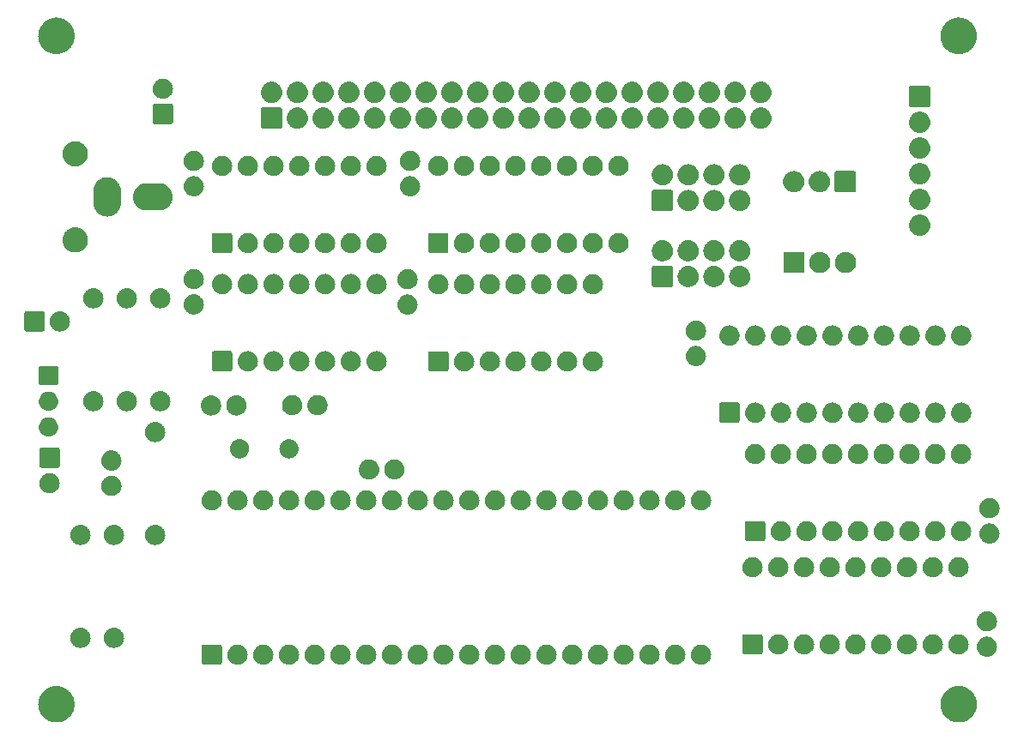
<source format=gts>
G04 #@! TF.GenerationSoftware,KiCad,Pcbnew,7.0.6-0*
G04 #@! TF.CreationDate,2024-02-18T10:46:18+09:00*
G04 #@! TF.ProjectId,KZ80-TMS9918A,4b5a3830-2d54-44d5-9339-393138412e6b,rev?*
G04 #@! TF.SameCoordinates,PX5f5e100PY7735940*
G04 #@! TF.FileFunction,Soldermask,Top*
G04 #@! TF.FilePolarity,Negative*
%FSLAX46Y46*%
G04 Gerber Fmt 4.6, Leading zero omitted, Abs format (unit mm)*
G04 Created by KiCad (PCBNEW 7.0.6-0) date 2024-02-18 10:46:18*
%MOMM*%
%LPD*%
G01*
G04 APERTURE LIST*
G04 APERTURE END LIST*
G36*
X5565909Y6294967D02*
G01*
X5634514Y6294967D01*
X5696466Y6285630D01*
X5756127Y6281362D01*
X5826856Y6265976D01*
X5900538Y6254870D01*
X5954679Y6238170D01*
X6007023Y6226783D01*
X6080779Y6199274D01*
X6157614Y6175573D01*
X6203267Y6153588D01*
X6247614Y6137047D01*
X6322318Y6096256D01*
X6400000Y6058846D01*
X6436888Y6033696D01*
X6472981Y6013988D01*
X6546319Y5959088D01*
X6622282Y5907297D01*
X6650589Y5881032D01*
X6678537Y5860110D01*
X6747997Y5790650D01*
X6819493Y5724311D01*
X6839799Y5698848D01*
X6860109Y5678538D01*
X6923099Y5594393D01*
X6987230Y5513976D01*
X7000482Y5491022D01*
X7013987Y5472982D01*
X7067856Y5374328D01*
X7121744Y5280991D01*
X7129213Y5261960D01*
X7137046Y5247615D01*
X7179207Y5134577D01*
X7220031Y5030559D01*
X7223227Y5016554D01*
X7226782Y5007024D01*
X7254809Y4878184D01*
X7279895Y4768276D01*
X7280513Y4760025D01*
X7281361Y4756128D01*
X7292985Y4593605D01*
X7300000Y4500000D01*
X7292984Y4406389D01*
X7281361Y4243873D01*
X7280513Y4239978D01*
X7279895Y4231724D01*
X7254804Y4121797D01*
X7226782Y3992977D01*
X7223228Y3983449D01*
X7220031Y3969441D01*
X7179199Y3865405D01*
X7137046Y3752386D01*
X7129214Y3738044D01*
X7121744Y3719009D01*
X7067846Y3625656D01*
X7013987Y3527019D01*
X7000485Y3508984D01*
X6987230Y3486024D01*
X6923087Y3405593D01*
X6860109Y3321463D01*
X6839803Y3301158D01*
X6819493Y3275689D01*
X6747984Y3209339D01*
X6678537Y3139891D01*
X6650595Y3118974D01*
X6622282Y3092703D01*
X6546304Y3040903D01*
X6472981Y2986013D01*
X6436895Y2966310D01*
X6400000Y2941154D01*
X6322303Y2903738D01*
X6247614Y2862954D01*
X6203276Y2846417D01*
X6157614Y2824427D01*
X6080764Y2800723D01*
X6007023Y2773218D01*
X5954690Y2761834D01*
X5900538Y2745130D01*
X5826841Y2734022D01*
X5756127Y2718639D01*
X5696478Y2714373D01*
X5634514Y2705033D01*
X5565895Y2705033D01*
X5500000Y2700320D01*
X5434105Y2705033D01*
X5365486Y2705033D01*
X5303521Y2714373D01*
X5243872Y2718639D01*
X5173155Y2734023D01*
X5099462Y2745130D01*
X5045311Y2761834D01*
X4992976Y2773218D01*
X4919229Y2800724D01*
X4842386Y2824427D01*
X4796726Y2846416D01*
X4752385Y2862954D01*
X4677688Y2903742D01*
X4600000Y2941154D01*
X4563108Y2966307D01*
X4527018Y2986013D01*
X4453684Y3040911D01*
X4377718Y3092703D01*
X4349409Y3118971D01*
X4321462Y3139891D01*
X4252002Y3209351D01*
X4180507Y3275689D01*
X4160200Y3301153D01*
X4139890Y3321463D01*
X4076895Y3405613D01*
X4012770Y3486024D01*
X3999517Y3508978D01*
X3986012Y3527019D01*
X3932135Y3625688D01*
X3878256Y3719009D01*
X3870788Y3738038D01*
X3862953Y3752386D01*
X3820780Y3865456D01*
X3779969Y3969441D01*
X3776773Y3983442D01*
X3773217Y3992977D01*
X3745173Y4121890D01*
X3720105Y4231724D01*
X3719487Y4239971D01*
X3718638Y4243873D01*
X3706993Y4406681D01*
X3700000Y4500000D01*
X3706992Y4593312D01*
X3718638Y4756128D01*
X3719487Y4760032D01*
X3720105Y4768276D01*
X3745169Y4878090D01*
X3773217Y5007024D01*
X3776773Y5016561D01*
X3779969Y5030559D01*
X3820772Y5134526D01*
X3862953Y5247615D01*
X3870789Y5261967D01*
X3878256Y5280991D01*
X3932125Y5374296D01*
X3986012Y5472982D01*
X3999520Y5491028D01*
X4012770Y5513976D01*
X4076883Y5594372D01*
X4139890Y5678538D01*
X4160204Y5698853D01*
X4180507Y5724311D01*
X4251988Y5790637D01*
X4321462Y5860110D01*
X4349414Y5881036D01*
X4377718Y5907297D01*
X4453669Y5959080D01*
X4527018Y6013988D01*
X4563115Y6033699D01*
X4600000Y6058846D01*
X4677672Y6096252D01*
X4752385Y6137047D01*
X4796735Y6153590D01*
X4842386Y6175573D01*
X4919214Y6199272D01*
X4992976Y6226783D01*
X5045322Y6238171D01*
X5099462Y6254870D01*
X5173140Y6265976D01*
X5243872Y6281362D01*
X5303534Y6285630D01*
X5365486Y6294967D01*
X5434091Y6294967D01*
X5500000Y6299681D01*
X5565909Y6294967D01*
G37*
G36*
X94565909Y6294967D02*
G01*
X94634514Y6294967D01*
X94696466Y6285630D01*
X94756127Y6281362D01*
X94826856Y6265976D01*
X94900538Y6254870D01*
X94954679Y6238170D01*
X95007023Y6226783D01*
X95080779Y6199274D01*
X95157614Y6175573D01*
X95203267Y6153588D01*
X95247614Y6137047D01*
X95322318Y6096256D01*
X95400000Y6058846D01*
X95436888Y6033696D01*
X95472981Y6013988D01*
X95546319Y5959088D01*
X95622282Y5907297D01*
X95650589Y5881032D01*
X95678537Y5860110D01*
X95747997Y5790650D01*
X95819493Y5724311D01*
X95839799Y5698848D01*
X95860109Y5678538D01*
X95923099Y5594393D01*
X95987230Y5513976D01*
X96000482Y5491022D01*
X96013987Y5472982D01*
X96067856Y5374328D01*
X96121744Y5280991D01*
X96129213Y5261960D01*
X96137046Y5247615D01*
X96179207Y5134577D01*
X96220031Y5030559D01*
X96223227Y5016554D01*
X96226782Y5007024D01*
X96254809Y4878184D01*
X96279895Y4768276D01*
X96280513Y4760025D01*
X96281361Y4756128D01*
X96292986Y4593592D01*
X96300000Y4500000D01*
X96292983Y4406375D01*
X96281361Y4243873D01*
X96280513Y4239978D01*
X96279895Y4231724D01*
X96254804Y4121797D01*
X96226782Y3992977D01*
X96223228Y3983449D01*
X96220031Y3969441D01*
X96179199Y3865405D01*
X96137046Y3752386D01*
X96129214Y3738044D01*
X96121744Y3719009D01*
X96067846Y3625656D01*
X96013987Y3527019D01*
X96000485Y3508984D01*
X95987230Y3486024D01*
X95923087Y3405593D01*
X95860109Y3321463D01*
X95839803Y3301158D01*
X95819493Y3275689D01*
X95747984Y3209339D01*
X95678537Y3139891D01*
X95650595Y3118974D01*
X95622282Y3092703D01*
X95546304Y3040903D01*
X95472981Y2986013D01*
X95436895Y2966310D01*
X95400000Y2941154D01*
X95322303Y2903738D01*
X95247614Y2862954D01*
X95203276Y2846417D01*
X95157614Y2824427D01*
X95080764Y2800723D01*
X95007023Y2773218D01*
X94954690Y2761834D01*
X94900538Y2745130D01*
X94826841Y2734022D01*
X94756127Y2718639D01*
X94696478Y2714373D01*
X94634514Y2705033D01*
X94565895Y2705033D01*
X94500000Y2700320D01*
X94434105Y2705033D01*
X94365486Y2705033D01*
X94303521Y2714373D01*
X94243872Y2718639D01*
X94173155Y2734023D01*
X94099462Y2745130D01*
X94045311Y2761834D01*
X93992976Y2773218D01*
X93919229Y2800724D01*
X93842386Y2824427D01*
X93796726Y2846416D01*
X93752385Y2862954D01*
X93677688Y2903742D01*
X93600000Y2941154D01*
X93563108Y2966307D01*
X93527018Y2986013D01*
X93453684Y3040911D01*
X93377718Y3092703D01*
X93349409Y3118971D01*
X93321462Y3139891D01*
X93252002Y3209351D01*
X93180507Y3275689D01*
X93160200Y3301153D01*
X93139890Y3321463D01*
X93076895Y3405613D01*
X93012770Y3486024D01*
X92999517Y3508978D01*
X92986012Y3527019D01*
X92932135Y3625688D01*
X92878256Y3719009D01*
X92870788Y3738038D01*
X92862953Y3752386D01*
X92820780Y3865456D01*
X92779969Y3969441D01*
X92776773Y3983442D01*
X92773217Y3992977D01*
X92745173Y4121890D01*
X92720105Y4231724D01*
X92719487Y4239971D01*
X92718638Y4243873D01*
X92706994Y4406668D01*
X92700000Y4500000D01*
X92706991Y4593299D01*
X92718638Y4756128D01*
X92719487Y4760032D01*
X92720105Y4768276D01*
X92745169Y4878090D01*
X92773217Y5007024D01*
X92776773Y5016561D01*
X92779969Y5030559D01*
X92820772Y5134526D01*
X92862953Y5247615D01*
X92870789Y5261967D01*
X92878256Y5280991D01*
X92932125Y5374296D01*
X92986012Y5472982D01*
X92999520Y5491028D01*
X93012770Y5513976D01*
X93076883Y5594372D01*
X93139890Y5678538D01*
X93160204Y5698853D01*
X93180507Y5724311D01*
X93251988Y5790637D01*
X93321462Y5860110D01*
X93349414Y5881036D01*
X93377718Y5907297D01*
X93453669Y5959080D01*
X93527018Y6013988D01*
X93563115Y6033699D01*
X93600000Y6058846D01*
X93677672Y6096252D01*
X93752385Y6137047D01*
X93796735Y6153590D01*
X93842386Y6175573D01*
X93919214Y6199272D01*
X93992976Y6226783D01*
X94045322Y6238171D01*
X94099462Y6254870D01*
X94173140Y6265976D01*
X94243872Y6281362D01*
X94303534Y6285630D01*
X94365486Y6294967D01*
X94434091Y6294967D01*
X94500000Y6299681D01*
X94565909Y6294967D01*
G37*
G36*
X21644043Y10394809D02*
G01*
X21676727Y10390506D01*
X21684948Y10386673D01*
X21704537Y10382776D01*
X21730480Y10365441D01*
X21741608Y10360252D01*
X21748378Y10353482D01*
X21769421Y10339421D01*
X21783481Y10318379D01*
X21790251Y10311609D01*
X21795438Y10300484D01*
X21812776Y10274537D01*
X21816672Y10254947D01*
X21820505Y10246728D01*
X21824806Y10214055D01*
X21828000Y10198000D01*
X21828000Y8598000D01*
X21824805Y8581942D01*
X21820505Y8549273D01*
X21816673Y8541056D01*
X21812776Y8521463D01*
X21795437Y8495515D01*
X21790251Y8484392D01*
X21783483Y8477625D01*
X21769421Y8456579D01*
X21748375Y8442517D01*
X21741608Y8435749D01*
X21730485Y8430563D01*
X21704537Y8413224D01*
X21684944Y8409327D01*
X21676727Y8405495D01*
X21644056Y8401194D01*
X21628000Y8398000D01*
X20028000Y8398000D01*
X20011943Y8401194D01*
X19979272Y8405495D01*
X19971053Y8409328D01*
X19951463Y8413224D01*
X19925516Y8430562D01*
X19914391Y8435749D01*
X19907621Y8442519D01*
X19886579Y8456579D01*
X19872518Y8477622D01*
X19865748Y8484392D01*
X19860559Y8495520D01*
X19843224Y8521463D01*
X19839327Y8541052D01*
X19835494Y8549273D01*
X19831190Y8581959D01*
X19828000Y8598000D01*
X19828000Y10198000D01*
X19831190Y10214042D01*
X19835494Y10246728D01*
X19839327Y10254951D01*
X19843224Y10274537D01*
X19860557Y10300479D01*
X19865748Y10311609D01*
X19872520Y10318382D01*
X19886579Y10339421D01*
X19907618Y10353480D01*
X19914391Y10360252D01*
X19925521Y10365443D01*
X19951463Y10382776D01*
X19971049Y10386673D01*
X19979272Y10390506D01*
X20011960Y10394810D01*
X20028000Y10398000D01*
X21628000Y10398000D01*
X21644043Y10394809D01*
G37*
G36*
X23416724Y10393201D02*
G01*
X23460218Y10393201D01*
X23508658Y10384147D01*
X23563090Y10378785D01*
X23604438Y10366243D01*
X23641518Y10359311D01*
X23692868Y10339418D01*
X23750683Y10321880D01*
X23783720Y10304222D01*
X23813501Y10292684D01*
X23865245Y10260646D01*
X23923570Y10229470D01*
X23948076Y10209359D01*
X23970311Y10195591D01*
X24019575Y10150681D01*
X24075107Y10105107D01*
X24091563Y10085055D01*
X24106611Y10071337D01*
X24150297Y10013487D01*
X24199470Y9953570D01*
X24208977Y9935782D01*
X24217762Y9924150D01*
X24252713Y9853960D01*
X24291880Y9780683D01*
X24296056Y9766914D01*
X24299972Y9759051D01*
X24323105Y9677745D01*
X24348785Y9593090D01*
X24349628Y9584527D01*
X24350446Y9581653D01*
X24358944Y9489945D01*
X24368000Y9398000D01*
X24358941Y9306032D01*
X24350446Y9214348D01*
X24349628Y9211476D01*
X24348785Y9202910D01*
X24323100Y9118241D01*
X24299972Y9036950D01*
X24296057Y9029089D01*
X24291880Y9015317D01*
X24252705Y8942028D01*
X24217762Y8871851D01*
X24208979Y8860222D01*
X24199470Y8842430D01*
X24150288Y8782502D01*
X24106611Y8724664D01*
X24091566Y8710950D01*
X24075107Y8690893D01*
X24019564Y8645311D01*
X23970311Y8600410D01*
X23948081Y8586646D01*
X23923570Y8566530D01*
X23865233Y8535349D01*
X23813501Y8503317D01*
X23783727Y8491783D01*
X23750683Y8474120D01*
X23692856Y8456579D01*
X23641518Y8436690D01*
X23604445Y8429760D01*
X23563090Y8417215D01*
X23508655Y8411854D01*
X23460218Y8402799D01*
X23416724Y8402799D01*
X23368000Y8398000D01*
X23319276Y8402799D01*
X23275782Y8402799D01*
X23227343Y8411854D01*
X23172910Y8417215D01*
X23131555Y8429760D01*
X23094481Y8436690D01*
X23043139Y8456581D01*
X22985317Y8474120D01*
X22952275Y8491782D01*
X22922498Y8503317D01*
X22870759Y8535353D01*
X22812430Y8566530D01*
X22787921Y8586644D01*
X22765688Y8600410D01*
X22716425Y8645319D01*
X22660893Y8690893D01*
X22644436Y8710946D01*
X22629388Y8724664D01*
X22585699Y8782518D01*
X22536530Y8842430D01*
X22527022Y8860217D01*
X22518237Y8871851D01*
X22483279Y8942055D01*
X22444120Y9015317D01*
X22439943Y9029084D01*
X22436027Y9036950D01*
X22412882Y9118294D01*
X22387215Y9202910D01*
X22386371Y9211470D01*
X22385553Y9214348D01*
X22377041Y9306204D01*
X22368000Y9398000D01*
X22377038Y9489773D01*
X22385553Y9581653D01*
X22386372Y9584532D01*
X22387215Y9593090D01*
X22412878Y9677692D01*
X22436027Y9759051D01*
X22439944Y9766919D01*
X22444120Y9780683D01*
X22483272Y9853932D01*
X22518237Y9924150D01*
X22527024Y9935787D01*
X22536530Y9953570D01*
X22585689Y10013472D01*
X22629388Y10071337D01*
X22644439Y10085059D01*
X22660893Y10105107D01*
X22716414Y10150673D01*
X22765688Y10195591D01*
X22787926Y10209361D01*
X22812430Y10229470D01*
X22870747Y10260642D01*
X22922498Y10292684D01*
X22952282Y10304223D01*
X22985317Y10321880D01*
X23043127Y10339417D01*
X23094481Y10359311D01*
X23131562Y10366243D01*
X23172910Y10378785D01*
X23227340Y10384147D01*
X23275782Y10393201D01*
X23319276Y10393201D01*
X23368000Y10398000D01*
X23416724Y10393201D01*
G37*
G36*
X25956724Y10393201D02*
G01*
X26000218Y10393201D01*
X26048658Y10384147D01*
X26103090Y10378785D01*
X26144438Y10366243D01*
X26181518Y10359311D01*
X26232868Y10339418D01*
X26290683Y10321880D01*
X26323720Y10304222D01*
X26353501Y10292684D01*
X26405245Y10260646D01*
X26463570Y10229470D01*
X26488076Y10209359D01*
X26510311Y10195591D01*
X26559575Y10150681D01*
X26615107Y10105107D01*
X26631563Y10085055D01*
X26646611Y10071337D01*
X26690297Y10013487D01*
X26739470Y9953570D01*
X26748977Y9935782D01*
X26757762Y9924150D01*
X26792713Y9853960D01*
X26831880Y9780683D01*
X26836056Y9766914D01*
X26839972Y9759051D01*
X26863105Y9677745D01*
X26888785Y9593090D01*
X26889628Y9584527D01*
X26890446Y9581653D01*
X26898944Y9489945D01*
X26908000Y9398000D01*
X26898941Y9306032D01*
X26890446Y9214348D01*
X26889628Y9211476D01*
X26888785Y9202910D01*
X26863100Y9118241D01*
X26839972Y9036950D01*
X26836057Y9029089D01*
X26831880Y9015317D01*
X26792705Y8942028D01*
X26757762Y8871851D01*
X26748979Y8860222D01*
X26739470Y8842430D01*
X26690288Y8782502D01*
X26646611Y8724664D01*
X26631566Y8710950D01*
X26615107Y8690893D01*
X26559564Y8645311D01*
X26510311Y8600410D01*
X26488081Y8586646D01*
X26463570Y8566530D01*
X26405233Y8535349D01*
X26353501Y8503317D01*
X26323727Y8491783D01*
X26290683Y8474120D01*
X26232856Y8456579D01*
X26181518Y8436690D01*
X26144445Y8429760D01*
X26103090Y8417215D01*
X26048655Y8411854D01*
X26000218Y8402799D01*
X25956724Y8402799D01*
X25908000Y8398000D01*
X25859276Y8402799D01*
X25815782Y8402799D01*
X25767343Y8411854D01*
X25712910Y8417215D01*
X25671555Y8429760D01*
X25634481Y8436690D01*
X25583139Y8456581D01*
X25525317Y8474120D01*
X25492275Y8491782D01*
X25462498Y8503317D01*
X25410759Y8535353D01*
X25352430Y8566530D01*
X25327921Y8586644D01*
X25305688Y8600410D01*
X25256425Y8645319D01*
X25200893Y8690893D01*
X25184436Y8710946D01*
X25169388Y8724664D01*
X25125699Y8782518D01*
X25076530Y8842430D01*
X25067022Y8860217D01*
X25058237Y8871851D01*
X25023279Y8942055D01*
X24984120Y9015317D01*
X24979943Y9029084D01*
X24976027Y9036950D01*
X24952882Y9118294D01*
X24927215Y9202910D01*
X24926371Y9211470D01*
X24925553Y9214348D01*
X24917041Y9306204D01*
X24908000Y9398000D01*
X24917038Y9489773D01*
X24925553Y9581653D01*
X24926372Y9584532D01*
X24927215Y9593090D01*
X24952878Y9677692D01*
X24976027Y9759051D01*
X24979944Y9766919D01*
X24984120Y9780683D01*
X25023272Y9853932D01*
X25058237Y9924150D01*
X25067024Y9935787D01*
X25076530Y9953570D01*
X25125689Y10013472D01*
X25169388Y10071337D01*
X25184439Y10085059D01*
X25200893Y10105107D01*
X25256414Y10150673D01*
X25305688Y10195591D01*
X25327926Y10209361D01*
X25352430Y10229470D01*
X25410747Y10260642D01*
X25462498Y10292684D01*
X25492282Y10304223D01*
X25525317Y10321880D01*
X25583127Y10339417D01*
X25634481Y10359311D01*
X25671562Y10366243D01*
X25712910Y10378785D01*
X25767340Y10384147D01*
X25815782Y10393201D01*
X25859276Y10393201D01*
X25908000Y10398000D01*
X25956724Y10393201D01*
G37*
G36*
X28496724Y10393201D02*
G01*
X28540218Y10393201D01*
X28588658Y10384147D01*
X28643090Y10378785D01*
X28684438Y10366243D01*
X28721518Y10359311D01*
X28772868Y10339418D01*
X28830683Y10321880D01*
X28863720Y10304222D01*
X28893501Y10292684D01*
X28945245Y10260646D01*
X29003570Y10229470D01*
X29028076Y10209359D01*
X29050311Y10195591D01*
X29099575Y10150681D01*
X29155107Y10105107D01*
X29171563Y10085055D01*
X29186611Y10071337D01*
X29230297Y10013487D01*
X29279470Y9953570D01*
X29288977Y9935782D01*
X29297762Y9924150D01*
X29332713Y9853960D01*
X29371880Y9780683D01*
X29376056Y9766914D01*
X29379972Y9759051D01*
X29403105Y9677745D01*
X29428785Y9593090D01*
X29429628Y9584527D01*
X29430446Y9581653D01*
X29438944Y9489945D01*
X29448000Y9398000D01*
X29438941Y9306032D01*
X29430446Y9214348D01*
X29429628Y9211476D01*
X29428785Y9202910D01*
X29403100Y9118241D01*
X29379972Y9036950D01*
X29376057Y9029089D01*
X29371880Y9015317D01*
X29332705Y8942028D01*
X29297762Y8871851D01*
X29288979Y8860222D01*
X29279470Y8842430D01*
X29230288Y8782502D01*
X29186611Y8724664D01*
X29171566Y8710950D01*
X29155107Y8690893D01*
X29099564Y8645311D01*
X29050311Y8600410D01*
X29028081Y8586646D01*
X29003570Y8566530D01*
X28945233Y8535349D01*
X28893501Y8503317D01*
X28863727Y8491783D01*
X28830683Y8474120D01*
X28772856Y8456579D01*
X28721518Y8436690D01*
X28684445Y8429760D01*
X28643090Y8417215D01*
X28588655Y8411854D01*
X28540218Y8402799D01*
X28496724Y8402799D01*
X28448000Y8398000D01*
X28399276Y8402799D01*
X28355782Y8402799D01*
X28307343Y8411854D01*
X28252910Y8417215D01*
X28211555Y8429760D01*
X28174481Y8436690D01*
X28123139Y8456581D01*
X28065317Y8474120D01*
X28032275Y8491782D01*
X28002498Y8503317D01*
X27950759Y8535353D01*
X27892430Y8566530D01*
X27867921Y8586644D01*
X27845688Y8600410D01*
X27796425Y8645319D01*
X27740893Y8690893D01*
X27724436Y8710946D01*
X27709388Y8724664D01*
X27665699Y8782518D01*
X27616530Y8842430D01*
X27607022Y8860217D01*
X27598237Y8871851D01*
X27563279Y8942055D01*
X27524120Y9015317D01*
X27519943Y9029084D01*
X27516027Y9036950D01*
X27492882Y9118294D01*
X27467215Y9202910D01*
X27466371Y9211470D01*
X27465553Y9214348D01*
X27457041Y9306204D01*
X27448000Y9398000D01*
X27457038Y9489773D01*
X27465553Y9581653D01*
X27466372Y9584532D01*
X27467215Y9593090D01*
X27492878Y9677692D01*
X27516027Y9759051D01*
X27519944Y9766919D01*
X27524120Y9780683D01*
X27563272Y9853932D01*
X27598237Y9924150D01*
X27607024Y9935787D01*
X27616530Y9953570D01*
X27665689Y10013472D01*
X27709388Y10071337D01*
X27724439Y10085059D01*
X27740893Y10105107D01*
X27796414Y10150673D01*
X27845688Y10195591D01*
X27867926Y10209361D01*
X27892430Y10229470D01*
X27950747Y10260642D01*
X28002498Y10292684D01*
X28032282Y10304223D01*
X28065317Y10321880D01*
X28123127Y10339417D01*
X28174481Y10359311D01*
X28211562Y10366243D01*
X28252910Y10378785D01*
X28307340Y10384147D01*
X28355782Y10393201D01*
X28399276Y10393201D01*
X28448000Y10398000D01*
X28496724Y10393201D01*
G37*
G36*
X31036724Y10393201D02*
G01*
X31080218Y10393201D01*
X31128658Y10384147D01*
X31183090Y10378785D01*
X31224438Y10366243D01*
X31261518Y10359311D01*
X31312868Y10339418D01*
X31370683Y10321880D01*
X31403720Y10304222D01*
X31433501Y10292684D01*
X31485245Y10260646D01*
X31543570Y10229470D01*
X31568076Y10209359D01*
X31590311Y10195591D01*
X31639575Y10150681D01*
X31695107Y10105107D01*
X31711563Y10085055D01*
X31726611Y10071337D01*
X31770297Y10013487D01*
X31819470Y9953570D01*
X31828977Y9935782D01*
X31837762Y9924150D01*
X31872713Y9853960D01*
X31911880Y9780683D01*
X31916056Y9766914D01*
X31919972Y9759051D01*
X31943105Y9677745D01*
X31968785Y9593090D01*
X31969628Y9584527D01*
X31970446Y9581653D01*
X31978944Y9489945D01*
X31988000Y9398000D01*
X31978941Y9306032D01*
X31970446Y9214348D01*
X31969628Y9211476D01*
X31968785Y9202910D01*
X31943100Y9118241D01*
X31919972Y9036950D01*
X31916057Y9029089D01*
X31911880Y9015317D01*
X31872705Y8942028D01*
X31837762Y8871851D01*
X31828979Y8860222D01*
X31819470Y8842430D01*
X31770288Y8782502D01*
X31726611Y8724664D01*
X31711566Y8710950D01*
X31695107Y8690893D01*
X31639564Y8645311D01*
X31590311Y8600410D01*
X31568081Y8586646D01*
X31543570Y8566530D01*
X31485233Y8535349D01*
X31433501Y8503317D01*
X31403727Y8491783D01*
X31370683Y8474120D01*
X31312856Y8456579D01*
X31261518Y8436690D01*
X31224445Y8429760D01*
X31183090Y8417215D01*
X31128655Y8411854D01*
X31080218Y8402799D01*
X31036724Y8402799D01*
X30988000Y8398000D01*
X30939276Y8402799D01*
X30895782Y8402799D01*
X30847343Y8411854D01*
X30792910Y8417215D01*
X30751555Y8429760D01*
X30714481Y8436690D01*
X30663139Y8456581D01*
X30605317Y8474120D01*
X30572275Y8491782D01*
X30542498Y8503317D01*
X30490759Y8535353D01*
X30432430Y8566530D01*
X30407921Y8586644D01*
X30385688Y8600410D01*
X30336425Y8645319D01*
X30280893Y8690893D01*
X30264436Y8710946D01*
X30249388Y8724664D01*
X30205699Y8782518D01*
X30156530Y8842430D01*
X30147022Y8860217D01*
X30138237Y8871851D01*
X30103279Y8942055D01*
X30064120Y9015317D01*
X30059943Y9029084D01*
X30056027Y9036950D01*
X30032882Y9118294D01*
X30007215Y9202910D01*
X30006371Y9211470D01*
X30005553Y9214348D01*
X29997041Y9306204D01*
X29988000Y9398000D01*
X29997038Y9489773D01*
X30005553Y9581653D01*
X30006372Y9584532D01*
X30007215Y9593090D01*
X30032878Y9677692D01*
X30056027Y9759051D01*
X30059944Y9766919D01*
X30064120Y9780683D01*
X30103272Y9853932D01*
X30138237Y9924150D01*
X30147024Y9935787D01*
X30156530Y9953570D01*
X30205689Y10013472D01*
X30249388Y10071337D01*
X30264439Y10085059D01*
X30280893Y10105107D01*
X30336414Y10150673D01*
X30385688Y10195591D01*
X30407926Y10209361D01*
X30432430Y10229470D01*
X30490747Y10260642D01*
X30542498Y10292684D01*
X30572282Y10304223D01*
X30605317Y10321880D01*
X30663127Y10339417D01*
X30714481Y10359311D01*
X30751562Y10366243D01*
X30792910Y10378785D01*
X30847340Y10384147D01*
X30895782Y10393201D01*
X30939276Y10393201D01*
X30988000Y10398000D01*
X31036724Y10393201D01*
G37*
G36*
X33576724Y10393201D02*
G01*
X33620218Y10393201D01*
X33668658Y10384147D01*
X33723090Y10378785D01*
X33764438Y10366243D01*
X33801518Y10359311D01*
X33852868Y10339418D01*
X33910683Y10321880D01*
X33943720Y10304222D01*
X33973501Y10292684D01*
X34025245Y10260646D01*
X34083570Y10229470D01*
X34108076Y10209359D01*
X34130311Y10195591D01*
X34179575Y10150681D01*
X34235107Y10105107D01*
X34251563Y10085055D01*
X34266611Y10071337D01*
X34310297Y10013487D01*
X34359470Y9953570D01*
X34368977Y9935782D01*
X34377762Y9924150D01*
X34412713Y9853960D01*
X34451880Y9780683D01*
X34456056Y9766914D01*
X34459972Y9759051D01*
X34483105Y9677745D01*
X34508785Y9593090D01*
X34509628Y9584527D01*
X34510446Y9581653D01*
X34518944Y9489945D01*
X34528000Y9398000D01*
X34518941Y9306032D01*
X34510446Y9214348D01*
X34509628Y9211476D01*
X34508785Y9202910D01*
X34483100Y9118241D01*
X34459972Y9036950D01*
X34456057Y9029089D01*
X34451880Y9015317D01*
X34412705Y8942028D01*
X34377762Y8871851D01*
X34368979Y8860222D01*
X34359470Y8842430D01*
X34310288Y8782502D01*
X34266611Y8724664D01*
X34251566Y8710950D01*
X34235107Y8690893D01*
X34179564Y8645311D01*
X34130311Y8600410D01*
X34108081Y8586646D01*
X34083570Y8566530D01*
X34025233Y8535349D01*
X33973501Y8503317D01*
X33943727Y8491783D01*
X33910683Y8474120D01*
X33852856Y8456579D01*
X33801518Y8436690D01*
X33764445Y8429760D01*
X33723090Y8417215D01*
X33668655Y8411854D01*
X33620218Y8402799D01*
X33576724Y8402799D01*
X33528000Y8398000D01*
X33479276Y8402799D01*
X33435782Y8402799D01*
X33387343Y8411854D01*
X33332910Y8417215D01*
X33291555Y8429760D01*
X33254481Y8436690D01*
X33203139Y8456581D01*
X33145317Y8474120D01*
X33112275Y8491782D01*
X33082498Y8503317D01*
X33030759Y8535353D01*
X32972430Y8566530D01*
X32947921Y8586644D01*
X32925688Y8600410D01*
X32876425Y8645319D01*
X32820893Y8690893D01*
X32804436Y8710946D01*
X32789388Y8724664D01*
X32745699Y8782518D01*
X32696530Y8842430D01*
X32687022Y8860217D01*
X32678237Y8871851D01*
X32643279Y8942055D01*
X32604120Y9015317D01*
X32599943Y9029084D01*
X32596027Y9036950D01*
X32572882Y9118294D01*
X32547215Y9202910D01*
X32546371Y9211470D01*
X32545553Y9214348D01*
X32537041Y9306204D01*
X32528000Y9398000D01*
X32537038Y9489773D01*
X32545553Y9581653D01*
X32546372Y9584532D01*
X32547215Y9593090D01*
X32572878Y9677692D01*
X32596027Y9759051D01*
X32599944Y9766919D01*
X32604120Y9780683D01*
X32643272Y9853932D01*
X32678237Y9924150D01*
X32687024Y9935787D01*
X32696530Y9953570D01*
X32745689Y10013472D01*
X32789388Y10071337D01*
X32804439Y10085059D01*
X32820893Y10105107D01*
X32876414Y10150673D01*
X32925688Y10195591D01*
X32947926Y10209361D01*
X32972430Y10229470D01*
X33030747Y10260642D01*
X33082498Y10292684D01*
X33112282Y10304223D01*
X33145317Y10321880D01*
X33203127Y10339417D01*
X33254481Y10359311D01*
X33291562Y10366243D01*
X33332910Y10378785D01*
X33387340Y10384147D01*
X33435782Y10393201D01*
X33479276Y10393201D01*
X33528000Y10398000D01*
X33576724Y10393201D01*
G37*
G36*
X36116724Y10393201D02*
G01*
X36160218Y10393201D01*
X36208658Y10384147D01*
X36263090Y10378785D01*
X36304438Y10366243D01*
X36341518Y10359311D01*
X36392868Y10339418D01*
X36450683Y10321880D01*
X36483720Y10304222D01*
X36513501Y10292684D01*
X36565245Y10260646D01*
X36623570Y10229470D01*
X36648076Y10209359D01*
X36670311Y10195591D01*
X36719575Y10150681D01*
X36775107Y10105107D01*
X36791563Y10085055D01*
X36806611Y10071337D01*
X36850297Y10013487D01*
X36899470Y9953570D01*
X36908977Y9935782D01*
X36917762Y9924150D01*
X36952713Y9853960D01*
X36991880Y9780683D01*
X36996056Y9766914D01*
X36999972Y9759051D01*
X37023105Y9677745D01*
X37048785Y9593090D01*
X37049628Y9584527D01*
X37050446Y9581653D01*
X37058944Y9489945D01*
X37068000Y9398000D01*
X37058941Y9306032D01*
X37050446Y9214348D01*
X37049628Y9211476D01*
X37048785Y9202910D01*
X37023100Y9118241D01*
X36999972Y9036950D01*
X36996057Y9029089D01*
X36991880Y9015317D01*
X36952705Y8942028D01*
X36917762Y8871851D01*
X36908979Y8860222D01*
X36899470Y8842430D01*
X36850288Y8782502D01*
X36806611Y8724664D01*
X36791566Y8710950D01*
X36775107Y8690893D01*
X36719564Y8645311D01*
X36670311Y8600410D01*
X36648081Y8586646D01*
X36623570Y8566530D01*
X36565233Y8535349D01*
X36513501Y8503317D01*
X36483727Y8491783D01*
X36450683Y8474120D01*
X36392856Y8456579D01*
X36341518Y8436690D01*
X36304445Y8429760D01*
X36263090Y8417215D01*
X36208655Y8411854D01*
X36160218Y8402799D01*
X36116724Y8402799D01*
X36068000Y8398000D01*
X36019276Y8402799D01*
X35975782Y8402799D01*
X35927343Y8411854D01*
X35872910Y8417215D01*
X35831555Y8429760D01*
X35794481Y8436690D01*
X35743139Y8456581D01*
X35685317Y8474120D01*
X35652275Y8491782D01*
X35622498Y8503317D01*
X35570759Y8535353D01*
X35512430Y8566530D01*
X35487921Y8586644D01*
X35465688Y8600410D01*
X35416425Y8645319D01*
X35360893Y8690893D01*
X35344436Y8710946D01*
X35329388Y8724664D01*
X35285699Y8782518D01*
X35236530Y8842430D01*
X35227022Y8860217D01*
X35218237Y8871851D01*
X35183279Y8942055D01*
X35144120Y9015317D01*
X35139943Y9029084D01*
X35136027Y9036950D01*
X35112882Y9118294D01*
X35087215Y9202910D01*
X35086371Y9211470D01*
X35085553Y9214348D01*
X35077041Y9306204D01*
X35068000Y9398000D01*
X35077038Y9489773D01*
X35085553Y9581653D01*
X35086372Y9584532D01*
X35087215Y9593090D01*
X35112878Y9677692D01*
X35136027Y9759051D01*
X35139944Y9766919D01*
X35144120Y9780683D01*
X35183272Y9853932D01*
X35218237Y9924150D01*
X35227024Y9935787D01*
X35236530Y9953570D01*
X35285689Y10013472D01*
X35329388Y10071337D01*
X35344439Y10085059D01*
X35360893Y10105107D01*
X35416414Y10150673D01*
X35465688Y10195591D01*
X35487926Y10209361D01*
X35512430Y10229470D01*
X35570747Y10260642D01*
X35622498Y10292684D01*
X35652282Y10304223D01*
X35685317Y10321880D01*
X35743127Y10339417D01*
X35794481Y10359311D01*
X35831562Y10366243D01*
X35872910Y10378785D01*
X35927340Y10384147D01*
X35975782Y10393201D01*
X36019276Y10393201D01*
X36068000Y10398000D01*
X36116724Y10393201D01*
G37*
G36*
X38656724Y10393201D02*
G01*
X38700218Y10393201D01*
X38748658Y10384147D01*
X38803090Y10378785D01*
X38844438Y10366243D01*
X38881518Y10359311D01*
X38932868Y10339418D01*
X38990683Y10321880D01*
X39023720Y10304222D01*
X39053501Y10292684D01*
X39105245Y10260646D01*
X39163570Y10229470D01*
X39188076Y10209359D01*
X39210311Y10195591D01*
X39259575Y10150681D01*
X39315107Y10105107D01*
X39331563Y10085055D01*
X39346611Y10071337D01*
X39390297Y10013487D01*
X39439470Y9953570D01*
X39448977Y9935782D01*
X39457762Y9924150D01*
X39492713Y9853960D01*
X39531880Y9780683D01*
X39536056Y9766914D01*
X39539972Y9759051D01*
X39563105Y9677745D01*
X39588785Y9593090D01*
X39589628Y9584527D01*
X39590446Y9581653D01*
X39598944Y9489945D01*
X39608000Y9398000D01*
X39598941Y9306032D01*
X39590446Y9214348D01*
X39589628Y9211476D01*
X39588785Y9202910D01*
X39563100Y9118241D01*
X39539972Y9036950D01*
X39536057Y9029089D01*
X39531880Y9015317D01*
X39492705Y8942028D01*
X39457762Y8871851D01*
X39448979Y8860222D01*
X39439470Y8842430D01*
X39390288Y8782502D01*
X39346611Y8724664D01*
X39331566Y8710950D01*
X39315107Y8690893D01*
X39259564Y8645311D01*
X39210311Y8600410D01*
X39188081Y8586646D01*
X39163570Y8566530D01*
X39105233Y8535349D01*
X39053501Y8503317D01*
X39023727Y8491783D01*
X38990683Y8474120D01*
X38932856Y8456579D01*
X38881518Y8436690D01*
X38844445Y8429760D01*
X38803090Y8417215D01*
X38748655Y8411854D01*
X38700218Y8402799D01*
X38656724Y8402799D01*
X38608000Y8398000D01*
X38559276Y8402799D01*
X38515782Y8402799D01*
X38467343Y8411854D01*
X38412910Y8417215D01*
X38371555Y8429760D01*
X38334481Y8436690D01*
X38283139Y8456581D01*
X38225317Y8474120D01*
X38192275Y8491782D01*
X38162498Y8503317D01*
X38110759Y8535353D01*
X38052430Y8566530D01*
X38027921Y8586644D01*
X38005688Y8600410D01*
X37956425Y8645319D01*
X37900893Y8690893D01*
X37884436Y8710946D01*
X37869388Y8724664D01*
X37825699Y8782518D01*
X37776530Y8842430D01*
X37767022Y8860217D01*
X37758237Y8871851D01*
X37723279Y8942055D01*
X37684120Y9015317D01*
X37679943Y9029084D01*
X37676027Y9036950D01*
X37652882Y9118294D01*
X37627215Y9202910D01*
X37626371Y9211470D01*
X37625553Y9214348D01*
X37617041Y9306204D01*
X37608000Y9398000D01*
X37617038Y9489773D01*
X37625553Y9581653D01*
X37626372Y9584532D01*
X37627215Y9593090D01*
X37652878Y9677692D01*
X37676027Y9759051D01*
X37679944Y9766919D01*
X37684120Y9780683D01*
X37723272Y9853932D01*
X37758237Y9924150D01*
X37767024Y9935787D01*
X37776530Y9953570D01*
X37825689Y10013472D01*
X37869388Y10071337D01*
X37884439Y10085059D01*
X37900893Y10105107D01*
X37956414Y10150673D01*
X38005688Y10195591D01*
X38027926Y10209361D01*
X38052430Y10229470D01*
X38110747Y10260642D01*
X38162498Y10292684D01*
X38192282Y10304223D01*
X38225317Y10321880D01*
X38283127Y10339417D01*
X38334481Y10359311D01*
X38371562Y10366243D01*
X38412910Y10378785D01*
X38467340Y10384147D01*
X38515782Y10393201D01*
X38559276Y10393201D01*
X38608000Y10398000D01*
X38656724Y10393201D01*
G37*
G36*
X41196724Y10393201D02*
G01*
X41240218Y10393201D01*
X41288658Y10384147D01*
X41343090Y10378785D01*
X41384438Y10366243D01*
X41421518Y10359311D01*
X41472868Y10339418D01*
X41530683Y10321880D01*
X41563720Y10304222D01*
X41593501Y10292684D01*
X41645245Y10260646D01*
X41703570Y10229470D01*
X41728076Y10209359D01*
X41750311Y10195591D01*
X41799575Y10150681D01*
X41855107Y10105107D01*
X41871563Y10085055D01*
X41886611Y10071337D01*
X41930297Y10013487D01*
X41979470Y9953570D01*
X41988977Y9935782D01*
X41997762Y9924150D01*
X42032713Y9853960D01*
X42071880Y9780683D01*
X42076056Y9766914D01*
X42079972Y9759051D01*
X42103105Y9677745D01*
X42128785Y9593090D01*
X42129628Y9584527D01*
X42130446Y9581653D01*
X42138944Y9489945D01*
X42148000Y9398000D01*
X42138941Y9306032D01*
X42130446Y9214348D01*
X42129628Y9211476D01*
X42128785Y9202910D01*
X42103100Y9118241D01*
X42079972Y9036950D01*
X42076057Y9029089D01*
X42071880Y9015317D01*
X42032705Y8942028D01*
X41997762Y8871851D01*
X41988979Y8860222D01*
X41979470Y8842430D01*
X41930288Y8782502D01*
X41886611Y8724664D01*
X41871566Y8710950D01*
X41855107Y8690893D01*
X41799564Y8645311D01*
X41750311Y8600410D01*
X41728081Y8586646D01*
X41703570Y8566530D01*
X41645233Y8535349D01*
X41593501Y8503317D01*
X41563727Y8491783D01*
X41530683Y8474120D01*
X41472856Y8456579D01*
X41421518Y8436690D01*
X41384445Y8429760D01*
X41343090Y8417215D01*
X41288655Y8411854D01*
X41240218Y8402799D01*
X41196724Y8402799D01*
X41148000Y8398000D01*
X41099276Y8402799D01*
X41055782Y8402799D01*
X41007343Y8411854D01*
X40952910Y8417215D01*
X40911555Y8429760D01*
X40874481Y8436690D01*
X40823139Y8456581D01*
X40765317Y8474120D01*
X40732275Y8491782D01*
X40702498Y8503317D01*
X40650759Y8535353D01*
X40592430Y8566530D01*
X40567921Y8586644D01*
X40545688Y8600410D01*
X40496425Y8645319D01*
X40440893Y8690893D01*
X40424436Y8710946D01*
X40409388Y8724664D01*
X40365699Y8782518D01*
X40316530Y8842430D01*
X40307022Y8860217D01*
X40298237Y8871851D01*
X40263279Y8942055D01*
X40224120Y9015317D01*
X40219943Y9029084D01*
X40216027Y9036950D01*
X40192882Y9118294D01*
X40167215Y9202910D01*
X40166371Y9211470D01*
X40165553Y9214348D01*
X40157041Y9306204D01*
X40148000Y9398000D01*
X40157038Y9489773D01*
X40165553Y9581653D01*
X40166372Y9584532D01*
X40167215Y9593090D01*
X40192878Y9677692D01*
X40216027Y9759051D01*
X40219944Y9766919D01*
X40224120Y9780683D01*
X40263272Y9853932D01*
X40298237Y9924150D01*
X40307024Y9935787D01*
X40316530Y9953570D01*
X40365689Y10013472D01*
X40409388Y10071337D01*
X40424439Y10085059D01*
X40440893Y10105107D01*
X40496414Y10150673D01*
X40545688Y10195591D01*
X40567926Y10209361D01*
X40592430Y10229470D01*
X40650747Y10260642D01*
X40702498Y10292684D01*
X40732282Y10304223D01*
X40765317Y10321880D01*
X40823127Y10339417D01*
X40874481Y10359311D01*
X40911562Y10366243D01*
X40952910Y10378785D01*
X41007340Y10384147D01*
X41055782Y10393201D01*
X41099276Y10393201D01*
X41148000Y10398000D01*
X41196724Y10393201D01*
G37*
G36*
X43736724Y10393201D02*
G01*
X43780218Y10393201D01*
X43828658Y10384147D01*
X43883090Y10378785D01*
X43924438Y10366243D01*
X43961518Y10359311D01*
X44012868Y10339418D01*
X44070683Y10321880D01*
X44103720Y10304222D01*
X44133501Y10292684D01*
X44185245Y10260646D01*
X44243570Y10229470D01*
X44268076Y10209359D01*
X44290311Y10195591D01*
X44339575Y10150681D01*
X44395107Y10105107D01*
X44411563Y10085055D01*
X44426611Y10071337D01*
X44470297Y10013487D01*
X44519470Y9953570D01*
X44528977Y9935782D01*
X44537762Y9924150D01*
X44572713Y9853960D01*
X44611880Y9780683D01*
X44616056Y9766914D01*
X44619972Y9759051D01*
X44643105Y9677745D01*
X44668785Y9593090D01*
X44669628Y9584527D01*
X44670446Y9581653D01*
X44678944Y9489945D01*
X44688000Y9398000D01*
X44678941Y9306032D01*
X44670446Y9214348D01*
X44669628Y9211476D01*
X44668785Y9202910D01*
X44643100Y9118241D01*
X44619972Y9036950D01*
X44616057Y9029089D01*
X44611880Y9015317D01*
X44572705Y8942028D01*
X44537762Y8871851D01*
X44528979Y8860222D01*
X44519470Y8842430D01*
X44470288Y8782502D01*
X44426611Y8724664D01*
X44411566Y8710950D01*
X44395107Y8690893D01*
X44339564Y8645311D01*
X44290311Y8600410D01*
X44268081Y8586646D01*
X44243570Y8566530D01*
X44185233Y8535349D01*
X44133501Y8503317D01*
X44103727Y8491783D01*
X44070683Y8474120D01*
X44012856Y8456579D01*
X43961518Y8436690D01*
X43924445Y8429760D01*
X43883090Y8417215D01*
X43828655Y8411854D01*
X43780218Y8402799D01*
X43736724Y8402799D01*
X43688000Y8398000D01*
X43639276Y8402799D01*
X43595782Y8402799D01*
X43547343Y8411854D01*
X43492910Y8417215D01*
X43451555Y8429760D01*
X43414481Y8436690D01*
X43363139Y8456581D01*
X43305317Y8474120D01*
X43272275Y8491782D01*
X43242498Y8503317D01*
X43190759Y8535353D01*
X43132430Y8566530D01*
X43107921Y8586644D01*
X43085688Y8600410D01*
X43036425Y8645319D01*
X42980893Y8690893D01*
X42964436Y8710946D01*
X42949388Y8724664D01*
X42905699Y8782518D01*
X42856530Y8842430D01*
X42847022Y8860217D01*
X42838237Y8871851D01*
X42803279Y8942055D01*
X42764120Y9015317D01*
X42759943Y9029084D01*
X42756027Y9036950D01*
X42732882Y9118294D01*
X42707215Y9202910D01*
X42706371Y9211470D01*
X42705553Y9214348D01*
X42697041Y9306204D01*
X42688000Y9398000D01*
X42697038Y9489773D01*
X42705553Y9581653D01*
X42706372Y9584532D01*
X42707215Y9593090D01*
X42732878Y9677692D01*
X42756027Y9759051D01*
X42759944Y9766919D01*
X42764120Y9780683D01*
X42803272Y9853932D01*
X42838237Y9924150D01*
X42847024Y9935787D01*
X42856530Y9953570D01*
X42905689Y10013472D01*
X42949388Y10071337D01*
X42964439Y10085059D01*
X42980893Y10105107D01*
X43036414Y10150673D01*
X43085688Y10195591D01*
X43107926Y10209361D01*
X43132430Y10229470D01*
X43190747Y10260642D01*
X43242498Y10292684D01*
X43272282Y10304223D01*
X43305317Y10321880D01*
X43363127Y10339417D01*
X43414481Y10359311D01*
X43451562Y10366243D01*
X43492910Y10378785D01*
X43547340Y10384147D01*
X43595782Y10393201D01*
X43639276Y10393201D01*
X43688000Y10398000D01*
X43736724Y10393201D01*
G37*
G36*
X46276724Y10393201D02*
G01*
X46320218Y10393201D01*
X46368658Y10384147D01*
X46423090Y10378785D01*
X46464438Y10366243D01*
X46501518Y10359311D01*
X46552868Y10339418D01*
X46610683Y10321880D01*
X46643720Y10304222D01*
X46673501Y10292684D01*
X46725245Y10260646D01*
X46783570Y10229470D01*
X46808076Y10209359D01*
X46830311Y10195591D01*
X46879575Y10150681D01*
X46935107Y10105107D01*
X46951563Y10085055D01*
X46966611Y10071337D01*
X47010297Y10013487D01*
X47059470Y9953570D01*
X47068977Y9935782D01*
X47077762Y9924150D01*
X47112713Y9853960D01*
X47151880Y9780683D01*
X47156056Y9766914D01*
X47159972Y9759051D01*
X47183105Y9677745D01*
X47208785Y9593090D01*
X47209628Y9584527D01*
X47210446Y9581653D01*
X47218944Y9489945D01*
X47228000Y9398000D01*
X47218941Y9306032D01*
X47210446Y9214348D01*
X47209628Y9211476D01*
X47208785Y9202910D01*
X47183100Y9118241D01*
X47159972Y9036950D01*
X47156057Y9029089D01*
X47151880Y9015317D01*
X47112705Y8942028D01*
X47077762Y8871851D01*
X47068979Y8860222D01*
X47059470Y8842430D01*
X47010288Y8782502D01*
X46966611Y8724664D01*
X46951566Y8710950D01*
X46935107Y8690893D01*
X46879564Y8645311D01*
X46830311Y8600410D01*
X46808081Y8586646D01*
X46783570Y8566530D01*
X46725233Y8535349D01*
X46673501Y8503317D01*
X46643727Y8491783D01*
X46610683Y8474120D01*
X46552856Y8456579D01*
X46501518Y8436690D01*
X46464445Y8429760D01*
X46423090Y8417215D01*
X46368655Y8411854D01*
X46320218Y8402799D01*
X46276724Y8402799D01*
X46228000Y8398000D01*
X46179276Y8402799D01*
X46135782Y8402799D01*
X46087343Y8411854D01*
X46032910Y8417215D01*
X45991555Y8429760D01*
X45954481Y8436690D01*
X45903139Y8456581D01*
X45845317Y8474120D01*
X45812275Y8491782D01*
X45782498Y8503317D01*
X45730759Y8535353D01*
X45672430Y8566530D01*
X45647921Y8586644D01*
X45625688Y8600410D01*
X45576425Y8645319D01*
X45520893Y8690893D01*
X45504436Y8710946D01*
X45489388Y8724664D01*
X45445699Y8782518D01*
X45396530Y8842430D01*
X45387022Y8860217D01*
X45378237Y8871851D01*
X45343279Y8942055D01*
X45304120Y9015317D01*
X45299943Y9029084D01*
X45296027Y9036950D01*
X45272882Y9118294D01*
X45247215Y9202910D01*
X45246371Y9211470D01*
X45245553Y9214348D01*
X45237041Y9306204D01*
X45228000Y9398000D01*
X45237038Y9489773D01*
X45245553Y9581653D01*
X45246372Y9584532D01*
X45247215Y9593090D01*
X45272878Y9677692D01*
X45296027Y9759051D01*
X45299944Y9766919D01*
X45304120Y9780683D01*
X45343272Y9853932D01*
X45378237Y9924150D01*
X45387024Y9935787D01*
X45396530Y9953570D01*
X45445689Y10013472D01*
X45489388Y10071337D01*
X45504439Y10085059D01*
X45520893Y10105107D01*
X45576414Y10150673D01*
X45625688Y10195591D01*
X45647926Y10209361D01*
X45672430Y10229470D01*
X45730747Y10260642D01*
X45782498Y10292684D01*
X45812282Y10304223D01*
X45845317Y10321880D01*
X45903127Y10339417D01*
X45954481Y10359311D01*
X45991562Y10366243D01*
X46032910Y10378785D01*
X46087340Y10384147D01*
X46135782Y10393201D01*
X46179276Y10393201D01*
X46228000Y10398000D01*
X46276724Y10393201D01*
G37*
G36*
X48816724Y10393201D02*
G01*
X48860218Y10393201D01*
X48908658Y10384147D01*
X48963090Y10378785D01*
X49004438Y10366243D01*
X49041518Y10359311D01*
X49092868Y10339418D01*
X49150683Y10321880D01*
X49183720Y10304222D01*
X49213501Y10292684D01*
X49265245Y10260646D01*
X49323570Y10229470D01*
X49348076Y10209359D01*
X49370311Y10195591D01*
X49419575Y10150681D01*
X49475107Y10105107D01*
X49491563Y10085055D01*
X49506611Y10071337D01*
X49550297Y10013487D01*
X49599470Y9953570D01*
X49608977Y9935782D01*
X49617762Y9924150D01*
X49652713Y9853960D01*
X49691880Y9780683D01*
X49696056Y9766914D01*
X49699972Y9759051D01*
X49723105Y9677745D01*
X49748785Y9593090D01*
X49749628Y9584527D01*
X49750446Y9581653D01*
X49758944Y9489945D01*
X49768000Y9398000D01*
X49758941Y9306032D01*
X49750446Y9214348D01*
X49749628Y9211476D01*
X49748785Y9202910D01*
X49723100Y9118241D01*
X49699972Y9036950D01*
X49696057Y9029089D01*
X49691880Y9015317D01*
X49652705Y8942028D01*
X49617762Y8871851D01*
X49608979Y8860222D01*
X49599470Y8842430D01*
X49550288Y8782502D01*
X49506611Y8724664D01*
X49491566Y8710950D01*
X49475107Y8690893D01*
X49419564Y8645311D01*
X49370311Y8600410D01*
X49348081Y8586646D01*
X49323570Y8566530D01*
X49265233Y8535349D01*
X49213501Y8503317D01*
X49183727Y8491783D01*
X49150683Y8474120D01*
X49092856Y8456579D01*
X49041518Y8436690D01*
X49004445Y8429760D01*
X48963090Y8417215D01*
X48908655Y8411854D01*
X48860218Y8402799D01*
X48816724Y8402799D01*
X48768000Y8398000D01*
X48719276Y8402799D01*
X48675782Y8402799D01*
X48627343Y8411854D01*
X48572910Y8417215D01*
X48531555Y8429760D01*
X48494481Y8436690D01*
X48443139Y8456581D01*
X48385317Y8474120D01*
X48352275Y8491782D01*
X48322498Y8503317D01*
X48270759Y8535353D01*
X48212430Y8566530D01*
X48187921Y8586644D01*
X48165688Y8600410D01*
X48116425Y8645319D01*
X48060893Y8690893D01*
X48044436Y8710946D01*
X48029388Y8724664D01*
X47985699Y8782518D01*
X47936530Y8842430D01*
X47927022Y8860217D01*
X47918237Y8871851D01*
X47883279Y8942055D01*
X47844120Y9015317D01*
X47839943Y9029084D01*
X47836027Y9036950D01*
X47812882Y9118294D01*
X47787215Y9202910D01*
X47786371Y9211470D01*
X47785553Y9214348D01*
X47777041Y9306204D01*
X47768000Y9398000D01*
X47777038Y9489773D01*
X47785553Y9581653D01*
X47786372Y9584532D01*
X47787215Y9593090D01*
X47812878Y9677692D01*
X47836027Y9759051D01*
X47839944Y9766919D01*
X47844120Y9780683D01*
X47883272Y9853932D01*
X47918237Y9924150D01*
X47927024Y9935787D01*
X47936530Y9953570D01*
X47985689Y10013472D01*
X48029388Y10071337D01*
X48044439Y10085059D01*
X48060893Y10105107D01*
X48116414Y10150673D01*
X48165688Y10195591D01*
X48187926Y10209361D01*
X48212430Y10229470D01*
X48270747Y10260642D01*
X48322498Y10292684D01*
X48352282Y10304223D01*
X48385317Y10321880D01*
X48443127Y10339417D01*
X48494481Y10359311D01*
X48531562Y10366243D01*
X48572910Y10378785D01*
X48627340Y10384147D01*
X48675782Y10393201D01*
X48719276Y10393201D01*
X48768000Y10398000D01*
X48816724Y10393201D01*
G37*
G36*
X51356724Y10393201D02*
G01*
X51400218Y10393201D01*
X51448658Y10384147D01*
X51503090Y10378785D01*
X51544438Y10366243D01*
X51581518Y10359311D01*
X51632868Y10339418D01*
X51690683Y10321880D01*
X51723720Y10304222D01*
X51753501Y10292684D01*
X51805245Y10260646D01*
X51863570Y10229470D01*
X51888076Y10209359D01*
X51910311Y10195591D01*
X51959575Y10150681D01*
X52015107Y10105107D01*
X52031563Y10085055D01*
X52046611Y10071337D01*
X52090297Y10013487D01*
X52139470Y9953570D01*
X52148977Y9935782D01*
X52157762Y9924150D01*
X52192713Y9853960D01*
X52231880Y9780683D01*
X52236056Y9766914D01*
X52239972Y9759051D01*
X52263105Y9677745D01*
X52288785Y9593090D01*
X52289628Y9584527D01*
X52290446Y9581653D01*
X52298944Y9489945D01*
X52308000Y9398000D01*
X52298941Y9306032D01*
X52290446Y9214348D01*
X52289628Y9211476D01*
X52288785Y9202910D01*
X52263100Y9118241D01*
X52239972Y9036950D01*
X52236057Y9029089D01*
X52231880Y9015317D01*
X52192705Y8942028D01*
X52157762Y8871851D01*
X52148979Y8860222D01*
X52139470Y8842430D01*
X52090288Y8782502D01*
X52046611Y8724664D01*
X52031566Y8710950D01*
X52015107Y8690893D01*
X51959564Y8645311D01*
X51910311Y8600410D01*
X51888081Y8586646D01*
X51863570Y8566530D01*
X51805233Y8535349D01*
X51753501Y8503317D01*
X51723727Y8491783D01*
X51690683Y8474120D01*
X51632856Y8456579D01*
X51581518Y8436690D01*
X51544445Y8429760D01*
X51503090Y8417215D01*
X51448655Y8411854D01*
X51400218Y8402799D01*
X51356724Y8402799D01*
X51308000Y8398000D01*
X51259276Y8402799D01*
X51215782Y8402799D01*
X51167343Y8411854D01*
X51112910Y8417215D01*
X51071555Y8429760D01*
X51034481Y8436690D01*
X50983139Y8456581D01*
X50925317Y8474120D01*
X50892275Y8491782D01*
X50862498Y8503317D01*
X50810759Y8535353D01*
X50752430Y8566530D01*
X50727921Y8586644D01*
X50705688Y8600410D01*
X50656425Y8645319D01*
X50600893Y8690893D01*
X50584436Y8710946D01*
X50569388Y8724664D01*
X50525699Y8782518D01*
X50476530Y8842430D01*
X50467022Y8860217D01*
X50458237Y8871851D01*
X50423279Y8942055D01*
X50384120Y9015317D01*
X50379943Y9029084D01*
X50376027Y9036950D01*
X50352882Y9118294D01*
X50327215Y9202910D01*
X50326371Y9211470D01*
X50325553Y9214348D01*
X50317041Y9306204D01*
X50308000Y9398000D01*
X50317038Y9489773D01*
X50325553Y9581653D01*
X50326372Y9584532D01*
X50327215Y9593090D01*
X50352878Y9677692D01*
X50376027Y9759051D01*
X50379944Y9766919D01*
X50384120Y9780683D01*
X50423272Y9853932D01*
X50458237Y9924150D01*
X50467024Y9935787D01*
X50476530Y9953570D01*
X50525689Y10013472D01*
X50569388Y10071337D01*
X50584439Y10085059D01*
X50600893Y10105107D01*
X50656414Y10150673D01*
X50705688Y10195591D01*
X50727926Y10209361D01*
X50752430Y10229470D01*
X50810747Y10260642D01*
X50862498Y10292684D01*
X50892282Y10304223D01*
X50925317Y10321880D01*
X50983127Y10339417D01*
X51034481Y10359311D01*
X51071562Y10366243D01*
X51112910Y10378785D01*
X51167340Y10384147D01*
X51215782Y10393201D01*
X51259276Y10393201D01*
X51308000Y10398000D01*
X51356724Y10393201D01*
G37*
G36*
X53896724Y10393201D02*
G01*
X53940218Y10393201D01*
X53988658Y10384147D01*
X54043090Y10378785D01*
X54084438Y10366243D01*
X54121518Y10359311D01*
X54172868Y10339418D01*
X54230683Y10321880D01*
X54263720Y10304222D01*
X54293501Y10292684D01*
X54345245Y10260646D01*
X54403570Y10229470D01*
X54428076Y10209359D01*
X54450311Y10195591D01*
X54499575Y10150681D01*
X54555107Y10105107D01*
X54571563Y10085055D01*
X54586611Y10071337D01*
X54630297Y10013487D01*
X54679470Y9953570D01*
X54688977Y9935782D01*
X54697762Y9924150D01*
X54732713Y9853960D01*
X54771880Y9780683D01*
X54776056Y9766914D01*
X54779972Y9759051D01*
X54803105Y9677745D01*
X54828785Y9593090D01*
X54829628Y9584527D01*
X54830446Y9581653D01*
X54838944Y9489945D01*
X54848000Y9398000D01*
X54838941Y9306032D01*
X54830446Y9214348D01*
X54829628Y9211476D01*
X54828785Y9202910D01*
X54803100Y9118241D01*
X54779972Y9036950D01*
X54776057Y9029089D01*
X54771880Y9015317D01*
X54732705Y8942028D01*
X54697762Y8871851D01*
X54688979Y8860222D01*
X54679470Y8842430D01*
X54630288Y8782502D01*
X54586611Y8724664D01*
X54571566Y8710950D01*
X54555107Y8690893D01*
X54499564Y8645311D01*
X54450311Y8600410D01*
X54428081Y8586646D01*
X54403570Y8566530D01*
X54345233Y8535349D01*
X54293501Y8503317D01*
X54263727Y8491783D01*
X54230683Y8474120D01*
X54172856Y8456579D01*
X54121518Y8436690D01*
X54084445Y8429760D01*
X54043090Y8417215D01*
X53988655Y8411854D01*
X53940218Y8402799D01*
X53896724Y8402799D01*
X53848000Y8398000D01*
X53799276Y8402799D01*
X53755782Y8402799D01*
X53707343Y8411854D01*
X53652910Y8417215D01*
X53611555Y8429760D01*
X53574481Y8436690D01*
X53523139Y8456581D01*
X53465317Y8474120D01*
X53432275Y8491782D01*
X53402498Y8503317D01*
X53350759Y8535353D01*
X53292430Y8566530D01*
X53267921Y8586644D01*
X53245688Y8600410D01*
X53196425Y8645319D01*
X53140893Y8690893D01*
X53124436Y8710946D01*
X53109388Y8724664D01*
X53065699Y8782518D01*
X53016530Y8842430D01*
X53007022Y8860217D01*
X52998237Y8871851D01*
X52963279Y8942055D01*
X52924120Y9015317D01*
X52919943Y9029084D01*
X52916027Y9036950D01*
X52892882Y9118294D01*
X52867215Y9202910D01*
X52866371Y9211470D01*
X52865553Y9214348D01*
X52857041Y9306204D01*
X52848000Y9398000D01*
X52857038Y9489773D01*
X52865553Y9581653D01*
X52866372Y9584532D01*
X52867215Y9593090D01*
X52892878Y9677692D01*
X52916027Y9759051D01*
X52919944Y9766919D01*
X52924120Y9780683D01*
X52963272Y9853932D01*
X52998237Y9924150D01*
X53007024Y9935787D01*
X53016530Y9953570D01*
X53065689Y10013472D01*
X53109388Y10071337D01*
X53124439Y10085059D01*
X53140893Y10105107D01*
X53196414Y10150673D01*
X53245688Y10195591D01*
X53267926Y10209361D01*
X53292430Y10229470D01*
X53350747Y10260642D01*
X53402498Y10292684D01*
X53432282Y10304223D01*
X53465317Y10321880D01*
X53523127Y10339417D01*
X53574481Y10359311D01*
X53611562Y10366243D01*
X53652910Y10378785D01*
X53707340Y10384147D01*
X53755782Y10393201D01*
X53799276Y10393201D01*
X53848000Y10398000D01*
X53896724Y10393201D01*
G37*
G36*
X56436724Y10393201D02*
G01*
X56480218Y10393201D01*
X56528658Y10384147D01*
X56583090Y10378785D01*
X56624438Y10366243D01*
X56661518Y10359311D01*
X56712868Y10339418D01*
X56770683Y10321880D01*
X56803720Y10304222D01*
X56833501Y10292684D01*
X56885245Y10260646D01*
X56943570Y10229470D01*
X56968076Y10209359D01*
X56990311Y10195591D01*
X57039575Y10150681D01*
X57095107Y10105107D01*
X57111563Y10085055D01*
X57126611Y10071337D01*
X57170297Y10013487D01*
X57219470Y9953570D01*
X57228977Y9935782D01*
X57237762Y9924150D01*
X57272713Y9853960D01*
X57311880Y9780683D01*
X57316056Y9766914D01*
X57319972Y9759051D01*
X57343105Y9677745D01*
X57368785Y9593090D01*
X57369628Y9584527D01*
X57370446Y9581653D01*
X57378944Y9489945D01*
X57388000Y9398000D01*
X57378941Y9306032D01*
X57370446Y9214348D01*
X57369628Y9211476D01*
X57368785Y9202910D01*
X57343100Y9118241D01*
X57319972Y9036950D01*
X57316057Y9029089D01*
X57311880Y9015317D01*
X57272705Y8942028D01*
X57237762Y8871851D01*
X57228979Y8860222D01*
X57219470Y8842430D01*
X57170288Y8782502D01*
X57126611Y8724664D01*
X57111566Y8710950D01*
X57095107Y8690893D01*
X57039564Y8645311D01*
X56990311Y8600410D01*
X56968081Y8586646D01*
X56943570Y8566530D01*
X56885233Y8535349D01*
X56833501Y8503317D01*
X56803727Y8491783D01*
X56770683Y8474120D01*
X56712856Y8456579D01*
X56661518Y8436690D01*
X56624445Y8429760D01*
X56583090Y8417215D01*
X56528655Y8411854D01*
X56480218Y8402799D01*
X56436724Y8402799D01*
X56388000Y8398000D01*
X56339276Y8402799D01*
X56295782Y8402799D01*
X56247343Y8411854D01*
X56192910Y8417215D01*
X56151555Y8429760D01*
X56114481Y8436690D01*
X56063139Y8456581D01*
X56005317Y8474120D01*
X55972275Y8491782D01*
X55942498Y8503317D01*
X55890759Y8535353D01*
X55832430Y8566530D01*
X55807921Y8586644D01*
X55785688Y8600410D01*
X55736425Y8645319D01*
X55680893Y8690893D01*
X55664436Y8710946D01*
X55649388Y8724664D01*
X55605699Y8782518D01*
X55556530Y8842430D01*
X55547022Y8860217D01*
X55538237Y8871851D01*
X55503279Y8942055D01*
X55464120Y9015317D01*
X55459943Y9029084D01*
X55456027Y9036950D01*
X55432882Y9118294D01*
X55407215Y9202910D01*
X55406371Y9211470D01*
X55405553Y9214348D01*
X55397041Y9306204D01*
X55388000Y9398000D01*
X55397038Y9489773D01*
X55405553Y9581653D01*
X55406372Y9584532D01*
X55407215Y9593090D01*
X55432878Y9677692D01*
X55456027Y9759051D01*
X55459944Y9766919D01*
X55464120Y9780683D01*
X55503272Y9853932D01*
X55538237Y9924150D01*
X55547024Y9935787D01*
X55556530Y9953570D01*
X55605689Y10013472D01*
X55649388Y10071337D01*
X55664439Y10085059D01*
X55680893Y10105107D01*
X55736414Y10150673D01*
X55785688Y10195591D01*
X55807926Y10209361D01*
X55832430Y10229470D01*
X55890747Y10260642D01*
X55942498Y10292684D01*
X55972282Y10304223D01*
X56005317Y10321880D01*
X56063127Y10339417D01*
X56114481Y10359311D01*
X56151562Y10366243D01*
X56192910Y10378785D01*
X56247340Y10384147D01*
X56295782Y10393201D01*
X56339276Y10393201D01*
X56388000Y10398000D01*
X56436724Y10393201D01*
G37*
G36*
X58976724Y10393201D02*
G01*
X59020218Y10393201D01*
X59068658Y10384147D01*
X59123090Y10378785D01*
X59164438Y10366243D01*
X59201518Y10359311D01*
X59252868Y10339418D01*
X59310683Y10321880D01*
X59343720Y10304222D01*
X59373501Y10292684D01*
X59425245Y10260646D01*
X59483570Y10229470D01*
X59508076Y10209359D01*
X59530311Y10195591D01*
X59579575Y10150681D01*
X59635107Y10105107D01*
X59651563Y10085055D01*
X59666611Y10071337D01*
X59710297Y10013487D01*
X59759470Y9953570D01*
X59768977Y9935782D01*
X59777762Y9924150D01*
X59812713Y9853960D01*
X59851880Y9780683D01*
X59856056Y9766914D01*
X59859972Y9759051D01*
X59883105Y9677745D01*
X59908785Y9593090D01*
X59909628Y9584527D01*
X59910446Y9581653D01*
X59918944Y9489945D01*
X59928000Y9398000D01*
X59918941Y9306032D01*
X59910446Y9214348D01*
X59909628Y9211476D01*
X59908785Y9202910D01*
X59883100Y9118241D01*
X59859972Y9036950D01*
X59856057Y9029089D01*
X59851880Y9015317D01*
X59812705Y8942028D01*
X59777762Y8871851D01*
X59768979Y8860222D01*
X59759470Y8842430D01*
X59710288Y8782502D01*
X59666611Y8724664D01*
X59651566Y8710950D01*
X59635107Y8690893D01*
X59579564Y8645311D01*
X59530311Y8600410D01*
X59508081Y8586646D01*
X59483570Y8566530D01*
X59425233Y8535349D01*
X59373501Y8503317D01*
X59343727Y8491783D01*
X59310683Y8474120D01*
X59252856Y8456579D01*
X59201518Y8436690D01*
X59164445Y8429760D01*
X59123090Y8417215D01*
X59068655Y8411854D01*
X59020218Y8402799D01*
X58976724Y8402799D01*
X58928000Y8398000D01*
X58879276Y8402799D01*
X58835782Y8402799D01*
X58787343Y8411854D01*
X58732910Y8417215D01*
X58691555Y8429760D01*
X58654481Y8436690D01*
X58603139Y8456581D01*
X58545317Y8474120D01*
X58512275Y8491782D01*
X58482498Y8503317D01*
X58430759Y8535353D01*
X58372430Y8566530D01*
X58347921Y8586644D01*
X58325688Y8600410D01*
X58276425Y8645319D01*
X58220893Y8690893D01*
X58204436Y8710946D01*
X58189388Y8724664D01*
X58145699Y8782518D01*
X58096530Y8842430D01*
X58087022Y8860217D01*
X58078237Y8871851D01*
X58043279Y8942055D01*
X58004120Y9015317D01*
X57999943Y9029084D01*
X57996027Y9036950D01*
X57972882Y9118294D01*
X57947215Y9202910D01*
X57946371Y9211470D01*
X57945553Y9214348D01*
X57937041Y9306204D01*
X57928000Y9398000D01*
X57937038Y9489773D01*
X57945553Y9581653D01*
X57946372Y9584532D01*
X57947215Y9593090D01*
X57972878Y9677692D01*
X57996027Y9759051D01*
X57999944Y9766919D01*
X58004120Y9780683D01*
X58043272Y9853932D01*
X58078237Y9924150D01*
X58087024Y9935787D01*
X58096530Y9953570D01*
X58145689Y10013472D01*
X58189388Y10071337D01*
X58204439Y10085059D01*
X58220893Y10105107D01*
X58276414Y10150673D01*
X58325688Y10195591D01*
X58347926Y10209361D01*
X58372430Y10229470D01*
X58430747Y10260642D01*
X58482498Y10292684D01*
X58512282Y10304223D01*
X58545317Y10321880D01*
X58603127Y10339417D01*
X58654481Y10359311D01*
X58691562Y10366243D01*
X58732910Y10378785D01*
X58787340Y10384147D01*
X58835782Y10393201D01*
X58879276Y10393201D01*
X58928000Y10398000D01*
X58976724Y10393201D01*
G37*
G36*
X61516724Y10393201D02*
G01*
X61560218Y10393201D01*
X61608658Y10384147D01*
X61663090Y10378785D01*
X61704438Y10366243D01*
X61741518Y10359311D01*
X61792868Y10339418D01*
X61850683Y10321880D01*
X61883720Y10304222D01*
X61913501Y10292684D01*
X61965245Y10260646D01*
X62023570Y10229470D01*
X62048076Y10209359D01*
X62070311Y10195591D01*
X62119575Y10150681D01*
X62175107Y10105107D01*
X62191563Y10085055D01*
X62206611Y10071337D01*
X62250297Y10013487D01*
X62299470Y9953570D01*
X62308977Y9935782D01*
X62317762Y9924150D01*
X62352713Y9853960D01*
X62391880Y9780683D01*
X62396056Y9766914D01*
X62399972Y9759051D01*
X62423105Y9677745D01*
X62448785Y9593090D01*
X62449628Y9584527D01*
X62450446Y9581653D01*
X62458944Y9489945D01*
X62468000Y9398000D01*
X62458941Y9306032D01*
X62450446Y9214348D01*
X62449628Y9211476D01*
X62448785Y9202910D01*
X62423100Y9118241D01*
X62399972Y9036950D01*
X62396057Y9029089D01*
X62391880Y9015317D01*
X62352705Y8942028D01*
X62317762Y8871851D01*
X62308979Y8860222D01*
X62299470Y8842430D01*
X62250288Y8782502D01*
X62206611Y8724664D01*
X62191566Y8710950D01*
X62175107Y8690893D01*
X62119564Y8645311D01*
X62070311Y8600410D01*
X62048081Y8586646D01*
X62023570Y8566530D01*
X61965233Y8535349D01*
X61913501Y8503317D01*
X61883727Y8491783D01*
X61850683Y8474120D01*
X61792856Y8456579D01*
X61741518Y8436690D01*
X61704445Y8429760D01*
X61663090Y8417215D01*
X61608655Y8411854D01*
X61560218Y8402799D01*
X61516724Y8402799D01*
X61468000Y8398000D01*
X61419276Y8402799D01*
X61375782Y8402799D01*
X61327343Y8411854D01*
X61272910Y8417215D01*
X61231555Y8429760D01*
X61194481Y8436690D01*
X61143139Y8456581D01*
X61085317Y8474120D01*
X61052275Y8491782D01*
X61022498Y8503317D01*
X60970759Y8535353D01*
X60912430Y8566530D01*
X60887921Y8586644D01*
X60865688Y8600410D01*
X60816425Y8645319D01*
X60760893Y8690893D01*
X60744436Y8710946D01*
X60729388Y8724664D01*
X60685699Y8782518D01*
X60636530Y8842430D01*
X60627022Y8860217D01*
X60618237Y8871851D01*
X60583279Y8942055D01*
X60544120Y9015317D01*
X60539943Y9029084D01*
X60536027Y9036950D01*
X60512882Y9118294D01*
X60487215Y9202910D01*
X60486371Y9211470D01*
X60485553Y9214348D01*
X60477041Y9306204D01*
X60468000Y9398000D01*
X60477038Y9489773D01*
X60485553Y9581653D01*
X60486372Y9584532D01*
X60487215Y9593090D01*
X60512878Y9677692D01*
X60536027Y9759051D01*
X60539944Y9766919D01*
X60544120Y9780683D01*
X60583272Y9853932D01*
X60618237Y9924150D01*
X60627024Y9935787D01*
X60636530Y9953570D01*
X60685689Y10013472D01*
X60729388Y10071337D01*
X60744439Y10085059D01*
X60760893Y10105107D01*
X60816414Y10150673D01*
X60865688Y10195591D01*
X60887926Y10209361D01*
X60912430Y10229470D01*
X60970747Y10260642D01*
X61022498Y10292684D01*
X61052282Y10304223D01*
X61085317Y10321880D01*
X61143127Y10339417D01*
X61194481Y10359311D01*
X61231562Y10366243D01*
X61272910Y10378785D01*
X61327340Y10384147D01*
X61375782Y10393201D01*
X61419276Y10393201D01*
X61468000Y10398000D01*
X61516724Y10393201D01*
G37*
G36*
X64056724Y10393201D02*
G01*
X64100218Y10393201D01*
X64148658Y10384147D01*
X64203090Y10378785D01*
X64244438Y10366243D01*
X64281518Y10359311D01*
X64332868Y10339418D01*
X64390683Y10321880D01*
X64423720Y10304222D01*
X64453501Y10292684D01*
X64505245Y10260646D01*
X64563570Y10229470D01*
X64588076Y10209359D01*
X64610311Y10195591D01*
X64659575Y10150681D01*
X64715107Y10105107D01*
X64731563Y10085055D01*
X64746611Y10071337D01*
X64790297Y10013487D01*
X64839470Y9953570D01*
X64848977Y9935782D01*
X64857762Y9924150D01*
X64892713Y9853960D01*
X64931880Y9780683D01*
X64936056Y9766914D01*
X64939972Y9759051D01*
X64963105Y9677745D01*
X64988785Y9593090D01*
X64989628Y9584527D01*
X64990446Y9581653D01*
X64998944Y9489945D01*
X65008000Y9398000D01*
X64998941Y9306032D01*
X64990446Y9214348D01*
X64989628Y9211476D01*
X64988785Y9202910D01*
X64963100Y9118241D01*
X64939972Y9036950D01*
X64936057Y9029089D01*
X64931880Y9015317D01*
X64892705Y8942028D01*
X64857762Y8871851D01*
X64848979Y8860222D01*
X64839470Y8842430D01*
X64790288Y8782502D01*
X64746611Y8724664D01*
X64731566Y8710950D01*
X64715107Y8690893D01*
X64659564Y8645311D01*
X64610311Y8600410D01*
X64588081Y8586646D01*
X64563570Y8566530D01*
X64505233Y8535349D01*
X64453501Y8503317D01*
X64423727Y8491783D01*
X64390683Y8474120D01*
X64332856Y8456579D01*
X64281518Y8436690D01*
X64244445Y8429760D01*
X64203090Y8417215D01*
X64148655Y8411854D01*
X64100218Y8402799D01*
X64056724Y8402799D01*
X64008000Y8398000D01*
X63959276Y8402799D01*
X63915782Y8402799D01*
X63867343Y8411854D01*
X63812910Y8417215D01*
X63771555Y8429760D01*
X63734481Y8436690D01*
X63683139Y8456581D01*
X63625317Y8474120D01*
X63592275Y8491782D01*
X63562498Y8503317D01*
X63510759Y8535353D01*
X63452430Y8566530D01*
X63427921Y8586644D01*
X63405688Y8600410D01*
X63356425Y8645319D01*
X63300893Y8690893D01*
X63284436Y8710946D01*
X63269388Y8724664D01*
X63225699Y8782518D01*
X63176530Y8842430D01*
X63167022Y8860217D01*
X63158237Y8871851D01*
X63123279Y8942055D01*
X63084120Y9015317D01*
X63079943Y9029084D01*
X63076027Y9036950D01*
X63052882Y9118294D01*
X63027215Y9202910D01*
X63026371Y9211470D01*
X63025553Y9214348D01*
X63017041Y9306204D01*
X63008000Y9398000D01*
X63017038Y9489773D01*
X63025553Y9581653D01*
X63026372Y9584532D01*
X63027215Y9593090D01*
X63052878Y9677692D01*
X63076027Y9759051D01*
X63079944Y9766919D01*
X63084120Y9780683D01*
X63123272Y9853932D01*
X63158237Y9924150D01*
X63167024Y9935787D01*
X63176530Y9953570D01*
X63225689Y10013472D01*
X63269388Y10071337D01*
X63284439Y10085059D01*
X63300893Y10105107D01*
X63356414Y10150673D01*
X63405688Y10195591D01*
X63427926Y10209361D01*
X63452430Y10229470D01*
X63510747Y10260642D01*
X63562498Y10292684D01*
X63592282Y10304223D01*
X63625317Y10321880D01*
X63683127Y10339417D01*
X63734481Y10359311D01*
X63771562Y10366243D01*
X63812910Y10378785D01*
X63867340Y10384147D01*
X63915782Y10393201D01*
X63959276Y10393201D01*
X64008000Y10398000D01*
X64056724Y10393201D01*
G37*
G36*
X66596724Y10393201D02*
G01*
X66640218Y10393201D01*
X66688658Y10384147D01*
X66743090Y10378785D01*
X66784438Y10366243D01*
X66821518Y10359311D01*
X66872868Y10339418D01*
X66930683Y10321880D01*
X66963720Y10304222D01*
X66993501Y10292684D01*
X67045245Y10260646D01*
X67103570Y10229470D01*
X67128076Y10209359D01*
X67150311Y10195591D01*
X67199575Y10150681D01*
X67255107Y10105107D01*
X67271563Y10085055D01*
X67286611Y10071337D01*
X67330297Y10013487D01*
X67379470Y9953570D01*
X67388977Y9935782D01*
X67397762Y9924150D01*
X67432713Y9853960D01*
X67471880Y9780683D01*
X67476056Y9766914D01*
X67479972Y9759051D01*
X67503105Y9677745D01*
X67528785Y9593090D01*
X67529628Y9584527D01*
X67530446Y9581653D01*
X67538944Y9489945D01*
X67548000Y9398000D01*
X67538941Y9306032D01*
X67530446Y9214348D01*
X67529628Y9211476D01*
X67528785Y9202910D01*
X67503100Y9118241D01*
X67479972Y9036950D01*
X67476057Y9029089D01*
X67471880Y9015317D01*
X67432705Y8942028D01*
X67397762Y8871851D01*
X67388979Y8860222D01*
X67379470Y8842430D01*
X67330288Y8782502D01*
X67286611Y8724664D01*
X67271566Y8710950D01*
X67255107Y8690893D01*
X67199564Y8645311D01*
X67150311Y8600410D01*
X67128081Y8586646D01*
X67103570Y8566530D01*
X67045233Y8535349D01*
X66993501Y8503317D01*
X66963727Y8491783D01*
X66930683Y8474120D01*
X66872856Y8456579D01*
X66821518Y8436690D01*
X66784445Y8429760D01*
X66743090Y8417215D01*
X66688655Y8411854D01*
X66640218Y8402799D01*
X66596724Y8402799D01*
X66548000Y8398000D01*
X66499276Y8402799D01*
X66455782Y8402799D01*
X66407343Y8411854D01*
X66352910Y8417215D01*
X66311555Y8429760D01*
X66274481Y8436690D01*
X66223139Y8456581D01*
X66165317Y8474120D01*
X66132275Y8491782D01*
X66102498Y8503317D01*
X66050759Y8535353D01*
X65992430Y8566530D01*
X65967921Y8586644D01*
X65945688Y8600410D01*
X65896425Y8645319D01*
X65840893Y8690893D01*
X65824436Y8710946D01*
X65809388Y8724664D01*
X65765699Y8782518D01*
X65716530Y8842430D01*
X65707022Y8860217D01*
X65698237Y8871851D01*
X65663279Y8942055D01*
X65624120Y9015317D01*
X65619943Y9029084D01*
X65616027Y9036950D01*
X65592882Y9118294D01*
X65567215Y9202910D01*
X65566371Y9211470D01*
X65565553Y9214348D01*
X65557041Y9306204D01*
X65548000Y9398000D01*
X65557038Y9489773D01*
X65565553Y9581653D01*
X65566372Y9584532D01*
X65567215Y9593090D01*
X65592878Y9677692D01*
X65616027Y9759051D01*
X65619944Y9766919D01*
X65624120Y9780683D01*
X65663272Y9853932D01*
X65698237Y9924150D01*
X65707024Y9935787D01*
X65716530Y9953570D01*
X65765689Y10013472D01*
X65809388Y10071337D01*
X65824439Y10085059D01*
X65840893Y10105107D01*
X65896414Y10150673D01*
X65945688Y10195591D01*
X65967926Y10209361D01*
X65992430Y10229470D01*
X66050747Y10260642D01*
X66102498Y10292684D01*
X66132282Y10304223D01*
X66165317Y10321880D01*
X66223127Y10339417D01*
X66274481Y10359311D01*
X66311562Y10366243D01*
X66352910Y10378785D01*
X66407340Y10384147D01*
X66455782Y10393201D01*
X66499276Y10393201D01*
X66548000Y10398000D01*
X66596724Y10393201D01*
G37*
G36*
X69136724Y10393201D02*
G01*
X69180218Y10393201D01*
X69228658Y10384147D01*
X69283090Y10378785D01*
X69324438Y10366243D01*
X69361518Y10359311D01*
X69412868Y10339418D01*
X69470683Y10321880D01*
X69503720Y10304222D01*
X69533501Y10292684D01*
X69585245Y10260646D01*
X69643570Y10229470D01*
X69668076Y10209359D01*
X69690311Y10195591D01*
X69739575Y10150681D01*
X69795107Y10105107D01*
X69811563Y10085055D01*
X69826611Y10071337D01*
X69870297Y10013487D01*
X69919470Y9953570D01*
X69928977Y9935782D01*
X69937762Y9924150D01*
X69972713Y9853960D01*
X70011880Y9780683D01*
X70016056Y9766914D01*
X70019972Y9759051D01*
X70043105Y9677745D01*
X70068785Y9593090D01*
X70069628Y9584527D01*
X70070446Y9581653D01*
X70078944Y9489945D01*
X70088000Y9398000D01*
X70078941Y9306032D01*
X70070446Y9214348D01*
X70069628Y9211476D01*
X70068785Y9202910D01*
X70043100Y9118241D01*
X70019972Y9036950D01*
X70016057Y9029089D01*
X70011880Y9015317D01*
X69972705Y8942028D01*
X69937762Y8871851D01*
X69928979Y8860222D01*
X69919470Y8842430D01*
X69870288Y8782502D01*
X69826611Y8724664D01*
X69811566Y8710950D01*
X69795107Y8690893D01*
X69739564Y8645311D01*
X69690311Y8600410D01*
X69668081Y8586646D01*
X69643570Y8566530D01*
X69585233Y8535349D01*
X69533501Y8503317D01*
X69503727Y8491783D01*
X69470683Y8474120D01*
X69412856Y8456579D01*
X69361518Y8436690D01*
X69324445Y8429760D01*
X69283090Y8417215D01*
X69228655Y8411854D01*
X69180218Y8402799D01*
X69136724Y8402799D01*
X69088000Y8398000D01*
X69039276Y8402799D01*
X68995782Y8402799D01*
X68947343Y8411854D01*
X68892910Y8417215D01*
X68851555Y8429760D01*
X68814481Y8436690D01*
X68763139Y8456581D01*
X68705317Y8474120D01*
X68672275Y8491782D01*
X68642498Y8503317D01*
X68590759Y8535353D01*
X68532430Y8566530D01*
X68507921Y8586644D01*
X68485688Y8600410D01*
X68436425Y8645319D01*
X68380893Y8690893D01*
X68364436Y8710946D01*
X68349388Y8724664D01*
X68305699Y8782518D01*
X68256530Y8842430D01*
X68247022Y8860217D01*
X68238237Y8871851D01*
X68203279Y8942055D01*
X68164120Y9015317D01*
X68159943Y9029084D01*
X68156027Y9036950D01*
X68132882Y9118294D01*
X68107215Y9202910D01*
X68106371Y9211470D01*
X68105553Y9214348D01*
X68097041Y9306204D01*
X68088000Y9398000D01*
X68097038Y9489773D01*
X68105553Y9581653D01*
X68106372Y9584532D01*
X68107215Y9593090D01*
X68132878Y9677692D01*
X68156027Y9759051D01*
X68159944Y9766919D01*
X68164120Y9780683D01*
X68203272Y9853932D01*
X68238237Y9924150D01*
X68247024Y9935787D01*
X68256530Y9953570D01*
X68305689Y10013472D01*
X68349388Y10071337D01*
X68364439Y10085059D01*
X68380893Y10105107D01*
X68436414Y10150673D01*
X68485688Y10195591D01*
X68507926Y10209361D01*
X68532430Y10229470D01*
X68590747Y10260642D01*
X68642498Y10292684D01*
X68672282Y10304223D01*
X68705317Y10321880D01*
X68763127Y10339417D01*
X68814481Y10359311D01*
X68851562Y10366243D01*
X68892910Y10378785D01*
X68947340Y10384147D01*
X68995782Y10393201D01*
X69039276Y10393201D01*
X69088000Y10398000D01*
X69136724Y10393201D01*
G37*
G36*
X97330724Y11175201D02*
G01*
X97374218Y11175201D01*
X97422658Y11166147D01*
X97477090Y11160785D01*
X97518438Y11148243D01*
X97555518Y11141311D01*
X97606868Y11121418D01*
X97664683Y11103880D01*
X97697720Y11086222D01*
X97727501Y11074684D01*
X97779245Y11042646D01*
X97837570Y11011470D01*
X97862076Y10991359D01*
X97884311Y10977591D01*
X97933575Y10932681D01*
X97989107Y10887107D01*
X98005563Y10867055D01*
X98020611Y10853337D01*
X98064297Y10795487D01*
X98113470Y10735570D01*
X98122977Y10717782D01*
X98131762Y10706150D01*
X98166713Y10635960D01*
X98205880Y10562683D01*
X98210056Y10548914D01*
X98213972Y10541051D01*
X98237105Y10459745D01*
X98262785Y10375090D01*
X98263628Y10366527D01*
X98264446Y10363653D01*
X98272944Y10271945D01*
X98282000Y10180000D01*
X98272941Y10088032D01*
X98264446Y9996348D01*
X98263628Y9993476D01*
X98262785Y9984910D01*
X98237100Y9900241D01*
X98213972Y9818950D01*
X98210057Y9811089D01*
X98205880Y9797317D01*
X98166705Y9724028D01*
X98131762Y9653851D01*
X98122979Y9642222D01*
X98113470Y9624430D01*
X98064288Y9564502D01*
X98020611Y9506664D01*
X98005566Y9492950D01*
X97989107Y9472893D01*
X97933564Y9427311D01*
X97884311Y9382410D01*
X97862081Y9368646D01*
X97837570Y9348530D01*
X97779233Y9317349D01*
X97727501Y9285317D01*
X97697727Y9273783D01*
X97664683Y9256120D01*
X97606856Y9238579D01*
X97555518Y9218690D01*
X97518445Y9211760D01*
X97477090Y9199215D01*
X97422655Y9193854D01*
X97374218Y9184799D01*
X97330724Y9184799D01*
X97282000Y9180000D01*
X97233276Y9184799D01*
X97189782Y9184799D01*
X97141343Y9193854D01*
X97086910Y9199215D01*
X97045555Y9211760D01*
X97008481Y9218690D01*
X96957139Y9238581D01*
X96899317Y9256120D01*
X96866275Y9273782D01*
X96836498Y9285317D01*
X96784759Y9317353D01*
X96726430Y9348530D01*
X96701921Y9368644D01*
X96679688Y9382410D01*
X96630425Y9427319D01*
X96574893Y9472893D01*
X96558436Y9492946D01*
X96543388Y9506664D01*
X96499699Y9564518D01*
X96450530Y9624430D01*
X96441022Y9642217D01*
X96432237Y9653851D01*
X96397279Y9724055D01*
X96358120Y9797317D01*
X96353943Y9811084D01*
X96350027Y9818950D01*
X96326882Y9900294D01*
X96301215Y9984910D01*
X96300371Y9993470D01*
X96299553Y9996348D01*
X96291041Y10088204D01*
X96282000Y10180000D01*
X96291038Y10271773D01*
X96299553Y10363653D01*
X96300372Y10366532D01*
X96301215Y10375090D01*
X96326878Y10459692D01*
X96350027Y10541051D01*
X96353944Y10548919D01*
X96358120Y10562683D01*
X96397272Y10635932D01*
X96432237Y10706150D01*
X96441024Y10717787D01*
X96450530Y10735570D01*
X96499689Y10795472D01*
X96543388Y10853337D01*
X96558439Y10867059D01*
X96574893Y10887107D01*
X96630414Y10932673D01*
X96679688Y10977591D01*
X96701926Y10991361D01*
X96726430Y11011470D01*
X96784747Y11042642D01*
X96836498Y11074684D01*
X96866282Y11086223D01*
X96899317Y11103880D01*
X96957127Y11121417D01*
X97008481Y11141311D01*
X97045562Y11148243D01*
X97086910Y11160785D01*
X97141340Y11166147D01*
X97189782Y11175201D01*
X97233276Y11175201D01*
X97282000Y11180000D01*
X97330724Y11175201D01*
G37*
G36*
X74984043Y11410809D02*
G01*
X75016727Y11406506D01*
X75024948Y11402673D01*
X75044537Y11398776D01*
X75070480Y11381441D01*
X75081608Y11376252D01*
X75088378Y11369482D01*
X75109421Y11355421D01*
X75123481Y11334379D01*
X75130251Y11327609D01*
X75135438Y11316484D01*
X75152776Y11290537D01*
X75156672Y11270947D01*
X75160505Y11262728D01*
X75164806Y11230055D01*
X75168000Y11214000D01*
X75168000Y9614000D01*
X75164805Y9597942D01*
X75160505Y9565273D01*
X75156673Y9557056D01*
X75152776Y9537463D01*
X75135437Y9511515D01*
X75130251Y9500392D01*
X75123483Y9493625D01*
X75109421Y9472579D01*
X75088375Y9458517D01*
X75081608Y9451749D01*
X75070485Y9446563D01*
X75044537Y9429224D01*
X75024944Y9425327D01*
X75016727Y9421495D01*
X74984056Y9417194D01*
X74968000Y9414000D01*
X73368000Y9414000D01*
X73351943Y9417194D01*
X73319272Y9421495D01*
X73311053Y9425328D01*
X73291463Y9429224D01*
X73265516Y9446562D01*
X73254391Y9451749D01*
X73247621Y9458519D01*
X73226579Y9472579D01*
X73212518Y9493622D01*
X73205748Y9500392D01*
X73200559Y9511520D01*
X73183224Y9537463D01*
X73179327Y9557052D01*
X73175494Y9565273D01*
X73171190Y9597959D01*
X73168000Y9614000D01*
X73168000Y11214000D01*
X73171190Y11230042D01*
X73175494Y11262728D01*
X73179327Y11270951D01*
X73183224Y11290537D01*
X73200557Y11316479D01*
X73205748Y11327609D01*
X73212520Y11334382D01*
X73226579Y11355421D01*
X73247618Y11369480D01*
X73254391Y11376252D01*
X73265521Y11381443D01*
X73291463Y11398776D01*
X73311049Y11402673D01*
X73319272Y11406506D01*
X73351960Y11410810D01*
X73368000Y11414000D01*
X74968000Y11414000D01*
X74984043Y11410809D01*
G37*
G36*
X76756724Y11409201D02*
G01*
X76800218Y11409201D01*
X76848658Y11400147D01*
X76903090Y11394785D01*
X76944438Y11382243D01*
X76981518Y11375311D01*
X77032868Y11355418D01*
X77090683Y11337880D01*
X77123720Y11320222D01*
X77153501Y11308684D01*
X77205245Y11276646D01*
X77263570Y11245470D01*
X77288076Y11225359D01*
X77310311Y11211591D01*
X77359575Y11166681D01*
X77415107Y11121107D01*
X77431563Y11101055D01*
X77446611Y11087337D01*
X77490297Y11029487D01*
X77539470Y10969570D01*
X77548977Y10951782D01*
X77557762Y10940150D01*
X77592713Y10869960D01*
X77631880Y10796683D01*
X77636056Y10782914D01*
X77639972Y10775051D01*
X77663105Y10693745D01*
X77688785Y10609090D01*
X77689628Y10600527D01*
X77690446Y10597653D01*
X77698944Y10505945D01*
X77708000Y10414000D01*
X77698941Y10322032D01*
X77690446Y10230348D01*
X77689628Y10227476D01*
X77688785Y10218910D01*
X77663100Y10134241D01*
X77639972Y10052950D01*
X77636057Y10045089D01*
X77631880Y10031317D01*
X77592705Y9958028D01*
X77557762Y9887851D01*
X77548979Y9876222D01*
X77539470Y9858430D01*
X77490288Y9798502D01*
X77446611Y9740664D01*
X77431566Y9726950D01*
X77415107Y9706893D01*
X77359564Y9661311D01*
X77310311Y9616410D01*
X77288081Y9602646D01*
X77263570Y9582530D01*
X77205233Y9551349D01*
X77153501Y9519317D01*
X77123727Y9507783D01*
X77090683Y9490120D01*
X77032856Y9472579D01*
X76981518Y9452690D01*
X76944445Y9445760D01*
X76903090Y9433215D01*
X76848655Y9427854D01*
X76800218Y9418799D01*
X76756724Y9418799D01*
X76708000Y9414000D01*
X76659276Y9418799D01*
X76615782Y9418799D01*
X76567343Y9427854D01*
X76512910Y9433215D01*
X76471555Y9445760D01*
X76434481Y9452690D01*
X76383139Y9472581D01*
X76325317Y9490120D01*
X76292275Y9507782D01*
X76262498Y9519317D01*
X76210759Y9551353D01*
X76152430Y9582530D01*
X76127921Y9602644D01*
X76105688Y9616410D01*
X76056425Y9661319D01*
X76000893Y9706893D01*
X75984436Y9726946D01*
X75969388Y9740664D01*
X75925699Y9798518D01*
X75876530Y9858430D01*
X75867022Y9876217D01*
X75858237Y9887851D01*
X75823279Y9958055D01*
X75784120Y10031317D01*
X75779943Y10045084D01*
X75776027Y10052950D01*
X75752882Y10134294D01*
X75727215Y10218910D01*
X75726371Y10227470D01*
X75725553Y10230348D01*
X75717041Y10322204D01*
X75708000Y10414000D01*
X75717038Y10505773D01*
X75725553Y10597653D01*
X75726372Y10600532D01*
X75727215Y10609090D01*
X75752878Y10693692D01*
X75776027Y10775051D01*
X75779944Y10782919D01*
X75784120Y10796683D01*
X75823272Y10869932D01*
X75858237Y10940150D01*
X75867024Y10951787D01*
X75876530Y10969570D01*
X75925689Y11029472D01*
X75969388Y11087337D01*
X75984439Y11101059D01*
X76000893Y11121107D01*
X76056414Y11166673D01*
X76105688Y11211591D01*
X76127926Y11225361D01*
X76152430Y11245470D01*
X76210747Y11276642D01*
X76262498Y11308684D01*
X76292282Y11320223D01*
X76325317Y11337880D01*
X76383127Y11355417D01*
X76434481Y11375311D01*
X76471562Y11382243D01*
X76512910Y11394785D01*
X76567340Y11400147D01*
X76615782Y11409201D01*
X76659276Y11409201D01*
X76708000Y11414000D01*
X76756724Y11409201D01*
G37*
G36*
X79296724Y11409201D02*
G01*
X79340218Y11409201D01*
X79388658Y11400147D01*
X79443090Y11394785D01*
X79484438Y11382243D01*
X79521518Y11375311D01*
X79572868Y11355418D01*
X79630683Y11337880D01*
X79663720Y11320222D01*
X79693501Y11308684D01*
X79745245Y11276646D01*
X79803570Y11245470D01*
X79828076Y11225359D01*
X79850311Y11211591D01*
X79899575Y11166681D01*
X79955107Y11121107D01*
X79971563Y11101055D01*
X79986611Y11087337D01*
X80030297Y11029487D01*
X80079470Y10969570D01*
X80088977Y10951782D01*
X80097762Y10940150D01*
X80132713Y10869960D01*
X80171880Y10796683D01*
X80176056Y10782914D01*
X80179972Y10775051D01*
X80203105Y10693745D01*
X80228785Y10609090D01*
X80229628Y10600527D01*
X80230446Y10597653D01*
X80238944Y10505945D01*
X80248000Y10414000D01*
X80238941Y10322032D01*
X80230446Y10230348D01*
X80229628Y10227476D01*
X80228785Y10218910D01*
X80203100Y10134241D01*
X80179972Y10052950D01*
X80176057Y10045089D01*
X80171880Y10031317D01*
X80132705Y9958028D01*
X80097762Y9887851D01*
X80088979Y9876222D01*
X80079470Y9858430D01*
X80030288Y9798502D01*
X79986611Y9740664D01*
X79971566Y9726950D01*
X79955107Y9706893D01*
X79899564Y9661311D01*
X79850311Y9616410D01*
X79828081Y9602646D01*
X79803570Y9582530D01*
X79745233Y9551349D01*
X79693501Y9519317D01*
X79663727Y9507783D01*
X79630683Y9490120D01*
X79572856Y9472579D01*
X79521518Y9452690D01*
X79484445Y9445760D01*
X79443090Y9433215D01*
X79388655Y9427854D01*
X79340218Y9418799D01*
X79296724Y9418799D01*
X79248000Y9414000D01*
X79199276Y9418799D01*
X79155782Y9418799D01*
X79107343Y9427854D01*
X79052910Y9433215D01*
X79011555Y9445760D01*
X78974481Y9452690D01*
X78923139Y9472581D01*
X78865317Y9490120D01*
X78832275Y9507782D01*
X78802498Y9519317D01*
X78750759Y9551353D01*
X78692430Y9582530D01*
X78667921Y9602644D01*
X78645688Y9616410D01*
X78596425Y9661319D01*
X78540893Y9706893D01*
X78524436Y9726946D01*
X78509388Y9740664D01*
X78465699Y9798518D01*
X78416530Y9858430D01*
X78407022Y9876217D01*
X78398237Y9887851D01*
X78363279Y9958055D01*
X78324120Y10031317D01*
X78319943Y10045084D01*
X78316027Y10052950D01*
X78292882Y10134294D01*
X78267215Y10218910D01*
X78266371Y10227470D01*
X78265553Y10230348D01*
X78257041Y10322204D01*
X78248000Y10414000D01*
X78257038Y10505773D01*
X78265553Y10597653D01*
X78266372Y10600532D01*
X78267215Y10609090D01*
X78292878Y10693692D01*
X78316027Y10775051D01*
X78319944Y10782919D01*
X78324120Y10796683D01*
X78363272Y10869932D01*
X78398237Y10940150D01*
X78407024Y10951787D01*
X78416530Y10969570D01*
X78465689Y11029472D01*
X78509388Y11087337D01*
X78524439Y11101059D01*
X78540893Y11121107D01*
X78596414Y11166673D01*
X78645688Y11211591D01*
X78667926Y11225361D01*
X78692430Y11245470D01*
X78750747Y11276642D01*
X78802498Y11308684D01*
X78832282Y11320223D01*
X78865317Y11337880D01*
X78923127Y11355417D01*
X78974481Y11375311D01*
X79011562Y11382243D01*
X79052910Y11394785D01*
X79107340Y11400147D01*
X79155782Y11409201D01*
X79199276Y11409201D01*
X79248000Y11414000D01*
X79296724Y11409201D01*
G37*
G36*
X81836724Y11409201D02*
G01*
X81880218Y11409201D01*
X81928658Y11400147D01*
X81983090Y11394785D01*
X82024438Y11382243D01*
X82061518Y11375311D01*
X82112868Y11355418D01*
X82170683Y11337880D01*
X82203720Y11320222D01*
X82233501Y11308684D01*
X82285245Y11276646D01*
X82343570Y11245470D01*
X82368076Y11225359D01*
X82390311Y11211591D01*
X82439575Y11166681D01*
X82495107Y11121107D01*
X82511563Y11101055D01*
X82526611Y11087337D01*
X82570297Y11029487D01*
X82619470Y10969570D01*
X82628977Y10951782D01*
X82637762Y10940150D01*
X82672713Y10869960D01*
X82711880Y10796683D01*
X82716056Y10782914D01*
X82719972Y10775051D01*
X82743105Y10693745D01*
X82768785Y10609090D01*
X82769628Y10600527D01*
X82770446Y10597653D01*
X82778944Y10505945D01*
X82788000Y10414000D01*
X82778941Y10322032D01*
X82770446Y10230348D01*
X82769628Y10227476D01*
X82768785Y10218910D01*
X82743100Y10134241D01*
X82719972Y10052950D01*
X82716057Y10045089D01*
X82711880Y10031317D01*
X82672705Y9958028D01*
X82637762Y9887851D01*
X82628979Y9876222D01*
X82619470Y9858430D01*
X82570288Y9798502D01*
X82526611Y9740664D01*
X82511566Y9726950D01*
X82495107Y9706893D01*
X82439564Y9661311D01*
X82390311Y9616410D01*
X82368081Y9602646D01*
X82343570Y9582530D01*
X82285233Y9551349D01*
X82233501Y9519317D01*
X82203727Y9507783D01*
X82170683Y9490120D01*
X82112856Y9472579D01*
X82061518Y9452690D01*
X82024445Y9445760D01*
X81983090Y9433215D01*
X81928655Y9427854D01*
X81880218Y9418799D01*
X81836724Y9418799D01*
X81788000Y9414000D01*
X81739276Y9418799D01*
X81695782Y9418799D01*
X81647343Y9427854D01*
X81592910Y9433215D01*
X81551555Y9445760D01*
X81514481Y9452690D01*
X81463139Y9472581D01*
X81405317Y9490120D01*
X81372275Y9507782D01*
X81342498Y9519317D01*
X81290759Y9551353D01*
X81232430Y9582530D01*
X81207921Y9602644D01*
X81185688Y9616410D01*
X81136425Y9661319D01*
X81080893Y9706893D01*
X81064436Y9726946D01*
X81049388Y9740664D01*
X81005699Y9798518D01*
X80956530Y9858430D01*
X80947022Y9876217D01*
X80938237Y9887851D01*
X80903279Y9958055D01*
X80864120Y10031317D01*
X80859943Y10045084D01*
X80856027Y10052950D01*
X80832882Y10134294D01*
X80807215Y10218910D01*
X80806371Y10227470D01*
X80805553Y10230348D01*
X80797041Y10322204D01*
X80788000Y10414000D01*
X80797038Y10505773D01*
X80805553Y10597653D01*
X80806372Y10600532D01*
X80807215Y10609090D01*
X80832878Y10693692D01*
X80856027Y10775051D01*
X80859944Y10782919D01*
X80864120Y10796683D01*
X80903272Y10869932D01*
X80938237Y10940150D01*
X80947024Y10951787D01*
X80956530Y10969570D01*
X81005689Y11029472D01*
X81049388Y11087337D01*
X81064439Y11101059D01*
X81080893Y11121107D01*
X81136414Y11166673D01*
X81185688Y11211591D01*
X81207926Y11225361D01*
X81232430Y11245470D01*
X81290747Y11276642D01*
X81342498Y11308684D01*
X81372282Y11320223D01*
X81405317Y11337880D01*
X81463127Y11355417D01*
X81514481Y11375311D01*
X81551562Y11382243D01*
X81592910Y11394785D01*
X81647340Y11400147D01*
X81695782Y11409201D01*
X81739276Y11409201D01*
X81788000Y11414000D01*
X81836724Y11409201D01*
G37*
G36*
X84376724Y11409201D02*
G01*
X84420218Y11409201D01*
X84468658Y11400147D01*
X84523090Y11394785D01*
X84564438Y11382243D01*
X84601518Y11375311D01*
X84652868Y11355418D01*
X84710683Y11337880D01*
X84743720Y11320222D01*
X84773501Y11308684D01*
X84825245Y11276646D01*
X84883570Y11245470D01*
X84908076Y11225359D01*
X84930311Y11211591D01*
X84979575Y11166681D01*
X85035107Y11121107D01*
X85051563Y11101055D01*
X85066611Y11087337D01*
X85110297Y11029487D01*
X85159470Y10969570D01*
X85168977Y10951782D01*
X85177762Y10940150D01*
X85212713Y10869960D01*
X85251880Y10796683D01*
X85256056Y10782914D01*
X85259972Y10775051D01*
X85283105Y10693745D01*
X85308785Y10609090D01*
X85309628Y10600527D01*
X85310446Y10597653D01*
X85318944Y10505945D01*
X85328000Y10414000D01*
X85318941Y10322032D01*
X85310446Y10230348D01*
X85309628Y10227476D01*
X85308785Y10218910D01*
X85283100Y10134241D01*
X85259972Y10052950D01*
X85256057Y10045089D01*
X85251880Y10031317D01*
X85212705Y9958028D01*
X85177762Y9887851D01*
X85168979Y9876222D01*
X85159470Y9858430D01*
X85110288Y9798502D01*
X85066611Y9740664D01*
X85051566Y9726950D01*
X85035107Y9706893D01*
X84979564Y9661311D01*
X84930311Y9616410D01*
X84908081Y9602646D01*
X84883570Y9582530D01*
X84825233Y9551349D01*
X84773501Y9519317D01*
X84743727Y9507783D01*
X84710683Y9490120D01*
X84652856Y9472579D01*
X84601518Y9452690D01*
X84564445Y9445760D01*
X84523090Y9433215D01*
X84468655Y9427854D01*
X84420218Y9418799D01*
X84376724Y9418799D01*
X84328000Y9414000D01*
X84279276Y9418799D01*
X84235782Y9418799D01*
X84187343Y9427854D01*
X84132910Y9433215D01*
X84091555Y9445760D01*
X84054481Y9452690D01*
X84003139Y9472581D01*
X83945317Y9490120D01*
X83912275Y9507782D01*
X83882498Y9519317D01*
X83830759Y9551353D01*
X83772430Y9582530D01*
X83747921Y9602644D01*
X83725688Y9616410D01*
X83676425Y9661319D01*
X83620893Y9706893D01*
X83604436Y9726946D01*
X83589388Y9740664D01*
X83545699Y9798518D01*
X83496530Y9858430D01*
X83487022Y9876217D01*
X83478237Y9887851D01*
X83443279Y9958055D01*
X83404120Y10031317D01*
X83399943Y10045084D01*
X83396027Y10052950D01*
X83372882Y10134294D01*
X83347215Y10218910D01*
X83346371Y10227470D01*
X83345553Y10230348D01*
X83337041Y10322204D01*
X83328000Y10414000D01*
X83337038Y10505773D01*
X83345553Y10597653D01*
X83346372Y10600532D01*
X83347215Y10609090D01*
X83372878Y10693692D01*
X83396027Y10775051D01*
X83399944Y10782919D01*
X83404120Y10796683D01*
X83443272Y10869932D01*
X83478237Y10940150D01*
X83487024Y10951787D01*
X83496530Y10969570D01*
X83545689Y11029472D01*
X83589388Y11087337D01*
X83604439Y11101059D01*
X83620893Y11121107D01*
X83676414Y11166673D01*
X83725688Y11211591D01*
X83747926Y11225361D01*
X83772430Y11245470D01*
X83830747Y11276642D01*
X83882498Y11308684D01*
X83912282Y11320223D01*
X83945317Y11337880D01*
X84003127Y11355417D01*
X84054481Y11375311D01*
X84091562Y11382243D01*
X84132910Y11394785D01*
X84187340Y11400147D01*
X84235782Y11409201D01*
X84279276Y11409201D01*
X84328000Y11414000D01*
X84376724Y11409201D01*
G37*
G36*
X86916724Y11409201D02*
G01*
X86960218Y11409201D01*
X87008658Y11400147D01*
X87063090Y11394785D01*
X87104438Y11382243D01*
X87141518Y11375311D01*
X87192868Y11355418D01*
X87250683Y11337880D01*
X87283720Y11320222D01*
X87313501Y11308684D01*
X87365245Y11276646D01*
X87423570Y11245470D01*
X87448076Y11225359D01*
X87470311Y11211591D01*
X87519575Y11166681D01*
X87575107Y11121107D01*
X87591563Y11101055D01*
X87606611Y11087337D01*
X87650297Y11029487D01*
X87699470Y10969570D01*
X87708977Y10951782D01*
X87717762Y10940150D01*
X87752713Y10869960D01*
X87791880Y10796683D01*
X87796056Y10782914D01*
X87799972Y10775051D01*
X87823105Y10693745D01*
X87848785Y10609090D01*
X87849628Y10600527D01*
X87850446Y10597653D01*
X87858944Y10505945D01*
X87868000Y10414000D01*
X87858941Y10322032D01*
X87850446Y10230348D01*
X87849628Y10227476D01*
X87848785Y10218910D01*
X87823100Y10134241D01*
X87799972Y10052950D01*
X87796057Y10045089D01*
X87791880Y10031317D01*
X87752705Y9958028D01*
X87717762Y9887851D01*
X87708979Y9876222D01*
X87699470Y9858430D01*
X87650288Y9798502D01*
X87606611Y9740664D01*
X87591566Y9726950D01*
X87575107Y9706893D01*
X87519564Y9661311D01*
X87470311Y9616410D01*
X87448081Y9602646D01*
X87423570Y9582530D01*
X87365233Y9551349D01*
X87313501Y9519317D01*
X87283727Y9507783D01*
X87250683Y9490120D01*
X87192856Y9472579D01*
X87141518Y9452690D01*
X87104445Y9445760D01*
X87063090Y9433215D01*
X87008655Y9427854D01*
X86960218Y9418799D01*
X86916724Y9418799D01*
X86868000Y9414000D01*
X86819276Y9418799D01*
X86775782Y9418799D01*
X86727343Y9427854D01*
X86672910Y9433215D01*
X86631555Y9445760D01*
X86594481Y9452690D01*
X86543139Y9472581D01*
X86485317Y9490120D01*
X86452275Y9507782D01*
X86422498Y9519317D01*
X86370759Y9551353D01*
X86312430Y9582530D01*
X86287921Y9602644D01*
X86265688Y9616410D01*
X86216425Y9661319D01*
X86160893Y9706893D01*
X86144436Y9726946D01*
X86129388Y9740664D01*
X86085699Y9798518D01*
X86036530Y9858430D01*
X86027022Y9876217D01*
X86018237Y9887851D01*
X85983279Y9958055D01*
X85944120Y10031317D01*
X85939943Y10045084D01*
X85936027Y10052950D01*
X85912882Y10134294D01*
X85887215Y10218910D01*
X85886371Y10227470D01*
X85885553Y10230348D01*
X85877040Y10322212D01*
X85868000Y10414000D01*
X85877039Y10505781D01*
X85885553Y10597653D01*
X85886372Y10600532D01*
X85887215Y10609090D01*
X85912878Y10693692D01*
X85936027Y10775051D01*
X85939944Y10782919D01*
X85944120Y10796683D01*
X85983272Y10869932D01*
X86018237Y10940150D01*
X86027024Y10951787D01*
X86036530Y10969570D01*
X86085689Y11029472D01*
X86129388Y11087337D01*
X86144439Y11101059D01*
X86160893Y11121107D01*
X86216414Y11166673D01*
X86265688Y11211591D01*
X86287926Y11225361D01*
X86312430Y11245470D01*
X86370747Y11276642D01*
X86422498Y11308684D01*
X86452282Y11320223D01*
X86485317Y11337880D01*
X86543127Y11355417D01*
X86594481Y11375311D01*
X86631562Y11382243D01*
X86672910Y11394785D01*
X86727340Y11400147D01*
X86775782Y11409201D01*
X86819276Y11409201D01*
X86868000Y11414000D01*
X86916724Y11409201D01*
G37*
G36*
X89456724Y11409201D02*
G01*
X89500218Y11409201D01*
X89548658Y11400147D01*
X89603090Y11394785D01*
X89644438Y11382243D01*
X89681518Y11375311D01*
X89732868Y11355418D01*
X89790683Y11337880D01*
X89823720Y11320222D01*
X89853501Y11308684D01*
X89905245Y11276646D01*
X89963570Y11245470D01*
X89988076Y11225359D01*
X90010311Y11211591D01*
X90059575Y11166681D01*
X90115107Y11121107D01*
X90131563Y11101055D01*
X90146611Y11087337D01*
X90190297Y11029487D01*
X90239470Y10969570D01*
X90248977Y10951782D01*
X90257762Y10940150D01*
X90292713Y10869960D01*
X90331880Y10796683D01*
X90336056Y10782914D01*
X90339972Y10775051D01*
X90363105Y10693745D01*
X90388785Y10609090D01*
X90389628Y10600527D01*
X90390446Y10597653D01*
X90398943Y10505953D01*
X90408000Y10414000D01*
X90398942Y10322040D01*
X90390446Y10230348D01*
X90389628Y10227476D01*
X90388785Y10218910D01*
X90363100Y10134241D01*
X90339972Y10052950D01*
X90336057Y10045089D01*
X90331880Y10031317D01*
X90292705Y9958028D01*
X90257762Y9887851D01*
X90248979Y9876222D01*
X90239470Y9858430D01*
X90190288Y9798502D01*
X90146611Y9740664D01*
X90131566Y9726950D01*
X90115107Y9706893D01*
X90059564Y9661311D01*
X90010311Y9616410D01*
X89988081Y9602646D01*
X89963570Y9582530D01*
X89905233Y9551349D01*
X89853501Y9519317D01*
X89823727Y9507783D01*
X89790683Y9490120D01*
X89732856Y9472579D01*
X89681518Y9452690D01*
X89644445Y9445760D01*
X89603090Y9433215D01*
X89548655Y9427854D01*
X89500218Y9418799D01*
X89456724Y9418799D01*
X89408000Y9414000D01*
X89359276Y9418799D01*
X89315782Y9418799D01*
X89267343Y9427854D01*
X89212910Y9433215D01*
X89171555Y9445760D01*
X89134481Y9452690D01*
X89083139Y9472581D01*
X89025317Y9490120D01*
X88992275Y9507782D01*
X88962498Y9519317D01*
X88910759Y9551353D01*
X88852430Y9582530D01*
X88827921Y9602644D01*
X88805688Y9616410D01*
X88756425Y9661319D01*
X88700893Y9706893D01*
X88684436Y9726946D01*
X88669388Y9740664D01*
X88625699Y9798518D01*
X88576530Y9858430D01*
X88567022Y9876217D01*
X88558237Y9887851D01*
X88523279Y9958055D01*
X88484120Y10031317D01*
X88479943Y10045084D01*
X88476027Y10052950D01*
X88452882Y10134294D01*
X88427215Y10218910D01*
X88426371Y10227470D01*
X88425553Y10230348D01*
X88417040Y10322212D01*
X88408000Y10414000D01*
X88417039Y10505781D01*
X88425553Y10597653D01*
X88426372Y10600532D01*
X88427215Y10609090D01*
X88452878Y10693692D01*
X88476027Y10775051D01*
X88479944Y10782919D01*
X88484120Y10796683D01*
X88523272Y10869932D01*
X88558237Y10940150D01*
X88567024Y10951787D01*
X88576530Y10969570D01*
X88625689Y11029472D01*
X88669388Y11087337D01*
X88684439Y11101059D01*
X88700893Y11121107D01*
X88756414Y11166673D01*
X88805688Y11211591D01*
X88827926Y11225361D01*
X88852430Y11245470D01*
X88910747Y11276642D01*
X88962498Y11308684D01*
X88992282Y11320223D01*
X89025317Y11337880D01*
X89083127Y11355417D01*
X89134481Y11375311D01*
X89171562Y11382243D01*
X89212910Y11394785D01*
X89267340Y11400147D01*
X89315782Y11409201D01*
X89359276Y11409201D01*
X89408000Y11414000D01*
X89456724Y11409201D01*
G37*
G36*
X91996724Y11409201D02*
G01*
X92040218Y11409201D01*
X92088658Y11400147D01*
X92143090Y11394785D01*
X92184438Y11382243D01*
X92221518Y11375311D01*
X92272868Y11355418D01*
X92330683Y11337880D01*
X92363720Y11320222D01*
X92393501Y11308684D01*
X92445245Y11276646D01*
X92503570Y11245470D01*
X92528076Y11225359D01*
X92550311Y11211591D01*
X92599575Y11166681D01*
X92655107Y11121107D01*
X92671563Y11101055D01*
X92686611Y11087337D01*
X92730297Y11029487D01*
X92779470Y10969570D01*
X92788977Y10951782D01*
X92797762Y10940150D01*
X92832713Y10869960D01*
X92871880Y10796683D01*
X92876056Y10782914D01*
X92879972Y10775051D01*
X92903105Y10693745D01*
X92928785Y10609090D01*
X92929628Y10600527D01*
X92930446Y10597653D01*
X92938943Y10505953D01*
X92948000Y10414000D01*
X92938942Y10322040D01*
X92930446Y10230348D01*
X92929628Y10227476D01*
X92928785Y10218910D01*
X92903100Y10134241D01*
X92879972Y10052950D01*
X92876057Y10045089D01*
X92871880Y10031317D01*
X92832705Y9958028D01*
X92797762Y9887851D01*
X92788979Y9876222D01*
X92779470Y9858430D01*
X92730288Y9798502D01*
X92686611Y9740664D01*
X92671566Y9726950D01*
X92655107Y9706893D01*
X92599564Y9661311D01*
X92550311Y9616410D01*
X92528081Y9602646D01*
X92503570Y9582530D01*
X92445233Y9551349D01*
X92393501Y9519317D01*
X92363727Y9507783D01*
X92330683Y9490120D01*
X92272856Y9472579D01*
X92221518Y9452690D01*
X92184445Y9445760D01*
X92143090Y9433215D01*
X92088655Y9427854D01*
X92040218Y9418799D01*
X91996724Y9418799D01*
X91948000Y9414000D01*
X91899276Y9418799D01*
X91855782Y9418799D01*
X91807343Y9427854D01*
X91752910Y9433215D01*
X91711555Y9445760D01*
X91674481Y9452690D01*
X91623139Y9472581D01*
X91565317Y9490120D01*
X91532275Y9507782D01*
X91502498Y9519317D01*
X91450759Y9551353D01*
X91392430Y9582530D01*
X91367921Y9602644D01*
X91345688Y9616410D01*
X91296425Y9661319D01*
X91240893Y9706893D01*
X91224436Y9726946D01*
X91209388Y9740664D01*
X91165699Y9798518D01*
X91116530Y9858430D01*
X91107022Y9876217D01*
X91098237Y9887851D01*
X91063279Y9958055D01*
X91024120Y10031317D01*
X91019943Y10045084D01*
X91016027Y10052950D01*
X90992882Y10134294D01*
X90967215Y10218910D01*
X90966371Y10227470D01*
X90965553Y10230348D01*
X90957041Y10322204D01*
X90948000Y10414000D01*
X90957038Y10505773D01*
X90965553Y10597653D01*
X90966372Y10600532D01*
X90967215Y10609090D01*
X90992878Y10693692D01*
X91016027Y10775051D01*
X91019944Y10782919D01*
X91024120Y10796683D01*
X91063272Y10869932D01*
X91098237Y10940150D01*
X91107024Y10951787D01*
X91116530Y10969570D01*
X91165689Y11029472D01*
X91209388Y11087337D01*
X91224439Y11101059D01*
X91240893Y11121107D01*
X91296414Y11166673D01*
X91345688Y11211591D01*
X91367926Y11225361D01*
X91392430Y11245470D01*
X91450747Y11276642D01*
X91502498Y11308684D01*
X91532282Y11320223D01*
X91565317Y11337880D01*
X91623127Y11355417D01*
X91674481Y11375311D01*
X91711562Y11382243D01*
X91752910Y11394785D01*
X91807340Y11400147D01*
X91855782Y11409201D01*
X91899276Y11409201D01*
X91948000Y11414000D01*
X91996724Y11409201D01*
G37*
G36*
X94536724Y11409201D02*
G01*
X94580218Y11409201D01*
X94628658Y11400147D01*
X94683090Y11394785D01*
X94724438Y11382243D01*
X94761518Y11375311D01*
X94812868Y11355418D01*
X94870683Y11337880D01*
X94903720Y11320222D01*
X94933501Y11308684D01*
X94985245Y11276646D01*
X95043570Y11245470D01*
X95068076Y11225359D01*
X95090311Y11211591D01*
X95139575Y11166681D01*
X95195107Y11121107D01*
X95211563Y11101055D01*
X95226611Y11087337D01*
X95270297Y11029487D01*
X95319470Y10969570D01*
X95328977Y10951782D01*
X95337762Y10940150D01*
X95372713Y10869960D01*
X95411880Y10796683D01*
X95416056Y10782914D01*
X95419972Y10775051D01*
X95443105Y10693745D01*
X95468785Y10609090D01*
X95469628Y10600527D01*
X95470446Y10597653D01*
X95478944Y10505945D01*
X95488000Y10414000D01*
X95478941Y10322032D01*
X95470446Y10230348D01*
X95469628Y10227476D01*
X95468785Y10218910D01*
X95443100Y10134241D01*
X95419972Y10052950D01*
X95416057Y10045089D01*
X95411880Y10031317D01*
X95372705Y9958028D01*
X95337762Y9887851D01*
X95328979Y9876222D01*
X95319470Y9858430D01*
X95270288Y9798502D01*
X95226611Y9740664D01*
X95211566Y9726950D01*
X95195107Y9706893D01*
X95139564Y9661311D01*
X95090311Y9616410D01*
X95068081Y9602646D01*
X95043570Y9582530D01*
X94985233Y9551349D01*
X94933501Y9519317D01*
X94903727Y9507783D01*
X94870683Y9490120D01*
X94812856Y9472579D01*
X94761518Y9452690D01*
X94724445Y9445760D01*
X94683090Y9433215D01*
X94628655Y9427854D01*
X94580218Y9418799D01*
X94536724Y9418799D01*
X94488000Y9414000D01*
X94439276Y9418799D01*
X94395782Y9418799D01*
X94347343Y9427854D01*
X94292910Y9433215D01*
X94251555Y9445760D01*
X94214481Y9452690D01*
X94163139Y9472581D01*
X94105317Y9490120D01*
X94072275Y9507782D01*
X94042498Y9519317D01*
X93990759Y9551353D01*
X93932430Y9582530D01*
X93907921Y9602644D01*
X93885688Y9616410D01*
X93836425Y9661319D01*
X93780893Y9706893D01*
X93764436Y9726946D01*
X93749388Y9740664D01*
X93705699Y9798518D01*
X93656530Y9858430D01*
X93647022Y9876217D01*
X93638237Y9887851D01*
X93603279Y9958055D01*
X93564120Y10031317D01*
X93559943Y10045084D01*
X93556027Y10052950D01*
X93532882Y10134294D01*
X93507215Y10218910D01*
X93506371Y10227470D01*
X93505553Y10230348D01*
X93497041Y10322204D01*
X93488000Y10414000D01*
X93497038Y10505773D01*
X93505553Y10597653D01*
X93506372Y10600532D01*
X93507215Y10609090D01*
X93532878Y10693692D01*
X93556027Y10775051D01*
X93559944Y10782919D01*
X93564120Y10796683D01*
X93603272Y10869932D01*
X93638237Y10940150D01*
X93647024Y10951787D01*
X93656530Y10969570D01*
X93705689Y11029472D01*
X93749388Y11087337D01*
X93764439Y11101059D01*
X93780893Y11121107D01*
X93836414Y11166673D01*
X93885688Y11211591D01*
X93907926Y11225361D01*
X93932430Y11245470D01*
X93990747Y11276642D01*
X94042498Y11308684D01*
X94072282Y11320223D01*
X94105317Y11337880D01*
X94163127Y11355417D01*
X94214481Y11375311D01*
X94251562Y11382243D01*
X94292910Y11394785D01*
X94347340Y11400147D01*
X94395782Y11409201D01*
X94439276Y11409201D01*
X94488000Y11414000D01*
X94536724Y11409201D01*
G37*
G36*
X7922724Y12047201D02*
G01*
X7966218Y12047201D01*
X8014658Y12038147D01*
X8069090Y12032785D01*
X8110438Y12020243D01*
X8147518Y12013311D01*
X8198868Y11993418D01*
X8256683Y11975880D01*
X8289720Y11958222D01*
X8319501Y11946684D01*
X8371245Y11914646D01*
X8429570Y11883470D01*
X8454076Y11863359D01*
X8476311Y11849591D01*
X8525575Y11804681D01*
X8581107Y11759107D01*
X8597563Y11739055D01*
X8612611Y11725337D01*
X8656297Y11667487D01*
X8705470Y11607570D01*
X8714977Y11589782D01*
X8723762Y11578150D01*
X8758713Y11507960D01*
X8797880Y11434683D01*
X8802056Y11420914D01*
X8805972Y11413051D01*
X8829105Y11331745D01*
X8854785Y11247090D01*
X8855628Y11238527D01*
X8856446Y11235653D01*
X8864944Y11143945D01*
X8874000Y11052000D01*
X8864941Y10960032D01*
X8856446Y10868348D01*
X8855628Y10865476D01*
X8854785Y10856910D01*
X8829100Y10772241D01*
X8805972Y10690950D01*
X8802057Y10683089D01*
X8797880Y10669317D01*
X8758705Y10596028D01*
X8723762Y10525851D01*
X8714979Y10514222D01*
X8705470Y10496430D01*
X8656288Y10436502D01*
X8612611Y10378664D01*
X8597566Y10364950D01*
X8581107Y10344893D01*
X8525564Y10299311D01*
X8476311Y10254410D01*
X8454081Y10240646D01*
X8429570Y10220530D01*
X8371233Y10189349D01*
X8319501Y10157317D01*
X8289727Y10145783D01*
X8256683Y10128120D01*
X8198856Y10110579D01*
X8147518Y10090690D01*
X8110445Y10083760D01*
X8069090Y10071215D01*
X8014655Y10065854D01*
X7966218Y10056799D01*
X7922724Y10056799D01*
X7874000Y10052000D01*
X7825276Y10056799D01*
X7781782Y10056799D01*
X7733343Y10065854D01*
X7678910Y10071215D01*
X7637555Y10083760D01*
X7600481Y10090690D01*
X7549139Y10110581D01*
X7491317Y10128120D01*
X7458275Y10145782D01*
X7428498Y10157317D01*
X7376759Y10189353D01*
X7318430Y10220530D01*
X7293921Y10240644D01*
X7271688Y10254410D01*
X7222425Y10299319D01*
X7166893Y10344893D01*
X7150436Y10364946D01*
X7135388Y10378664D01*
X7091699Y10436518D01*
X7042530Y10496430D01*
X7033022Y10514217D01*
X7024237Y10525851D01*
X6989279Y10596055D01*
X6950120Y10669317D01*
X6945943Y10683084D01*
X6942027Y10690950D01*
X6918882Y10772294D01*
X6893215Y10856910D01*
X6892371Y10865470D01*
X6891553Y10868348D01*
X6883041Y10960204D01*
X6874000Y11052000D01*
X6883038Y11143773D01*
X6891553Y11235653D01*
X6892372Y11238532D01*
X6893215Y11247090D01*
X6918878Y11331692D01*
X6942027Y11413051D01*
X6945944Y11420919D01*
X6950120Y11434683D01*
X6989272Y11507932D01*
X7024237Y11578150D01*
X7033024Y11589787D01*
X7042530Y11607570D01*
X7091689Y11667472D01*
X7135388Y11725337D01*
X7150439Y11739059D01*
X7166893Y11759107D01*
X7222414Y11804673D01*
X7271688Y11849591D01*
X7293926Y11863361D01*
X7318430Y11883470D01*
X7376747Y11914642D01*
X7428498Y11946684D01*
X7458282Y11958223D01*
X7491317Y11975880D01*
X7549127Y11993417D01*
X7600481Y12013311D01*
X7637562Y12020243D01*
X7678910Y12032785D01*
X7733340Y12038147D01*
X7781782Y12047201D01*
X7825276Y12047201D01*
X7874000Y12052000D01*
X7922724Y12047201D01*
G37*
G36*
X11224724Y12047201D02*
G01*
X11268218Y12047201D01*
X11316658Y12038147D01*
X11371090Y12032785D01*
X11412438Y12020243D01*
X11449518Y12013311D01*
X11500868Y11993418D01*
X11558683Y11975880D01*
X11591720Y11958222D01*
X11621501Y11946684D01*
X11673245Y11914646D01*
X11731570Y11883470D01*
X11756076Y11863359D01*
X11778311Y11849591D01*
X11827575Y11804681D01*
X11883107Y11759107D01*
X11899563Y11739055D01*
X11914611Y11725337D01*
X11958297Y11667487D01*
X12007470Y11607570D01*
X12016977Y11589782D01*
X12025762Y11578150D01*
X12060713Y11507960D01*
X12099880Y11434683D01*
X12104056Y11420914D01*
X12107972Y11413051D01*
X12131105Y11331745D01*
X12156785Y11247090D01*
X12157628Y11238527D01*
X12158446Y11235653D01*
X12166943Y11143953D01*
X12176000Y11052000D01*
X12166942Y10960040D01*
X12158446Y10868348D01*
X12157628Y10865476D01*
X12156785Y10856910D01*
X12131100Y10772241D01*
X12107972Y10690950D01*
X12104057Y10683089D01*
X12099880Y10669317D01*
X12060705Y10596028D01*
X12025762Y10525851D01*
X12016979Y10514222D01*
X12007470Y10496430D01*
X11958288Y10436502D01*
X11914611Y10378664D01*
X11899566Y10364950D01*
X11883107Y10344893D01*
X11827564Y10299311D01*
X11778311Y10254410D01*
X11756081Y10240646D01*
X11731570Y10220530D01*
X11673233Y10189349D01*
X11621501Y10157317D01*
X11591727Y10145783D01*
X11558683Y10128120D01*
X11500856Y10110579D01*
X11449518Y10090690D01*
X11412445Y10083760D01*
X11371090Y10071215D01*
X11316655Y10065854D01*
X11268218Y10056799D01*
X11224724Y10056799D01*
X11176000Y10052000D01*
X11127276Y10056799D01*
X11083782Y10056799D01*
X11035343Y10065854D01*
X10980910Y10071215D01*
X10939555Y10083760D01*
X10902481Y10090690D01*
X10851139Y10110581D01*
X10793317Y10128120D01*
X10760275Y10145782D01*
X10730498Y10157317D01*
X10678759Y10189353D01*
X10620430Y10220530D01*
X10595921Y10240644D01*
X10573688Y10254410D01*
X10524425Y10299319D01*
X10468893Y10344893D01*
X10452436Y10364946D01*
X10437388Y10378664D01*
X10393699Y10436518D01*
X10344530Y10496430D01*
X10335022Y10514217D01*
X10326237Y10525851D01*
X10291279Y10596055D01*
X10252120Y10669317D01*
X10247943Y10683084D01*
X10244027Y10690950D01*
X10220882Y10772294D01*
X10195215Y10856910D01*
X10194371Y10865470D01*
X10193553Y10868348D01*
X10185040Y10960212D01*
X10176000Y11052000D01*
X10185039Y11143781D01*
X10193553Y11235653D01*
X10194372Y11238532D01*
X10195215Y11247090D01*
X10220878Y11331692D01*
X10244027Y11413051D01*
X10247944Y11420919D01*
X10252120Y11434683D01*
X10291272Y11507932D01*
X10326237Y11578150D01*
X10335024Y11589787D01*
X10344530Y11607570D01*
X10393689Y11667472D01*
X10437388Y11725337D01*
X10452439Y11739059D01*
X10468893Y11759107D01*
X10524414Y11804673D01*
X10573688Y11849591D01*
X10595926Y11863361D01*
X10620430Y11883470D01*
X10678747Y11914642D01*
X10730498Y11946684D01*
X10760282Y11958223D01*
X10793317Y11975880D01*
X10851127Y11993417D01*
X10902481Y12013311D01*
X10939562Y12020243D01*
X10980910Y12032785D01*
X11035340Y12038147D01*
X11083782Y12047201D01*
X11127276Y12047201D01*
X11176000Y12052000D01*
X11224724Y12047201D01*
G37*
G36*
X97330724Y13675201D02*
G01*
X97374218Y13675201D01*
X97422658Y13666147D01*
X97477090Y13660785D01*
X97518438Y13648243D01*
X97555518Y13641311D01*
X97606868Y13621418D01*
X97664683Y13603880D01*
X97697720Y13586222D01*
X97727501Y13574684D01*
X97779245Y13542646D01*
X97837570Y13511470D01*
X97862076Y13491359D01*
X97884311Y13477591D01*
X97933575Y13432681D01*
X97989107Y13387107D01*
X98005563Y13367055D01*
X98020611Y13353337D01*
X98064297Y13295487D01*
X98113470Y13235570D01*
X98122977Y13217782D01*
X98131762Y13206150D01*
X98166713Y13135960D01*
X98205880Y13062683D01*
X98210056Y13048914D01*
X98213972Y13041051D01*
X98237105Y12959745D01*
X98262785Y12875090D01*
X98263628Y12866527D01*
X98264446Y12863653D01*
X98272943Y12771953D01*
X98282000Y12680000D01*
X98272942Y12588040D01*
X98264446Y12496348D01*
X98263628Y12493476D01*
X98262785Y12484910D01*
X98237100Y12400241D01*
X98213972Y12318950D01*
X98210057Y12311089D01*
X98205880Y12297317D01*
X98166705Y12224028D01*
X98131762Y12153851D01*
X98122979Y12142222D01*
X98113470Y12124430D01*
X98064288Y12064502D01*
X98020611Y12006664D01*
X98005566Y11992950D01*
X97989107Y11972893D01*
X97933564Y11927311D01*
X97884311Y11882410D01*
X97862081Y11868646D01*
X97837570Y11848530D01*
X97779233Y11817349D01*
X97727501Y11785317D01*
X97697727Y11773783D01*
X97664683Y11756120D01*
X97606856Y11738579D01*
X97555518Y11718690D01*
X97518445Y11711760D01*
X97477090Y11699215D01*
X97422655Y11693854D01*
X97374218Y11684799D01*
X97330724Y11684799D01*
X97282000Y11680000D01*
X97233276Y11684799D01*
X97189782Y11684799D01*
X97141343Y11693854D01*
X97086910Y11699215D01*
X97045555Y11711760D01*
X97008481Y11718690D01*
X96957139Y11738581D01*
X96899317Y11756120D01*
X96866275Y11773782D01*
X96836498Y11785317D01*
X96784759Y11817353D01*
X96726430Y11848530D01*
X96701921Y11868644D01*
X96679688Y11882410D01*
X96630425Y11927319D01*
X96574893Y11972893D01*
X96558436Y11992946D01*
X96543388Y12006664D01*
X96499699Y12064518D01*
X96450530Y12124430D01*
X96441022Y12142217D01*
X96432237Y12153851D01*
X96397279Y12224055D01*
X96358120Y12297317D01*
X96353943Y12311084D01*
X96350027Y12318950D01*
X96326882Y12400294D01*
X96301215Y12484910D01*
X96300371Y12493470D01*
X96299553Y12496348D01*
X96291040Y12588212D01*
X96282000Y12680000D01*
X96291039Y12771781D01*
X96299553Y12863653D01*
X96300372Y12866532D01*
X96301215Y12875090D01*
X96326878Y12959692D01*
X96350027Y13041051D01*
X96353944Y13048919D01*
X96358120Y13062683D01*
X96397272Y13135932D01*
X96432237Y13206150D01*
X96441024Y13217787D01*
X96450530Y13235570D01*
X96499689Y13295472D01*
X96543388Y13353337D01*
X96558439Y13367059D01*
X96574893Y13387107D01*
X96630414Y13432673D01*
X96679688Y13477591D01*
X96701926Y13491361D01*
X96726430Y13511470D01*
X96784747Y13542642D01*
X96836498Y13574684D01*
X96866282Y13586223D01*
X96899317Y13603880D01*
X96957127Y13621417D01*
X97008481Y13641311D01*
X97045562Y13648243D01*
X97086910Y13660785D01*
X97141340Y13666147D01*
X97189782Y13675201D01*
X97233276Y13675201D01*
X97282000Y13680000D01*
X97330724Y13675201D01*
G37*
G36*
X74216724Y19029201D02*
G01*
X74260218Y19029201D01*
X74308658Y19020147D01*
X74363090Y19014785D01*
X74404438Y19002243D01*
X74441518Y18995311D01*
X74492868Y18975418D01*
X74550683Y18957880D01*
X74583720Y18940222D01*
X74613501Y18928684D01*
X74665245Y18896646D01*
X74723570Y18865470D01*
X74748076Y18845359D01*
X74770311Y18831591D01*
X74819575Y18786681D01*
X74875107Y18741107D01*
X74891563Y18721055D01*
X74906611Y18707337D01*
X74950297Y18649487D01*
X74999470Y18589570D01*
X75008977Y18571782D01*
X75017762Y18560150D01*
X75052713Y18489960D01*
X75091880Y18416683D01*
X75096056Y18402914D01*
X75099972Y18395051D01*
X75123105Y18313745D01*
X75148785Y18229090D01*
X75149628Y18220527D01*
X75150446Y18217653D01*
X75158944Y18125945D01*
X75168000Y18034000D01*
X75158941Y17942032D01*
X75150446Y17850348D01*
X75149628Y17847476D01*
X75148785Y17838910D01*
X75123100Y17754241D01*
X75099972Y17672950D01*
X75096057Y17665089D01*
X75091880Y17651317D01*
X75052705Y17578028D01*
X75017762Y17507851D01*
X75008979Y17496222D01*
X74999470Y17478430D01*
X74950288Y17418502D01*
X74906611Y17360664D01*
X74891566Y17346950D01*
X74875107Y17326893D01*
X74819564Y17281311D01*
X74770311Y17236410D01*
X74748081Y17222646D01*
X74723570Y17202530D01*
X74665233Y17171349D01*
X74613501Y17139317D01*
X74583727Y17127783D01*
X74550683Y17110120D01*
X74492856Y17092579D01*
X74441518Y17072690D01*
X74404445Y17065760D01*
X74363090Y17053215D01*
X74308655Y17047854D01*
X74260218Y17038799D01*
X74216724Y17038799D01*
X74168000Y17034000D01*
X74119276Y17038799D01*
X74075782Y17038799D01*
X74027343Y17047854D01*
X73972910Y17053215D01*
X73931555Y17065760D01*
X73894481Y17072690D01*
X73843139Y17092581D01*
X73785317Y17110120D01*
X73752275Y17127782D01*
X73722498Y17139317D01*
X73670759Y17171353D01*
X73612430Y17202530D01*
X73587921Y17222644D01*
X73565688Y17236410D01*
X73516425Y17281319D01*
X73460893Y17326893D01*
X73444436Y17346946D01*
X73429388Y17360664D01*
X73385699Y17418518D01*
X73336530Y17478430D01*
X73327022Y17496217D01*
X73318237Y17507851D01*
X73283279Y17578055D01*
X73244120Y17651317D01*
X73239943Y17665084D01*
X73236027Y17672950D01*
X73212882Y17754294D01*
X73187215Y17838910D01*
X73186371Y17847470D01*
X73185553Y17850348D01*
X73177041Y17942204D01*
X73168000Y18034000D01*
X73177038Y18125773D01*
X73185553Y18217653D01*
X73186372Y18220532D01*
X73187215Y18229090D01*
X73212878Y18313692D01*
X73236027Y18395051D01*
X73239944Y18402919D01*
X73244120Y18416683D01*
X73283272Y18489932D01*
X73318237Y18560150D01*
X73327024Y18571787D01*
X73336530Y18589570D01*
X73385689Y18649472D01*
X73429388Y18707337D01*
X73444439Y18721059D01*
X73460893Y18741107D01*
X73516414Y18786673D01*
X73565688Y18831591D01*
X73587926Y18845361D01*
X73612430Y18865470D01*
X73670747Y18896642D01*
X73722498Y18928684D01*
X73752282Y18940223D01*
X73785317Y18957880D01*
X73843127Y18975417D01*
X73894481Y18995311D01*
X73931562Y19002243D01*
X73972910Y19014785D01*
X74027340Y19020147D01*
X74075782Y19029201D01*
X74119276Y19029201D01*
X74168000Y19034000D01*
X74216724Y19029201D01*
G37*
G36*
X76756724Y19029201D02*
G01*
X76800218Y19029201D01*
X76848658Y19020147D01*
X76903090Y19014785D01*
X76944438Y19002243D01*
X76981518Y18995311D01*
X77032868Y18975418D01*
X77090683Y18957880D01*
X77123720Y18940222D01*
X77153501Y18928684D01*
X77205245Y18896646D01*
X77263570Y18865470D01*
X77288076Y18845359D01*
X77310311Y18831591D01*
X77359575Y18786681D01*
X77415107Y18741107D01*
X77431563Y18721055D01*
X77446611Y18707337D01*
X77490297Y18649487D01*
X77539470Y18589570D01*
X77548977Y18571782D01*
X77557762Y18560150D01*
X77592713Y18489960D01*
X77631880Y18416683D01*
X77636056Y18402914D01*
X77639972Y18395051D01*
X77663105Y18313745D01*
X77688785Y18229090D01*
X77689628Y18220527D01*
X77690446Y18217653D01*
X77698944Y18125945D01*
X77708000Y18034000D01*
X77698941Y17942032D01*
X77690446Y17850348D01*
X77689628Y17847476D01*
X77688785Y17838910D01*
X77663100Y17754241D01*
X77639972Y17672950D01*
X77636057Y17665089D01*
X77631880Y17651317D01*
X77592705Y17578028D01*
X77557762Y17507851D01*
X77548979Y17496222D01*
X77539470Y17478430D01*
X77490288Y17418502D01*
X77446611Y17360664D01*
X77431566Y17346950D01*
X77415107Y17326893D01*
X77359564Y17281311D01*
X77310311Y17236410D01*
X77288081Y17222646D01*
X77263570Y17202530D01*
X77205233Y17171349D01*
X77153501Y17139317D01*
X77123727Y17127783D01*
X77090683Y17110120D01*
X77032856Y17092579D01*
X76981518Y17072690D01*
X76944445Y17065760D01*
X76903090Y17053215D01*
X76848655Y17047854D01*
X76800218Y17038799D01*
X76756724Y17038799D01*
X76708000Y17034000D01*
X76659276Y17038799D01*
X76615782Y17038799D01*
X76567343Y17047854D01*
X76512910Y17053215D01*
X76471555Y17065760D01*
X76434481Y17072690D01*
X76383139Y17092581D01*
X76325317Y17110120D01*
X76292275Y17127782D01*
X76262498Y17139317D01*
X76210759Y17171353D01*
X76152430Y17202530D01*
X76127921Y17222644D01*
X76105688Y17236410D01*
X76056425Y17281319D01*
X76000893Y17326893D01*
X75984436Y17346946D01*
X75969388Y17360664D01*
X75925699Y17418518D01*
X75876530Y17478430D01*
X75867022Y17496217D01*
X75858237Y17507851D01*
X75823279Y17578055D01*
X75784120Y17651317D01*
X75779943Y17665084D01*
X75776027Y17672950D01*
X75752882Y17754294D01*
X75727215Y17838910D01*
X75726371Y17847470D01*
X75725553Y17850348D01*
X75717040Y17942212D01*
X75708000Y18034000D01*
X75717039Y18125781D01*
X75725553Y18217653D01*
X75726372Y18220532D01*
X75727215Y18229090D01*
X75752878Y18313692D01*
X75776027Y18395051D01*
X75779944Y18402919D01*
X75784120Y18416683D01*
X75823272Y18489932D01*
X75858237Y18560150D01*
X75867024Y18571787D01*
X75876530Y18589570D01*
X75925689Y18649472D01*
X75969388Y18707337D01*
X75984439Y18721059D01*
X76000893Y18741107D01*
X76056414Y18786673D01*
X76105688Y18831591D01*
X76127926Y18845361D01*
X76152430Y18865470D01*
X76210747Y18896642D01*
X76262498Y18928684D01*
X76292282Y18940223D01*
X76325317Y18957880D01*
X76383127Y18975417D01*
X76434481Y18995311D01*
X76471562Y19002243D01*
X76512910Y19014785D01*
X76567340Y19020147D01*
X76615782Y19029201D01*
X76659276Y19029201D01*
X76708000Y19034000D01*
X76756724Y19029201D01*
G37*
G36*
X79296724Y19029201D02*
G01*
X79340218Y19029201D01*
X79388658Y19020147D01*
X79443090Y19014785D01*
X79484438Y19002243D01*
X79521518Y18995311D01*
X79572868Y18975418D01*
X79630683Y18957880D01*
X79663720Y18940222D01*
X79693501Y18928684D01*
X79745245Y18896646D01*
X79803570Y18865470D01*
X79828076Y18845359D01*
X79850311Y18831591D01*
X79899575Y18786681D01*
X79955107Y18741107D01*
X79971563Y18721055D01*
X79986611Y18707337D01*
X80030297Y18649487D01*
X80079470Y18589570D01*
X80088977Y18571782D01*
X80097762Y18560150D01*
X80132713Y18489960D01*
X80171880Y18416683D01*
X80176056Y18402914D01*
X80179972Y18395051D01*
X80203105Y18313745D01*
X80228785Y18229090D01*
X80229628Y18220527D01*
X80230446Y18217653D01*
X80238943Y18125953D01*
X80248000Y18034000D01*
X80238942Y17942040D01*
X80230446Y17850348D01*
X80229628Y17847476D01*
X80228785Y17838910D01*
X80203100Y17754241D01*
X80179972Y17672950D01*
X80176057Y17665089D01*
X80171880Y17651317D01*
X80132705Y17578028D01*
X80097762Y17507851D01*
X80088979Y17496222D01*
X80079470Y17478430D01*
X80030288Y17418502D01*
X79986611Y17360664D01*
X79971566Y17346950D01*
X79955107Y17326893D01*
X79899564Y17281311D01*
X79850311Y17236410D01*
X79828081Y17222646D01*
X79803570Y17202530D01*
X79745233Y17171349D01*
X79693501Y17139317D01*
X79663727Y17127783D01*
X79630683Y17110120D01*
X79572856Y17092579D01*
X79521518Y17072690D01*
X79484445Y17065760D01*
X79443090Y17053215D01*
X79388655Y17047854D01*
X79340218Y17038799D01*
X79296724Y17038799D01*
X79248000Y17034000D01*
X79199276Y17038799D01*
X79155782Y17038799D01*
X79107343Y17047854D01*
X79052910Y17053215D01*
X79011555Y17065760D01*
X78974481Y17072690D01*
X78923139Y17092581D01*
X78865317Y17110120D01*
X78832275Y17127782D01*
X78802498Y17139317D01*
X78750759Y17171353D01*
X78692430Y17202530D01*
X78667921Y17222644D01*
X78645688Y17236410D01*
X78596425Y17281319D01*
X78540893Y17326893D01*
X78524436Y17346946D01*
X78509388Y17360664D01*
X78465699Y17418518D01*
X78416530Y17478430D01*
X78407022Y17496217D01*
X78398237Y17507851D01*
X78363279Y17578055D01*
X78324120Y17651317D01*
X78319943Y17665084D01*
X78316027Y17672950D01*
X78292882Y17754294D01*
X78267215Y17838910D01*
X78266371Y17847470D01*
X78265553Y17850348D01*
X78257040Y17942212D01*
X78248000Y18034000D01*
X78257039Y18125781D01*
X78265553Y18217653D01*
X78266372Y18220532D01*
X78267215Y18229090D01*
X78292878Y18313692D01*
X78316027Y18395051D01*
X78319944Y18402919D01*
X78324120Y18416683D01*
X78363272Y18489932D01*
X78398237Y18560150D01*
X78407024Y18571787D01*
X78416530Y18589570D01*
X78465689Y18649472D01*
X78509388Y18707337D01*
X78524439Y18721059D01*
X78540893Y18741107D01*
X78596414Y18786673D01*
X78645688Y18831591D01*
X78667926Y18845361D01*
X78692430Y18865470D01*
X78750747Y18896642D01*
X78802498Y18928684D01*
X78832282Y18940223D01*
X78865317Y18957880D01*
X78923127Y18975417D01*
X78974481Y18995311D01*
X79011562Y19002243D01*
X79052910Y19014785D01*
X79107340Y19020147D01*
X79155782Y19029201D01*
X79199276Y19029201D01*
X79248000Y19034000D01*
X79296724Y19029201D01*
G37*
G36*
X81836724Y19029201D02*
G01*
X81880218Y19029201D01*
X81928658Y19020147D01*
X81983090Y19014785D01*
X82024438Y19002243D01*
X82061518Y18995311D01*
X82112868Y18975418D01*
X82170683Y18957880D01*
X82203720Y18940222D01*
X82233501Y18928684D01*
X82285245Y18896646D01*
X82343570Y18865470D01*
X82368076Y18845359D01*
X82390311Y18831591D01*
X82439575Y18786681D01*
X82495107Y18741107D01*
X82511563Y18721055D01*
X82526611Y18707337D01*
X82570297Y18649487D01*
X82619470Y18589570D01*
X82628977Y18571782D01*
X82637762Y18560150D01*
X82672713Y18489960D01*
X82711880Y18416683D01*
X82716056Y18402914D01*
X82719972Y18395051D01*
X82743105Y18313745D01*
X82768785Y18229090D01*
X82769628Y18220527D01*
X82770446Y18217653D01*
X82778943Y18125953D01*
X82788000Y18034000D01*
X82778942Y17942040D01*
X82770446Y17850348D01*
X82769628Y17847476D01*
X82768785Y17838910D01*
X82743100Y17754241D01*
X82719972Y17672950D01*
X82716057Y17665089D01*
X82711880Y17651317D01*
X82672705Y17578028D01*
X82637762Y17507851D01*
X82628979Y17496222D01*
X82619470Y17478430D01*
X82570288Y17418502D01*
X82526611Y17360664D01*
X82511566Y17346950D01*
X82495107Y17326893D01*
X82439564Y17281311D01*
X82390311Y17236410D01*
X82368081Y17222646D01*
X82343570Y17202530D01*
X82285233Y17171349D01*
X82233501Y17139317D01*
X82203727Y17127783D01*
X82170683Y17110120D01*
X82112856Y17092579D01*
X82061518Y17072690D01*
X82024445Y17065760D01*
X81983090Y17053215D01*
X81928655Y17047854D01*
X81880218Y17038799D01*
X81836724Y17038799D01*
X81788000Y17034000D01*
X81739276Y17038799D01*
X81695782Y17038799D01*
X81647343Y17047854D01*
X81592910Y17053215D01*
X81551555Y17065760D01*
X81514481Y17072690D01*
X81463139Y17092581D01*
X81405317Y17110120D01*
X81372275Y17127782D01*
X81342498Y17139317D01*
X81290759Y17171353D01*
X81232430Y17202530D01*
X81207921Y17222644D01*
X81185688Y17236410D01*
X81136425Y17281319D01*
X81080893Y17326893D01*
X81064436Y17346946D01*
X81049388Y17360664D01*
X81005699Y17418518D01*
X80956530Y17478430D01*
X80947022Y17496217D01*
X80938237Y17507851D01*
X80903279Y17578055D01*
X80864120Y17651317D01*
X80859943Y17665084D01*
X80856027Y17672950D01*
X80832882Y17754294D01*
X80807215Y17838910D01*
X80806371Y17847470D01*
X80805553Y17850348D01*
X80797041Y17942204D01*
X80788000Y18034000D01*
X80797038Y18125773D01*
X80805553Y18217653D01*
X80806372Y18220532D01*
X80807215Y18229090D01*
X80832878Y18313692D01*
X80856027Y18395051D01*
X80859944Y18402919D01*
X80864120Y18416683D01*
X80903272Y18489932D01*
X80938237Y18560150D01*
X80947024Y18571787D01*
X80956530Y18589570D01*
X81005689Y18649472D01*
X81049388Y18707337D01*
X81064439Y18721059D01*
X81080893Y18741107D01*
X81136414Y18786673D01*
X81185688Y18831591D01*
X81207926Y18845361D01*
X81232430Y18865470D01*
X81290747Y18896642D01*
X81342498Y18928684D01*
X81372282Y18940223D01*
X81405317Y18957880D01*
X81463127Y18975417D01*
X81514481Y18995311D01*
X81551562Y19002243D01*
X81592910Y19014785D01*
X81647340Y19020147D01*
X81695782Y19029201D01*
X81739276Y19029201D01*
X81788000Y19034000D01*
X81836724Y19029201D01*
G37*
G36*
X84376724Y19029201D02*
G01*
X84420218Y19029201D01*
X84468658Y19020147D01*
X84523090Y19014785D01*
X84564438Y19002243D01*
X84601518Y18995311D01*
X84652868Y18975418D01*
X84710683Y18957880D01*
X84743720Y18940222D01*
X84773501Y18928684D01*
X84825245Y18896646D01*
X84883570Y18865470D01*
X84908076Y18845359D01*
X84930311Y18831591D01*
X84979575Y18786681D01*
X85035107Y18741107D01*
X85051563Y18721055D01*
X85066611Y18707337D01*
X85110297Y18649487D01*
X85159470Y18589570D01*
X85168977Y18571782D01*
X85177762Y18560150D01*
X85212713Y18489960D01*
X85251880Y18416683D01*
X85256056Y18402914D01*
X85259972Y18395051D01*
X85283105Y18313745D01*
X85308785Y18229090D01*
X85309628Y18220527D01*
X85310446Y18217653D01*
X85318944Y18125945D01*
X85328000Y18034000D01*
X85318941Y17942032D01*
X85310446Y17850348D01*
X85309628Y17847476D01*
X85308785Y17838910D01*
X85283100Y17754241D01*
X85259972Y17672950D01*
X85256057Y17665089D01*
X85251880Y17651317D01*
X85212705Y17578028D01*
X85177762Y17507851D01*
X85168979Y17496222D01*
X85159470Y17478430D01*
X85110288Y17418502D01*
X85066611Y17360664D01*
X85051566Y17346950D01*
X85035107Y17326893D01*
X84979564Y17281311D01*
X84930311Y17236410D01*
X84908081Y17222646D01*
X84883570Y17202530D01*
X84825233Y17171349D01*
X84773501Y17139317D01*
X84743727Y17127783D01*
X84710683Y17110120D01*
X84652856Y17092579D01*
X84601518Y17072690D01*
X84564445Y17065760D01*
X84523090Y17053215D01*
X84468655Y17047854D01*
X84420218Y17038799D01*
X84376724Y17038799D01*
X84328000Y17034000D01*
X84279276Y17038799D01*
X84235782Y17038799D01*
X84187343Y17047854D01*
X84132910Y17053215D01*
X84091555Y17065760D01*
X84054481Y17072690D01*
X84003139Y17092581D01*
X83945317Y17110120D01*
X83912275Y17127782D01*
X83882498Y17139317D01*
X83830759Y17171353D01*
X83772430Y17202530D01*
X83747921Y17222644D01*
X83725688Y17236410D01*
X83676425Y17281319D01*
X83620893Y17326893D01*
X83604436Y17346946D01*
X83589388Y17360664D01*
X83545699Y17418518D01*
X83496530Y17478430D01*
X83487022Y17496217D01*
X83478237Y17507851D01*
X83443279Y17578055D01*
X83404120Y17651317D01*
X83399943Y17665084D01*
X83396027Y17672950D01*
X83372882Y17754294D01*
X83347215Y17838910D01*
X83346371Y17847470D01*
X83345553Y17850348D01*
X83337041Y17942204D01*
X83328000Y18034000D01*
X83337038Y18125773D01*
X83345553Y18217653D01*
X83346372Y18220532D01*
X83347215Y18229090D01*
X83372878Y18313692D01*
X83396027Y18395051D01*
X83399944Y18402919D01*
X83404120Y18416683D01*
X83443272Y18489932D01*
X83478237Y18560150D01*
X83487024Y18571787D01*
X83496530Y18589570D01*
X83545689Y18649472D01*
X83589388Y18707337D01*
X83604439Y18721059D01*
X83620893Y18741107D01*
X83676414Y18786673D01*
X83725688Y18831591D01*
X83747926Y18845361D01*
X83772430Y18865470D01*
X83830747Y18896642D01*
X83882498Y18928684D01*
X83912282Y18940223D01*
X83945317Y18957880D01*
X84003127Y18975417D01*
X84054481Y18995311D01*
X84091562Y19002243D01*
X84132910Y19014785D01*
X84187340Y19020147D01*
X84235782Y19029201D01*
X84279276Y19029201D01*
X84328000Y19034000D01*
X84376724Y19029201D01*
G37*
G36*
X86916724Y19029201D02*
G01*
X86960218Y19029201D01*
X87008658Y19020147D01*
X87063090Y19014785D01*
X87104438Y19002243D01*
X87141518Y18995311D01*
X87192868Y18975418D01*
X87250683Y18957880D01*
X87283720Y18940222D01*
X87313501Y18928684D01*
X87365245Y18896646D01*
X87423570Y18865470D01*
X87448076Y18845359D01*
X87470311Y18831591D01*
X87519575Y18786681D01*
X87575107Y18741107D01*
X87591563Y18721055D01*
X87606611Y18707337D01*
X87650297Y18649487D01*
X87699470Y18589570D01*
X87708977Y18571782D01*
X87717762Y18560150D01*
X87752713Y18489960D01*
X87791880Y18416683D01*
X87796056Y18402914D01*
X87799972Y18395051D01*
X87823105Y18313745D01*
X87848785Y18229090D01*
X87849628Y18220527D01*
X87850446Y18217653D01*
X87858944Y18125945D01*
X87868000Y18034000D01*
X87858941Y17942032D01*
X87850446Y17850348D01*
X87849628Y17847476D01*
X87848785Y17838910D01*
X87823100Y17754241D01*
X87799972Y17672950D01*
X87796057Y17665089D01*
X87791880Y17651317D01*
X87752705Y17578028D01*
X87717762Y17507851D01*
X87708979Y17496222D01*
X87699470Y17478430D01*
X87650288Y17418502D01*
X87606611Y17360664D01*
X87591566Y17346950D01*
X87575107Y17326893D01*
X87519564Y17281311D01*
X87470311Y17236410D01*
X87448081Y17222646D01*
X87423570Y17202530D01*
X87365233Y17171349D01*
X87313501Y17139317D01*
X87283727Y17127783D01*
X87250683Y17110120D01*
X87192856Y17092579D01*
X87141518Y17072690D01*
X87104445Y17065760D01*
X87063090Y17053215D01*
X87008655Y17047854D01*
X86960218Y17038799D01*
X86916724Y17038799D01*
X86868000Y17034000D01*
X86819276Y17038799D01*
X86775782Y17038799D01*
X86727343Y17047854D01*
X86672910Y17053215D01*
X86631555Y17065760D01*
X86594481Y17072690D01*
X86543139Y17092581D01*
X86485317Y17110120D01*
X86452275Y17127782D01*
X86422498Y17139317D01*
X86370759Y17171353D01*
X86312430Y17202530D01*
X86287921Y17222644D01*
X86265688Y17236410D01*
X86216425Y17281319D01*
X86160893Y17326893D01*
X86144436Y17346946D01*
X86129388Y17360664D01*
X86085699Y17418518D01*
X86036530Y17478430D01*
X86027022Y17496217D01*
X86018237Y17507851D01*
X85983279Y17578055D01*
X85944120Y17651317D01*
X85939943Y17665084D01*
X85936027Y17672950D01*
X85912882Y17754294D01*
X85887215Y17838910D01*
X85886371Y17847470D01*
X85885553Y17850348D01*
X85877041Y17942204D01*
X85868000Y18034000D01*
X85877038Y18125773D01*
X85885553Y18217653D01*
X85886372Y18220532D01*
X85887215Y18229090D01*
X85912878Y18313692D01*
X85936027Y18395051D01*
X85939944Y18402919D01*
X85944120Y18416683D01*
X85983272Y18489932D01*
X86018237Y18560150D01*
X86027024Y18571787D01*
X86036530Y18589570D01*
X86085689Y18649472D01*
X86129388Y18707337D01*
X86144439Y18721059D01*
X86160893Y18741107D01*
X86216414Y18786673D01*
X86265688Y18831591D01*
X86287926Y18845361D01*
X86312430Y18865470D01*
X86370747Y18896642D01*
X86422498Y18928684D01*
X86452282Y18940223D01*
X86485317Y18957880D01*
X86543127Y18975417D01*
X86594481Y18995311D01*
X86631562Y19002243D01*
X86672910Y19014785D01*
X86727340Y19020147D01*
X86775782Y19029201D01*
X86819276Y19029201D01*
X86868000Y19034000D01*
X86916724Y19029201D01*
G37*
G36*
X89456724Y19029201D02*
G01*
X89500218Y19029201D01*
X89548658Y19020147D01*
X89603090Y19014785D01*
X89644438Y19002243D01*
X89681518Y18995311D01*
X89732868Y18975418D01*
X89790683Y18957880D01*
X89823720Y18940222D01*
X89853501Y18928684D01*
X89905245Y18896646D01*
X89963570Y18865470D01*
X89988076Y18845359D01*
X90010311Y18831591D01*
X90059575Y18786681D01*
X90115107Y18741107D01*
X90131563Y18721055D01*
X90146611Y18707337D01*
X90190297Y18649487D01*
X90239470Y18589570D01*
X90248977Y18571782D01*
X90257762Y18560150D01*
X90292713Y18489960D01*
X90331880Y18416683D01*
X90336056Y18402914D01*
X90339972Y18395051D01*
X90363105Y18313745D01*
X90388785Y18229090D01*
X90389628Y18220527D01*
X90390446Y18217653D01*
X90398944Y18125945D01*
X90408000Y18034000D01*
X90398941Y17942032D01*
X90390446Y17850348D01*
X90389628Y17847476D01*
X90388785Y17838910D01*
X90363100Y17754241D01*
X90339972Y17672950D01*
X90336057Y17665089D01*
X90331880Y17651317D01*
X90292705Y17578028D01*
X90257762Y17507851D01*
X90248979Y17496222D01*
X90239470Y17478430D01*
X90190288Y17418502D01*
X90146611Y17360664D01*
X90131566Y17346950D01*
X90115107Y17326893D01*
X90059564Y17281311D01*
X90010311Y17236410D01*
X89988081Y17222646D01*
X89963570Y17202530D01*
X89905233Y17171349D01*
X89853501Y17139317D01*
X89823727Y17127783D01*
X89790683Y17110120D01*
X89732856Y17092579D01*
X89681518Y17072690D01*
X89644445Y17065760D01*
X89603090Y17053215D01*
X89548655Y17047854D01*
X89500218Y17038799D01*
X89456724Y17038799D01*
X89408000Y17034000D01*
X89359276Y17038799D01*
X89315782Y17038799D01*
X89267343Y17047854D01*
X89212910Y17053215D01*
X89171555Y17065760D01*
X89134481Y17072690D01*
X89083139Y17092581D01*
X89025317Y17110120D01*
X88992275Y17127782D01*
X88962498Y17139317D01*
X88910759Y17171353D01*
X88852430Y17202530D01*
X88827921Y17222644D01*
X88805688Y17236410D01*
X88756425Y17281319D01*
X88700893Y17326893D01*
X88684436Y17346946D01*
X88669388Y17360664D01*
X88625699Y17418518D01*
X88576530Y17478430D01*
X88567022Y17496217D01*
X88558237Y17507851D01*
X88523279Y17578055D01*
X88484120Y17651317D01*
X88479943Y17665084D01*
X88476027Y17672950D01*
X88452882Y17754294D01*
X88427215Y17838910D01*
X88426371Y17847470D01*
X88425553Y17850348D01*
X88417041Y17942204D01*
X88408000Y18034000D01*
X88417038Y18125773D01*
X88425553Y18217653D01*
X88426372Y18220532D01*
X88427215Y18229090D01*
X88452878Y18313692D01*
X88476027Y18395051D01*
X88479944Y18402919D01*
X88484120Y18416683D01*
X88523272Y18489932D01*
X88558237Y18560150D01*
X88567024Y18571787D01*
X88576530Y18589570D01*
X88625689Y18649472D01*
X88669388Y18707337D01*
X88684439Y18721059D01*
X88700893Y18741107D01*
X88756414Y18786673D01*
X88805688Y18831591D01*
X88827926Y18845361D01*
X88852430Y18865470D01*
X88910747Y18896642D01*
X88962498Y18928684D01*
X88992282Y18940223D01*
X89025317Y18957880D01*
X89083127Y18975417D01*
X89134481Y18995311D01*
X89171562Y19002243D01*
X89212910Y19014785D01*
X89267340Y19020147D01*
X89315782Y19029201D01*
X89359276Y19029201D01*
X89408000Y19034000D01*
X89456724Y19029201D01*
G37*
G36*
X91996724Y19029201D02*
G01*
X92040218Y19029201D01*
X92088658Y19020147D01*
X92143090Y19014785D01*
X92184438Y19002243D01*
X92221518Y18995311D01*
X92272868Y18975418D01*
X92330683Y18957880D01*
X92363720Y18940222D01*
X92393501Y18928684D01*
X92445245Y18896646D01*
X92503570Y18865470D01*
X92528076Y18845359D01*
X92550311Y18831591D01*
X92599575Y18786681D01*
X92655107Y18741107D01*
X92671563Y18721055D01*
X92686611Y18707337D01*
X92730297Y18649487D01*
X92779470Y18589570D01*
X92788977Y18571782D01*
X92797762Y18560150D01*
X92832713Y18489960D01*
X92871880Y18416683D01*
X92876056Y18402914D01*
X92879972Y18395051D01*
X92903105Y18313745D01*
X92928785Y18229090D01*
X92929628Y18220527D01*
X92930446Y18217653D01*
X92938944Y18125945D01*
X92948000Y18034000D01*
X92938941Y17942032D01*
X92930446Y17850348D01*
X92929628Y17847476D01*
X92928785Y17838910D01*
X92903100Y17754241D01*
X92879972Y17672950D01*
X92876057Y17665089D01*
X92871880Y17651317D01*
X92832705Y17578028D01*
X92797762Y17507851D01*
X92788979Y17496222D01*
X92779470Y17478430D01*
X92730288Y17418502D01*
X92686611Y17360664D01*
X92671566Y17346950D01*
X92655107Y17326893D01*
X92599564Y17281311D01*
X92550311Y17236410D01*
X92528081Y17222646D01*
X92503570Y17202530D01*
X92445233Y17171349D01*
X92393501Y17139317D01*
X92363727Y17127783D01*
X92330683Y17110120D01*
X92272856Y17092579D01*
X92221518Y17072690D01*
X92184445Y17065760D01*
X92143090Y17053215D01*
X92088655Y17047854D01*
X92040218Y17038799D01*
X91996724Y17038799D01*
X91948000Y17034000D01*
X91899276Y17038799D01*
X91855782Y17038799D01*
X91807343Y17047854D01*
X91752910Y17053215D01*
X91711555Y17065760D01*
X91674481Y17072690D01*
X91623139Y17092581D01*
X91565317Y17110120D01*
X91532275Y17127782D01*
X91502498Y17139317D01*
X91450759Y17171353D01*
X91392430Y17202530D01*
X91367921Y17222644D01*
X91345688Y17236410D01*
X91296425Y17281319D01*
X91240893Y17326893D01*
X91224436Y17346946D01*
X91209388Y17360664D01*
X91165699Y17418518D01*
X91116530Y17478430D01*
X91107022Y17496217D01*
X91098237Y17507851D01*
X91063279Y17578055D01*
X91024120Y17651317D01*
X91019943Y17665084D01*
X91016027Y17672950D01*
X90992882Y17754294D01*
X90967215Y17838910D01*
X90966371Y17847470D01*
X90965553Y17850348D01*
X90957041Y17942204D01*
X90948000Y18034000D01*
X90957038Y18125773D01*
X90965553Y18217653D01*
X90966372Y18220532D01*
X90967215Y18229090D01*
X90992878Y18313692D01*
X91016027Y18395051D01*
X91019944Y18402919D01*
X91024120Y18416683D01*
X91063272Y18489932D01*
X91098237Y18560150D01*
X91107024Y18571787D01*
X91116530Y18589570D01*
X91165689Y18649472D01*
X91209388Y18707337D01*
X91224439Y18721059D01*
X91240893Y18741107D01*
X91296414Y18786673D01*
X91345688Y18831591D01*
X91367926Y18845361D01*
X91392430Y18865470D01*
X91450747Y18896642D01*
X91502498Y18928684D01*
X91532282Y18940223D01*
X91565317Y18957880D01*
X91623127Y18975417D01*
X91674481Y18995311D01*
X91711562Y19002243D01*
X91752910Y19014785D01*
X91807340Y19020147D01*
X91855782Y19029201D01*
X91899276Y19029201D01*
X91948000Y19034000D01*
X91996724Y19029201D01*
G37*
G36*
X94536724Y19029201D02*
G01*
X94580218Y19029201D01*
X94628658Y19020147D01*
X94683090Y19014785D01*
X94724438Y19002243D01*
X94761518Y18995311D01*
X94812868Y18975418D01*
X94870683Y18957880D01*
X94903720Y18940222D01*
X94933501Y18928684D01*
X94985245Y18896646D01*
X95043570Y18865470D01*
X95068076Y18845359D01*
X95090311Y18831591D01*
X95139575Y18786681D01*
X95195107Y18741107D01*
X95211563Y18721055D01*
X95226611Y18707337D01*
X95270297Y18649487D01*
X95319470Y18589570D01*
X95328977Y18571782D01*
X95337762Y18560150D01*
X95372713Y18489960D01*
X95411880Y18416683D01*
X95416056Y18402914D01*
X95419972Y18395051D01*
X95443105Y18313745D01*
X95468785Y18229090D01*
X95469628Y18220527D01*
X95470446Y18217653D01*
X95478944Y18125945D01*
X95488000Y18034000D01*
X95478941Y17942032D01*
X95470446Y17850348D01*
X95469628Y17847476D01*
X95468785Y17838910D01*
X95443100Y17754241D01*
X95419972Y17672950D01*
X95416057Y17665089D01*
X95411880Y17651317D01*
X95372705Y17578028D01*
X95337762Y17507851D01*
X95328979Y17496222D01*
X95319470Y17478430D01*
X95270288Y17418502D01*
X95226611Y17360664D01*
X95211566Y17346950D01*
X95195107Y17326893D01*
X95139564Y17281311D01*
X95090311Y17236410D01*
X95068081Y17222646D01*
X95043570Y17202530D01*
X94985233Y17171349D01*
X94933501Y17139317D01*
X94903727Y17127783D01*
X94870683Y17110120D01*
X94812856Y17092579D01*
X94761518Y17072690D01*
X94724445Y17065760D01*
X94683090Y17053215D01*
X94628655Y17047854D01*
X94580218Y17038799D01*
X94536724Y17038799D01*
X94488000Y17034000D01*
X94439276Y17038799D01*
X94395782Y17038799D01*
X94347343Y17047854D01*
X94292910Y17053215D01*
X94251555Y17065760D01*
X94214481Y17072690D01*
X94163139Y17092581D01*
X94105317Y17110120D01*
X94072275Y17127782D01*
X94042498Y17139317D01*
X93990759Y17171353D01*
X93932430Y17202530D01*
X93907921Y17222644D01*
X93885688Y17236410D01*
X93836425Y17281319D01*
X93780893Y17326893D01*
X93764436Y17346946D01*
X93749388Y17360664D01*
X93705699Y17418518D01*
X93656530Y17478430D01*
X93647022Y17496217D01*
X93638237Y17507851D01*
X93603279Y17578055D01*
X93564120Y17651317D01*
X93559943Y17665084D01*
X93556027Y17672950D01*
X93532882Y17754294D01*
X93507215Y17838910D01*
X93506371Y17847470D01*
X93505553Y17850348D01*
X93497041Y17942204D01*
X93488000Y18034000D01*
X93497038Y18125773D01*
X93505553Y18217653D01*
X93506372Y18220532D01*
X93507215Y18229090D01*
X93532878Y18313692D01*
X93556027Y18395051D01*
X93559944Y18402919D01*
X93564120Y18416683D01*
X93603272Y18489932D01*
X93638237Y18560150D01*
X93647024Y18571787D01*
X93656530Y18589570D01*
X93705689Y18649472D01*
X93749388Y18707337D01*
X93764439Y18721059D01*
X93780893Y18741107D01*
X93836414Y18786673D01*
X93885688Y18831591D01*
X93907926Y18845361D01*
X93932430Y18865470D01*
X93990747Y18896642D01*
X94042498Y18928684D01*
X94072282Y18940223D01*
X94105317Y18957880D01*
X94163127Y18975417D01*
X94214481Y18995311D01*
X94251562Y19002243D01*
X94292910Y19014785D01*
X94347340Y19020147D01*
X94395782Y19029201D01*
X94439276Y19029201D01*
X94488000Y19034000D01*
X94536724Y19029201D01*
G37*
G36*
X7922724Y22207201D02*
G01*
X7966218Y22207201D01*
X8014658Y22198147D01*
X8069090Y22192785D01*
X8110438Y22180243D01*
X8147518Y22173311D01*
X8198868Y22153418D01*
X8256683Y22135880D01*
X8289720Y22118222D01*
X8319501Y22106684D01*
X8371245Y22074646D01*
X8429570Y22043470D01*
X8454076Y22023359D01*
X8476311Y22009591D01*
X8525575Y21964681D01*
X8581107Y21919107D01*
X8597563Y21899055D01*
X8612611Y21885337D01*
X8656297Y21827487D01*
X8705470Y21767570D01*
X8714977Y21749782D01*
X8723762Y21738150D01*
X8758713Y21667960D01*
X8797880Y21594683D01*
X8802056Y21580914D01*
X8805972Y21573051D01*
X8829105Y21491745D01*
X8854785Y21407090D01*
X8855628Y21398527D01*
X8856446Y21395653D01*
X8864943Y21303953D01*
X8874000Y21212000D01*
X8864942Y21120040D01*
X8856446Y21028348D01*
X8855628Y21025476D01*
X8854785Y21016910D01*
X8829100Y20932241D01*
X8805972Y20850950D01*
X8802057Y20843089D01*
X8797880Y20829317D01*
X8758705Y20756028D01*
X8723762Y20685851D01*
X8714979Y20674222D01*
X8705470Y20656430D01*
X8656288Y20596502D01*
X8612611Y20538664D01*
X8597566Y20524950D01*
X8581107Y20504893D01*
X8525564Y20459311D01*
X8476311Y20414410D01*
X8454081Y20400646D01*
X8429570Y20380530D01*
X8371233Y20349349D01*
X8319501Y20317317D01*
X8289727Y20305783D01*
X8256683Y20288120D01*
X8198856Y20270579D01*
X8147518Y20250690D01*
X8110445Y20243760D01*
X8069090Y20231215D01*
X8014655Y20225854D01*
X7966218Y20216799D01*
X7922724Y20216799D01*
X7874000Y20212000D01*
X7825276Y20216799D01*
X7781782Y20216799D01*
X7733343Y20225854D01*
X7678910Y20231215D01*
X7637555Y20243760D01*
X7600481Y20250690D01*
X7549139Y20270581D01*
X7491317Y20288120D01*
X7458275Y20305782D01*
X7428498Y20317317D01*
X7376759Y20349353D01*
X7318430Y20380530D01*
X7293921Y20400644D01*
X7271688Y20414410D01*
X7222425Y20459319D01*
X7166893Y20504893D01*
X7150436Y20524946D01*
X7135388Y20538664D01*
X7091699Y20596518D01*
X7042530Y20656430D01*
X7033022Y20674217D01*
X7024237Y20685851D01*
X6989279Y20756055D01*
X6950120Y20829317D01*
X6945943Y20843084D01*
X6942027Y20850950D01*
X6918882Y20932294D01*
X6893215Y21016910D01*
X6892371Y21025470D01*
X6891553Y21028348D01*
X6883041Y21120204D01*
X6874000Y21212000D01*
X6883038Y21303773D01*
X6891553Y21395653D01*
X6892372Y21398532D01*
X6893215Y21407090D01*
X6918878Y21491692D01*
X6942027Y21573051D01*
X6945944Y21580919D01*
X6950120Y21594683D01*
X6989272Y21667932D01*
X7024237Y21738150D01*
X7033024Y21749787D01*
X7042530Y21767570D01*
X7091689Y21827472D01*
X7135388Y21885337D01*
X7150439Y21899059D01*
X7166893Y21919107D01*
X7222414Y21964673D01*
X7271688Y22009591D01*
X7293926Y22023361D01*
X7318430Y22043470D01*
X7376747Y22074642D01*
X7428498Y22106684D01*
X7458282Y22118223D01*
X7491317Y22135880D01*
X7549127Y22153417D01*
X7600481Y22173311D01*
X7637562Y22180243D01*
X7678910Y22192785D01*
X7733340Y22198147D01*
X7781782Y22207201D01*
X7825276Y22207201D01*
X7874000Y22212000D01*
X7922724Y22207201D01*
G37*
G36*
X11224724Y22207201D02*
G01*
X11268218Y22207201D01*
X11316658Y22198147D01*
X11371090Y22192785D01*
X11412438Y22180243D01*
X11449518Y22173311D01*
X11500868Y22153418D01*
X11558683Y22135880D01*
X11591720Y22118222D01*
X11621501Y22106684D01*
X11673245Y22074646D01*
X11731570Y22043470D01*
X11756076Y22023359D01*
X11778311Y22009591D01*
X11827575Y21964681D01*
X11883107Y21919107D01*
X11899563Y21899055D01*
X11914611Y21885337D01*
X11958297Y21827487D01*
X12007470Y21767570D01*
X12016977Y21749782D01*
X12025762Y21738150D01*
X12060713Y21667960D01*
X12099880Y21594683D01*
X12104056Y21580914D01*
X12107972Y21573051D01*
X12131105Y21491745D01*
X12156785Y21407090D01*
X12157628Y21398527D01*
X12158446Y21395653D01*
X12166943Y21303953D01*
X12176000Y21212000D01*
X12166942Y21120040D01*
X12158446Y21028348D01*
X12157628Y21025476D01*
X12156785Y21016910D01*
X12131100Y20932241D01*
X12107972Y20850950D01*
X12104057Y20843089D01*
X12099880Y20829317D01*
X12060705Y20756028D01*
X12025762Y20685851D01*
X12016979Y20674222D01*
X12007470Y20656430D01*
X11958288Y20596502D01*
X11914611Y20538664D01*
X11899566Y20524950D01*
X11883107Y20504893D01*
X11827564Y20459311D01*
X11778311Y20414410D01*
X11756081Y20400646D01*
X11731570Y20380530D01*
X11673233Y20349349D01*
X11621501Y20317317D01*
X11591727Y20305783D01*
X11558683Y20288120D01*
X11500856Y20270579D01*
X11449518Y20250690D01*
X11412445Y20243760D01*
X11371090Y20231215D01*
X11316655Y20225854D01*
X11268218Y20216799D01*
X11224724Y20216799D01*
X11176000Y20212000D01*
X11127276Y20216799D01*
X11083782Y20216799D01*
X11035343Y20225854D01*
X10980910Y20231215D01*
X10939555Y20243760D01*
X10902481Y20250690D01*
X10851139Y20270581D01*
X10793317Y20288120D01*
X10760275Y20305782D01*
X10730498Y20317317D01*
X10678759Y20349353D01*
X10620430Y20380530D01*
X10595921Y20400644D01*
X10573688Y20414410D01*
X10524425Y20459319D01*
X10468893Y20504893D01*
X10452436Y20524946D01*
X10437388Y20538664D01*
X10393699Y20596518D01*
X10344530Y20656430D01*
X10335022Y20674217D01*
X10326237Y20685851D01*
X10291279Y20756055D01*
X10252120Y20829317D01*
X10247943Y20843084D01*
X10244027Y20850950D01*
X10220882Y20932294D01*
X10195215Y21016910D01*
X10194371Y21025470D01*
X10193553Y21028348D01*
X10185040Y21120212D01*
X10176000Y21212000D01*
X10185039Y21303781D01*
X10193553Y21395653D01*
X10194372Y21398532D01*
X10195215Y21407090D01*
X10220878Y21491692D01*
X10244027Y21573051D01*
X10247944Y21580919D01*
X10252120Y21594683D01*
X10291272Y21667932D01*
X10326237Y21738150D01*
X10335024Y21749787D01*
X10344530Y21767570D01*
X10393689Y21827472D01*
X10437388Y21885337D01*
X10452439Y21899059D01*
X10468893Y21919107D01*
X10524414Y21964673D01*
X10573688Y22009591D01*
X10595926Y22023361D01*
X10620430Y22043470D01*
X10678747Y22074642D01*
X10730498Y22106684D01*
X10760282Y22118223D01*
X10793317Y22135880D01*
X10851127Y22153417D01*
X10902481Y22173311D01*
X10939562Y22180243D01*
X10980910Y22192785D01*
X11035340Y22198147D01*
X11083782Y22207201D01*
X11127276Y22207201D01*
X11176000Y22212000D01*
X11224724Y22207201D01*
G37*
G36*
X15288724Y22207201D02*
G01*
X15332218Y22207201D01*
X15380658Y22198147D01*
X15435090Y22192785D01*
X15476438Y22180243D01*
X15513518Y22173311D01*
X15564868Y22153418D01*
X15622683Y22135880D01*
X15655720Y22118222D01*
X15685501Y22106684D01*
X15737245Y22074646D01*
X15795570Y22043470D01*
X15820076Y22023359D01*
X15842311Y22009591D01*
X15891575Y21964681D01*
X15947107Y21919107D01*
X15963563Y21899055D01*
X15978611Y21885337D01*
X16022297Y21827487D01*
X16071470Y21767570D01*
X16080977Y21749782D01*
X16089762Y21738150D01*
X16124713Y21667960D01*
X16163880Y21594683D01*
X16168056Y21580914D01*
X16171972Y21573051D01*
X16195105Y21491745D01*
X16220785Y21407090D01*
X16221628Y21398527D01*
X16222446Y21395653D01*
X16230943Y21303953D01*
X16240000Y21212000D01*
X16230942Y21120040D01*
X16222446Y21028348D01*
X16221628Y21025476D01*
X16220785Y21016910D01*
X16195100Y20932241D01*
X16171972Y20850950D01*
X16168057Y20843089D01*
X16163880Y20829317D01*
X16124705Y20756028D01*
X16089762Y20685851D01*
X16080979Y20674222D01*
X16071470Y20656430D01*
X16022288Y20596502D01*
X15978611Y20538664D01*
X15963566Y20524950D01*
X15947107Y20504893D01*
X15891564Y20459311D01*
X15842311Y20414410D01*
X15820081Y20400646D01*
X15795570Y20380530D01*
X15737233Y20349349D01*
X15685501Y20317317D01*
X15655727Y20305783D01*
X15622683Y20288120D01*
X15564856Y20270579D01*
X15513518Y20250690D01*
X15476445Y20243760D01*
X15435090Y20231215D01*
X15380655Y20225854D01*
X15332218Y20216799D01*
X15288724Y20216799D01*
X15240000Y20212000D01*
X15191276Y20216799D01*
X15147782Y20216799D01*
X15099343Y20225854D01*
X15044910Y20231215D01*
X15003555Y20243760D01*
X14966481Y20250690D01*
X14915139Y20270581D01*
X14857317Y20288120D01*
X14824275Y20305782D01*
X14794498Y20317317D01*
X14742759Y20349353D01*
X14684430Y20380530D01*
X14659921Y20400644D01*
X14637688Y20414410D01*
X14588425Y20459319D01*
X14532893Y20504893D01*
X14516436Y20524946D01*
X14501388Y20538664D01*
X14457699Y20596518D01*
X14408530Y20656430D01*
X14399022Y20674217D01*
X14390237Y20685851D01*
X14355279Y20756055D01*
X14316120Y20829317D01*
X14311943Y20843084D01*
X14308027Y20850950D01*
X14284882Y20932294D01*
X14259215Y21016910D01*
X14258371Y21025470D01*
X14257553Y21028348D01*
X14249040Y21120212D01*
X14240000Y21212000D01*
X14249039Y21303781D01*
X14257553Y21395653D01*
X14258372Y21398532D01*
X14259215Y21407090D01*
X14284878Y21491692D01*
X14308027Y21573051D01*
X14311944Y21580919D01*
X14316120Y21594683D01*
X14355272Y21667932D01*
X14390237Y21738150D01*
X14399024Y21749787D01*
X14408530Y21767570D01*
X14457689Y21827472D01*
X14501388Y21885337D01*
X14516439Y21899059D01*
X14532893Y21919107D01*
X14588414Y21964673D01*
X14637688Y22009591D01*
X14659926Y22023361D01*
X14684430Y22043470D01*
X14742747Y22074642D01*
X14794498Y22106684D01*
X14824282Y22118223D01*
X14857317Y22135880D01*
X14915127Y22153417D01*
X14966481Y22173311D01*
X15003562Y22180243D01*
X15044910Y22192785D01*
X15099340Y22198147D01*
X15147782Y22207201D01*
X15191276Y22207201D01*
X15240000Y22212000D01*
X15288724Y22207201D01*
G37*
G36*
X97584724Y22351201D02*
G01*
X97628218Y22351201D01*
X97676658Y22342147D01*
X97731090Y22336785D01*
X97772438Y22324243D01*
X97809518Y22317311D01*
X97860868Y22297418D01*
X97918683Y22279880D01*
X97951720Y22262222D01*
X97981501Y22250684D01*
X98033245Y22218646D01*
X98091570Y22187470D01*
X98116076Y22167359D01*
X98138311Y22153591D01*
X98187575Y22108681D01*
X98243107Y22063107D01*
X98259563Y22043055D01*
X98274611Y22029337D01*
X98318297Y21971487D01*
X98367470Y21911570D01*
X98376977Y21893782D01*
X98385762Y21882150D01*
X98420713Y21811960D01*
X98459880Y21738683D01*
X98464056Y21724914D01*
X98467972Y21717051D01*
X98491105Y21635745D01*
X98516785Y21551090D01*
X98517628Y21542527D01*
X98518446Y21539653D01*
X98526943Y21447953D01*
X98536000Y21356000D01*
X98526942Y21264040D01*
X98518446Y21172348D01*
X98517628Y21169476D01*
X98516785Y21160910D01*
X98491100Y21076241D01*
X98467972Y20994950D01*
X98464057Y20987089D01*
X98459880Y20973317D01*
X98420705Y20900028D01*
X98385762Y20829851D01*
X98376979Y20818222D01*
X98367470Y20800430D01*
X98318288Y20740502D01*
X98274611Y20682664D01*
X98259566Y20668950D01*
X98243107Y20648893D01*
X98187564Y20603311D01*
X98138311Y20558410D01*
X98116081Y20544646D01*
X98091570Y20524530D01*
X98033233Y20493349D01*
X97981501Y20461317D01*
X97951727Y20449783D01*
X97918683Y20432120D01*
X97860856Y20414579D01*
X97809518Y20394690D01*
X97772445Y20387760D01*
X97731090Y20375215D01*
X97676655Y20369854D01*
X97628218Y20360799D01*
X97584724Y20360799D01*
X97536000Y20356000D01*
X97487276Y20360799D01*
X97443782Y20360799D01*
X97395343Y20369854D01*
X97340910Y20375215D01*
X97299555Y20387760D01*
X97262481Y20394690D01*
X97211139Y20414581D01*
X97153317Y20432120D01*
X97120275Y20449782D01*
X97090498Y20461317D01*
X97038759Y20493353D01*
X96980430Y20524530D01*
X96955921Y20544644D01*
X96933688Y20558410D01*
X96884425Y20603319D01*
X96828893Y20648893D01*
X96812436Y20668946D01*
X96797388Y20682664D01*
X96753699Y20740518D01*
X96704530Y20800430D01*
X96695022Y20818217D01*
X96686237Y20829851D01*
X96651279Y20900055D01*
X96612120Y20973317D01*
X96607943Y20987084D01*
X96604027Y20994950D01*
X96580882Y21076294D01*
X96555215Y21160910D01*
X96554371Y21169470D01*
X96553553Y21172348D01*
X96545040Y21264212D01*
X96536000Y21356000D01*
X96545039Y21447781D01*
X96553553Y21539653D01*
X96554372Y21542532D01*
X96555215Y21551090D01*
X96580878Y21635692D01*
X96604027Y21717051D01*
X96607944Y21724919D01*
X96612120Y21738683D01*
X96651272Y21811932D01*
X96686237Y21882150D01*
X96695024Y21893787D01*
X96704530Y21911570D01*
X96753689Y21971472D01*
X96797388Y22029337D01*
X96812439Y22043059D01*
X96828893Y22063107D01*
X96884414Y22108673D01*
X96933688Y22153591D01*
X96955926Y22167361D01*
X96980430Y22187470D01*
X97038747Y22218642D01*
X97090498Y22250684D01*
X97120282Y22262223D01*
X97153317Y22279880D01*
X97211127Y22297417D01*
X97262481Y22317311D01*
X97299562Y22324243D01*
X97340910Y22336785D01*
X97395340Y22342147D01*
X97443782Y22351201D01*
X97487276Y22351201D01*
X97536000Y22356000D01*
X97584724Y22351201D01*
G37*
G36*
X75238043Y22586809D02*
G01*
X75270727Y22582506D01*
X75278948Y22578673D01*
X75298537Y22574776D01*
X75324480Y22557441D01*
X75335608Y22552252D01*
X75342378Y22545482D01*
X75363421Y22531421D01*
X75377481Y22510379D01*
X75384251Y22503609D01*
X75389438Y22492484D01*
X75406776Y22466537D01*
X75410672Y22446947D01*
X75414505Y22438728D01*
X75418806Y22406055D01*
X75422000Y22390000D01*
X75422000Y20790000D01*
X75418805Y20773942D01*
X75414505Y20741273D01*
X75410673Y20733056D01*
X75406776Y20713463D01*
X75389437Y20687515D01*
X75384251Y20676392D01*
X75377483Y20669625D01*
X75363421Y20648579D01*
X75342375Y20634517D01*
X75335608Y20627749D01*
X75324485Y20622563D01*
X75298537Y20605224D01*
X75278944Y20601327D01*
X75270727Y20597495D01*
X75238056Y20593194D01*
X75222000Y20590000D01*
X73622000Y20590000D01*
X73605943Y20593194D01*
X73573272Y20597495D01*
X73565053Y20601328D01*
X73545463Y20605224D01*
X73519516Y20622562D01*
X73508391Y20627749D01*
X73501621Y20634519D01*
X73480579Y20648579D01*
X73466518Y20669622D01*
X73459748Y20676392D01*
X73454559Y20687520D01*
X73437224Y20713463D01*
X73433327Y20733052D01*
X73429494Y20741273D01*
X73425190Y20773959D01*
X73422000Y20790000D01*
X73422000Y22390000D01*
X73425190Y22406042D01*
X73429494Y22438728D01*
X73433327Y22446951D01*
X73437224Y22466537D01*
X73454557Y22492479D01*
X73459748Y22503609D01*
X73466520Y22510382D01*
X73480579Y22531421D01*
X73501618Y22545480D01*
X73508391Y22552252D01*
X73519521Y22557443D01*
X73545463Y22574776D01*
X73565049Y22578673D01*
X73573272Y22582506D01*
X73605960Y22586810D01*
X73622000Y22590000D01*
X75222000Y22590000D01*
X75238043Y22586809D01*
G37*
G36*
X77010724Y22585201D02*
G01*
X77054218Y22585201D01*
X77102658Y22576147D01*
X77157090Y22570785D01*
X77198438Y22558243D01*
X77235518Y22551311D01*
X77286868Y22531418D01*
X77344683Y22513880D01*
X77377720Y22496222D01*
X77407501Y22484684D01*
X77459245Y22452646D01*
X77517570Y22421470D01*
X77542076Y22401359D01*
X77564311Y22387591D01*
X77613575Y22342681D01*
X77669107Y22297107D01*
X77685563Y22277055D01*
X77700611Y22263337D01*
X77744297Y22205487D01*
X77793470Y22145570D01*
X77802977Y22127782D01*
X77811762Y22116150D01*
X77846713Y22045960D01*
X77885880Y21972683D01*
X77890056Y21958914D01*
X77893972Y21951051D01*
X77917105Y21869745D01*
X77942785Y21785090D01*
X77943628Y21776527D01*
X77944446Y21773653D01*
X77952944Y21681945D01*
X77962000Y21590000D01*
X77952941Y21498032D01*
X77944446Y21406348D01*
X77943628Y21403476D01*
X77942785Y21394910D01*
X77917100Y21310241D01*
X77893972Y21228950D01*
X77890057Y21221089D01*
X77885880Y21207317D01*
X77846705Y21134028D01*
X77811762Y21063851D01*
X77802979Y21052222D01*
X77793470Y21034430D01*
X77744288Y20974502D01*
X77700611Y20916664D01*
X77685566Y20902950D01*
X77669107Y20882893D01*
X77613564Y20837311D01*
X77564311Y20792410D01*
X77542081Y20778646D01*
X77517570Y20758530D01*
X77459233Y20727349D01*
X77407501Y20695317D01*
X77377727Y20683783D01*
X77344683Y20666120D01*
X77286856Y20648579D01*
X77235518Y20628690D01*
X77198445Y20621760D01*
X77157090Y20609215D01*
X77102655Y20603854D01*
X77054218Y20594799D01*
X77010724Y20594799D01*
X76962000Y20590000D01*
X76913276Y20594799D01*
X76869782Y20594799D01*
X76821343Y20603854D01*
X76766910Y20609215D01*
X76725555Y20621760D01*
X76688481Y20628690D01*
X76637139Y20648581D01*
X76579317Y20666120D01*
X76546275Y20683782D01*
X76516498Y20695317D01*
X76464759Y20727353D01*
X76406430Y20758530D01*
X76381921Y20778644D01*
X76359688Y20792410D01*
X76310425Y20837319D01*
X76254893Y20882893D01*
X76238436Y20902946D01*
X76223388Y20916664D01*
X76179699Y20974518D01*
X76130530Y21034430D01*
X76121022Y21052217D01*
X76112237Y21063851D01*
X76077279Y21134055D01*
X76038120Y21207317D01*
X76033943Y21221084D01*
X76030027Y21228950D01*
X76006882Y21310294D01*
X75981215Y21394910D01*
X75980371Y21403470D01*
X75979553Y21406348D01*
X75971041Y21498204D01*
X75962000Y21590000D01*
X75971038Y21681773D01*
X75979553Y21773653D01*
X75980372Y21776532D01*
X75981215Y21785090D01*
X76006878Y21869692D01*
X76030027Y21951051D01*
X76033944Y21958919D01*
X76038120Y21972683D01*
X76077272Y22045932D01*
X76112237Y22116150D01*
X76121024Y22127787D01*
X76130530Y22145570D01*
X76179689Y22205472D01*
X76223388Y22263337D01*
X76238439Y22277059D01*
X76254893Y22297107D01*
X76310414Y22342673D01*
X76359688Y22387591D01*
X76381926Y22401361D01*
X76406430Y22421470D01*
X76464747Y22452642D01*
X76516498Y22484684D01*
X76546282Y22496223D01*
X76579317Y22513880D01*
X76637127Y22531417D01*
X76688481Y22551311D01*
X76725562Y22558243D01*
X76766910Y22570785D01*
X76821340Y22576147D01*
X76869782Y22585201D01*
X76913276Y22585201D01*
X76962000Y22590000D01*
X77010724Y22585201D01*
G37*
G36*
X79550724Y22585201D02*
G01*
X79594218Y22585201D01*
X79642658Y22576147D01*
X79697090Y22570785D01*
X79738438Y22558243D01*
X79775518Y22551311D01*
X79826868Y22531418D01*
X79884683Y22513880D01*
X79917720Y22496222D01*
X79947501Y22484684D01*
X79999245Y22452646D01*
X80057570Y22421470D01*
X80082076Y22401359D01*
X80104311Y22387591D01*
X80153575Y22342681D01*
X80209107Y22297107D01*
X80225563Y22277055D01*
X80240611Y22263337D01*
X80284297Y22205487D01*
X80333470Y22145570D01*
X80342977Y22127782D01*
X80351762Y22116150D01*
X80386713Y22045960D01*
X80425880Y21972683D01*
X80430056Y21958914D01*
X80433972Y21951051D01*
X80457105Y21869745D01*
X80482785Y21785090D01*
X80483628Y21776527D01*
X80484446Y21773653D01*
X80492944Y21681945D01*
X80502000Y21590000D01*
X80492941Y21498032D01*
X80484446Y21406348D01*
X80483628Y21403476D01*
X80482785Y21394910D01*
X80457100Y21310241D01*
X80433972Y21228950D01*
X80430057Y21221089D01*
X80425880Y21207317D01*
X80386705Y21134028D01*
X80351762Y21063851D01*
X80342979Y21052222D01*
X80333470Y21034430D01*
X80284288Y20974502D01*
X80240611Y20916664D01*
X80225566Y20902950D01*
X80209107Y20882893D01*
X80153564Y20837311D01*
X80104311Y20792410D01*
X80082081Y20778646D01*
X80057570Y20758530D01*
X79999233Y20727349D01*
X79947501Y20695317D01*
X79917727Y20683783D01*
X79884683Y20666120D01*
X79826856Y20648579D01*
X79775518Y20628690D01*
X79738445Y20621760D01*
X79697090Y20609215D01*
X79642655Y20603854D01*
X79594218Y20594799D01*
X79550724Y20594799D01*
X79502000Y20590000D01*
X79453276Y20594799D01*
X79409782Y20594799D01*
X79361343Y20603854D01*
X79306910Y20609215D01*
X79265555Y20621760D01*
X79228481Y20628690D01*
X79177139Y20648581D01*
X79119317Y20666120D01*
X79086275Y20683782D01*
X79056498Y20695317D01*
X79004759Y20727353D01*
X78946430Y20758530D01*
X78921921Y20778644D01*
X78899688Y20792410D01*
X78850425Y20837319D01*
X78794893Y20882893D01*
X78778436Y20902946D01*
X78763388Y20916664D01*
X78719699Y20974518D01*
X78670530Y21034430D01*
X78661022Y21052217D01*
X78652237Y21063851D01*
X78617279Y21134055D01*
X78578120Y21207317D01*
X78573943Y21221084D01*
X78570027Y21228950D01*
X78546882Y21310294D01*
X78521215Y21394910D01*
X78520371Y21403470D01*
X78519553Y21406348D01*
X78511041Y21498204D01*
X78502000Y21590000D01*
X78511038Y21681773D01*
X78519553Y21773653D01*
X78520372Y21776532D01*
X78521215Y21785090D01*
X78546878Y21869692D01*
X78570027Y21951051D01*
X78573944Y21958919D01*
X78578120Y21972683D01*
X78617272Y22045932D01*
X78652237Y22116150D01*
X78661024Y22127787D01*
X78670530Y22145570D01*
X78719689Y22205472D01*
X78763388Y22263337D01*
X78778439Y22277059D01*
X78794893Y22297107D01*
X78850414Y22342673D01*
X78899688Y22387591D01*
X78921926Y22401361D01*
X78946430Y22421470D01*
X79004747Y22452642D01*
X79056498Y22484684D01*
X79086282Y22496223D01*
X79119317Y22513880D01*
X79177127Y22531417D01*
X79228481Y22551311D01*
X79265562Y22558243D01*
X79306910Y22570785D01*
X79361340Y22576147D01*
X79409782Y22585201D01*
X79453276Y22585201D01*
X79502000Y22590000D01*
X79550724Y22585201D01*
G37*
G36*
X82090724Y22585201D02*
G01*
X82134218Y22585201D01*
X82182658Y22576147D01*
X82237090Y22570785D01*
X82278438Y22558243D01*
X82315518Y22551311D01*
X82366868Y22531418D01*
X82424683Y22513880D01*
X82457720Y22496222D01*
X82487501Y22484684D01*
X82539245Y22452646D01*
X82597570Y22421470D01*
X82622076Y22401359D01*
X82644311Y22387591D01*
X82693575Y22342681D01*
X82749107Y22297107D01*
X82765563Y22277055D01*
X82780611Y22263337D01*
X82824297Y22205487D01*
X82873470Y22145570D01*
X82882977Y22127782D01*
X82891762Y22116150D01*
X82926713Y22045960D01*
X82965880Y21972683D01*
X82970056Y21958914D01*
X82973972Y21951051D01*
X82997105Y21869745D01*
X83022785Y21785090D01*
X83023628Y21776527D01*
X83024446Y21773653D01*
X83032944Y21681945D01*
X83042000Y21590000D01*
X83032941Y21498032D01*
X83024446Y21406348D01*
X83023628Y21403476D01*
X83022785Y21394910D01*
X82997100Y21310241D01*
X82973972Y21228950D01*
X82970057Y21221089D01*
X82965880Y21207317D01*
X82926705Y21134028D01*
X82891762Y21063851D01*
X82882979Y21052222D01*
X82873470Y21034430D01*
X82824288Y20974502D01*
X82780611Y20916664D01*
X82765566Y20902950D01*
X82749107Y20882893D01*
X82693564Y20837311D01*
X82644311Y20792410D01*
X82622081Y20778646D01*
X82597570Y20758530D01*
X82539233Y20727349D01*
X82487501Y20695317D01*
X82457727Y20683783D01*
X82424683Y20666120D01*
X82366856Y20648579D01*
X82315518Y20628690D01*
X82278445Y20621760D01*
X82237090Y20609215D01*
X82182655Y20603854D01*
X82134218Y20594799D01*
X82090724Y20594799D01*
X82042000Y20590000D01*
X81993276Y20594799D01*
X81949782Y20594799D01*
X81901343Y20603854D01*
X81846910Y20609215D01*
X81805555Y20621760D01*
X81768481Y20628690D01*
X81717139Y20648581D01*
X81659317Y20666120D01*
X81626275Y20683782D01*
X81596498Y20695317D01*
X81544759Y20727353D01*
X81486430Y20758530D01*
X81461921Y20778644D01*
X81439688Y20792410D01*
X81390425Y20837319D01*
X81334893Y20882893D01*
X81318436Y20902946D01*
X81303388Y20916664D01*
X81259699Y20974518D01*
X81210530Y21034430D01*
X81201022Y21052217D01*
X81192237Y21063851D01*
X81157279Y21134055D01*
X81118120Y21207317D01*
X81113943Y21221084D01*
X81110027Y21228950D01*
X81086882Y21310294D01*
X81061215Y21394910D01*
X81060371Y21403470D01*
X81059553Y21406348D01*
X81051040Y21498212D01*
X81042000Y21590000D01*
X81051039Y21681781D01*
X81059553Y21773653D01*
X81060372Y21776532D01*
X81061215Y21785090D01*
X81086878Y21869692D01*
X81110027Y21951051D01*
X81113944Y21958919D01*
X81118120Y21972683D01*
X81157272Y22045932D01*
X81192237Y22116150D01*
X81201024Y22127787D01*
X81210530Y22145570D01*
X81259689Y22205472D01*
X81303388Y22263337D01*
X81318439Y22277059D01*
X81334893Y22297107D01*
X81390414Y22342673D01*
X81439688Y22387591D01*
X81461926Y22401361D01*
X81486430Y22421470D01*
X81544747Y22452642D01*
X81596498Y22484684D01*
X81626282Y22496223D01*
X81659317Y22513880D01*
X81717127Y22531417D01*
X81768481Y22551311D01*
X81805562Y22558243D01*
X81846910Y22570785D01*
X81901340Y22576147D01*
X81949782Y22585201D01*
X81993276Y22585201D01*
X82042000Y22590000D01*
X82090724Y22585201D01*
G37*
G36*
X84630724Y22585201D02*
G01*
X84674218Y22585201D01*
X84722658Y22576147D01*
X84777090Y22570785D01*
X84818438Y22558243D01*
X84855518Y22551311D01*
X84906868Y22531418D01*
X84964683Y22513880D01*
X84997720Y22496222D01*
X85027501Y22484684D01*
X85079245Y22452646D01*
X85137570Y22421470D01*
X85162076Y22401359D01*
X85184311Y22387591D01*
X85233575Y22342681D01*
X85289107Y22297107D01*
X85305563Y22277055D01*
X85320611Y22263337D01*
X85364297Y22205487D01*
X85413470Y22145570D01*
X85422977Y22127782D01*
X85431762Y22116150D01*
X85466713Y22045960D01*
X85505880Y21972683D01*
X85510056Y21958914D01*
X85513972Y21951051D01*
X85537105Y21869745D01*
X85562785Y21785090D01*
X85563628Y21776527D01*
X85564446Y21773653D01*
X85572943Y21681953D01*
X85582000Y21590000D01*
X85572942Y21498040D01*
X85564446Y21406348D01*
X85563628Y21403476D01*
X85562785Y21394910D01*
X85537100Y21310241D01*
X85513972Y21228950D01*
X85510057Y21221089D01*
X85505880Y21207317D01*
X85466705Y21134028D01*
X85431762Y21063851D01*
X85422979Y21052222D01*
X85413470Y21034430D01*
X85364288Y20974502D01*
X85320611Y20916664D01*
X85305566Y20902950D01*
X85289107Y20882893D01*
X85233564Y20837311D01*
X85184311Y20792410D01*
X85162081Y20778646D01*
X85137570Y20758530D01*
X85079233Y20727349D01*
X85027501Y20695317D01*
X84997727Y20683783D01*
X84964683Y20666120D01*
X84906856Y20648579D01*
X84855518Y20628690D01*
X84818445Y20621760D01*
X84777090Y20609215D01*
X84722655Y20603854D01*
X84674218Y20594799D01*
X84630724Y20594799D01*
X84582000Y20590000D01*
X84533276Y20594799D01*
X84489782Y20594799D01*
X84441343Y20603854D01*
X84386910Y20609215D01*
X84345555Y20621760D01*
X84308481Y20628690D01*
X84257139Y20648581D01*
X84199317Y20666120D01*
X84166275Y20683782D01*
X84136498Y20695317D01*
X84084759Y20727353D01*
X84026430Y20758530D01*
X84001921Y20778644D01*
X83979688Y20792410D01*
X83930425Y20837319D01*
X83874893Y20882893D01*
X83858436Y20902946D01*
X83843388Y20916664D01*
X83799699Y20974518D01*
X83750530Y21034430D01*
X83741022Y21052217D01*
X83732237Y21063851D01*
X83697279Y21134055D01*
X83658120Y21207317D01*
X83653943Y21221084D01*
X83650027Y21228950D01*
X83626882Y21310294D01*
X83601215Y21394910D01*
X83600371Y21403470D01*
X83599553Y21406348D01*
X83591041Y21498204D01*
X83582000Y21590000D01*
X83591038Y21681773D01*
X83599553Y21773653D01*
X83600372Y21776532D01*
X83601215Y21785090D01*
X83626878Y21869692D01*
X83650027Y21951051D01*
X83653944Y21958919D01*
X83658120Y21972683D01*
X83697272Y22045932D01*
X83732237Y22116150D01*
X83741024Y22127787D01*
X83750530Y22145570D01*
X83799689Y22205472D01*
X83843388Y22263337D01*
X83858439Y22277059D01*
X83874893Y22297107D01*
X83930414Y22342673D01*
X83979688Y22387591D01*
X84001926Y22401361D01*
X84026430Y22421470D01*
X84084747Y22452642D01*
X84136498Y22484684D01*
X84166282Y22496223D01*
X84199317Y22513880D01*
X84257127Y22531417D01*
X84308481Y22551311D01*
X84345562Y22558243D01*
X84386910Y22570785D01*
X84441340Y22576147D01*
X84489782Y22585201D01*
X84533276Y22585201D01*
X84582000Y22590000D01*
X84630724Y22585201D01*
G37*
G36*
X87170724Y22585201D02*
G01*
X87214218Y22585201D01*
X87262658Y22576147D01*
X87317090Y22570785D01*
X87358438Y22558243D01*
X87395518Y22551311D01*
X87446868Y22531418D01*
X87504683Y22513880D01*
X87537720Y22496222D01*
X87567501Y22484684D01*
X87619245Y22452646D01*
X87677570Y22421470D01*
X87702076Y22401359D01*
X87724311Y22387591D01*
X87773575Y22342681D01*
X87829107Y22297107D01*
X87845563Y22277055D01*
X87860611Y22263337D01*
X87904297Y22205487D01*
X87953470Y22145570D01*
X87962977Y22127782D01*
X87971762Y22116150D01*
X88006713Y22045960D01*
X88045880Y21972683D01*
X88050056Y21958914D01*
X88053972Y21951051D01*
X88077105Y21869745D01*
X88102785Y21785090D01*
X88103628Y21776527D01*
X88104446Y21773653D01*
X88112944Y21681945D01*
X88122000Y21590000D01*
X88112941Y21498032D01*
X88104446Y21406348D01*
X88103628Y21403476D01*
X88102785Y21394910D01*
X88077100Y21310241D01*
X88053972Y21228950D01*
X88050057Y21221089D01*
X88045880Y21207317D01*
X88006705Y21134028D01*
X87971762Y21063851D01*
X87962979Y21052222D01*
X87953470Y21034430D01*
X87904288Y20974502D01*
X87860611Y20916664D01*
X87845566Y20902950D01*
X87829107Y20882893D01*
X87773564Y20837311D01*
X87724311Y20792410D01*
X87702081Y20778646D01*
X87677570Y20758530D01*
X87619233Y20727349D01*
X87567501Y20695317D01*
X87537727Y20683783D01*
X87504683Y20666120D01*
X87446856Y20648579D01*
X87395518Y20628690D01*
X87358445Y20621760D01*
X87317090Y20609215D01*
X87262655Y20603854D01*
X87214218Y20594799D01*
X87170724Y20594799D01*
X87122000Y20590000D01*
X87073276Y20594799D01*
X87029782Y20594799D01*
X86981343Y20603854D01*
X86926910Y20609215D01*
X86885555Y20621760D01*
X86848481Y20628690D01*
X86797139Y20648581D01*
X86739317Y20666120D01*
X86706275Y20683782D01*
X86676498Y20695317D01*
X86624759Y20727353D01*
X86566430Y20758530D01*
X86541921Y20778644D01*
X86519688Y20792410D01*
X86470425Y20837319D01*
X86414893Y20882893D01*
X86398436Y20902946D01*
X86383388Y20916664D01*
X86339699Y20974518D01*
X86290530Y21034430D01*
X86281022Y21052217D01*
X86272237Y21063851D01*
X86237279Y21134055D01*
X86198120Y21207317D01*
X86193943Y21221084D01*
X86190027Y21228950D01*
X86166882Y21310294D01*
X86141215Y21394910D01*
X86140371Y21403470D01*
X86139553Y21406348D01*
X86131041Y21498204D01*
X86122000Y21590000D01*
X86131038Y21681773D01*
X86139553Y21773653D01*
X86140372Y21776532D01*
X86141215Y21785090D01*
X86166878Y21869692D01*
X86190027Y21951051D01*
X86193944Y21958919D01*
X86198120Y21972683D01*
X86237272Y22045932D01*
X86272237Y22116150D01*
X86281024Y22127787D01*
X86290530Y22145570D01*
X86339689Y22205472D01*
X86383388Y22263337D01*
X86398439Y22277059D01*
X86414893Y22297107D01*
X86470414Y22342673D01*
X86519688Y22387591D01*
X86541926Y22401361D01*
X86566430Y22421470D01*
X86624747Y22452642D01*
X86676498Y22484684D01*
X86706282Y22496223D01*
X86739317Y22513880D01*
X86797127Y22531417D01*
X86848481Y22551311D01*
X86885562Y22558243D01*
X86926910Y22570785D01*
X86981340Y22576147D01*
X87029782Y22585201D01*
X87073276Y22585201D01*
X87122000Y22590000D01*
X87170724Y22585201D01*
G37*
G36*
X89710724Y22585201D02*
G01*
X89754218Y22585201D01*
X89802658Y22576147D01*
X89857090Y22570785D01*
X89898438Y22558243D01*
X89935518Y22551311D01*
X89986868Y22531418D01*
X90044683Y22513880D01*
X90077720Y22496222D01*
X90107501Y22484684D01*
X90159245Y22452646D01*
X90217570Y22421470D01*
X90242076Y22401359D01*
X90264311Y22387591D01*
X90313575Y22342681D01*
X90369107Y22297107D01*
X90385563Y22277055D01*
X90400611Y22263337D01*
X90444297Y22205487D01*
X90493470Y22145570D01*
X90502977Y22127782D01*
X90511762Y22116150D01*
X90546713Y22045960D01*
X90585880Y21972683D01*
X90590056Y21958914D01*
X90593972Y21951051D01*
X90617105Y21869745D01*
X90642785Y21785090D01*
X90643628Y21776527D01*
X90644446Y21773653D01*
X90652944Y21681945D01*
X90662000Y21590000D01*
X90652941Y21498032D01*
X90644446Y21406348D01*
X90643628Y21403476D01*
X90642785Y21394910D01*
X90617100Y21310241D01*
X90593972Y21228950D01*
X90590057Y21221089D01*
X90585880Y21207317D01*
X90546705Y21134028D01*
X90511762Y21063851D01*
X90502979Y21052222D01*
X90493470Y21034430D01*
X90444288Y20974502D01*
X90400611Y20916664D01*
X90385566Y20902950D01*
X90369107Y20882893D01*
X90313564Y20837311D01*
X90264311Y20792410D01*
X90242081Y20778646D01*
X90217570Y20758530D01*
X90159233Y20727349D01*
X90107501Y20695317D01*
X90077727Y20683783D01*
X90044683Y20666120D01*
X89986856Y20648579D01*
X89935518Y20628690D01*
X89898445Y20621760D01*
X89857090Y20609215D01*
X89802655Y20603854D01*
X89754218Y20594799D01*
X89710724Y20594799D01*
X89662000Y20590000D01*
X89613276Y20594799D01*
X89569782Y20594799D01*
X89521343Y20603854D01*
X89466910Y20609215D01*
X89425555Y20621760D01*
X89388481Y20628690D01*
X89337139Y20648581D01*
X89279317Y20666120D01*
X89246275Y20683782D01*
X89216498Y20695317D01*
X89164759Y20727353D01*
X89106430Y20758530D01*
X89081921Y20778644D01*
X89059688Y20792410D01*
X89010425Y20837319D01*
X88954893Y20882893D01*
X88938436Y20902946D01*
X88923388Y20916664D01*
X88879699Y20974518D01*
X88830530Y21034430D01*
X88821022Y21052217D01*
X88812237Y21063851D01*
X88777279Y21134055D01*
X88738120Y21207317D01*
X88733943Y21221084D01*
X88730027Y21228950D01*
X88706882Y21310294D01*
X88681215Y21394910D01*
X88680371Y21403470D01*
X88679553Y21406348D01*
X88671041Y21498204D01*
X88662000Y21590000D01*
X88671038Y21681773D01*
X88679553Y21773653D01*
X88680372Y21776532D01*
X88681215Y21785090D01*
X88706878Y21869692D01*
X88730027Y21951051D01*
X88733944Y21958919D01*
X88738120Y21972683D01*
X88777272Y22045932D01*
X88812237Y22116150D01*
X88821024Y22127787D01*
X88830530Y22145570D01*
X88879689Y22205472D01*
X88923388Y22263337D01*
X88938439Y22277059D01*
X88954893Y22297107D01*
X89010414Y22342673D01*
X89059688Y22387591D01*
X89081926Y22401361D01*
X89106430Y22421470D01*
X89164747Y22452642D01*
X89216498Y22484684D01*
X89246282Y22496223D01*
X89279317Y22513880D01*
X89337127Y22531417D01*
X89388481Y22551311D01*
X89425562Y22558243D01*
X89466910Y22570785D01*
X89521340Y22576147D01*
X89569782Y22585201D01*
X89613276Y22585201D01*
X89662000Y22590000D01*
X89710724Y22585201D01*
G37*
G36*
X92250724Y22585201D02*
G01*
X92294218Y22585201D01*
X92342658Y22576147D01*
X92397090Y22570785D01*
X92438438Y22558243D01*
X92475518Y22551311D01*
X92526868Y22531418D01*
X92584683Y22513880D01*
X92617720Y22496222D01*
X92647501Y22484684D01*
X92699245Y22452646D01*
X92757570Y22421470D01*
X92782076Y22401359D01*
X92804311Y22387591D01*
X92853575Y22342681D01*
X92909107Y22297107D01*
X92925563Y22277055D01*
X92940611Y22263337D01*
X92984297Y22205487D01*
X93033470Y22145570D01*
X93042977Y22127782D01*
X93051762Y22116150D01*
X93086713Y22045960D01*
X93125880Y21972683D01*
X93130056Y21958914D01*
X93133972Y21951051D01*
X93157105Y21869745D01*
X93182785Y21785090D01*
X93183628Y21776527D01*
X93184446Y21773653D01*
X93192944Y21681945D01*
X93202000Y21590000D01*
X93192941Y21498032D01*
X93184446Y21406348D01*
X93183628Y21403476D01*
X93182785Y21394910D01*
X93157100Y21310241D01*
X93133972Y21228950D01*
X93130057Y21221089D01*
X93125880Y21207317D01*
X93086705Y21134028D01*
X93051762Y21063851D01*
X93042979Y21052222D01*
X93033470Y21034430D01*
X92984288Y20974502D01*
X92940611Y20916664D01*
X92925566Y20902950D01*
X92909107Y20882893D01*
X92853564Y20837311D01*
X92804311Y20792410D01*
X92782081Y20778646D01*
X92757570Y20758530D01*
X92699233Y20727349D01*
X92647501Y20695317D01*
X92617727Y20683783D01*
X92584683Y20666120D01*
X92526856Y20648579D01*
X92475518Y20628690D01*
X92438445Y20621760D01*
X92397090Y20609215D01*
X92342655Y20603854D01*
X92294218Y20594799D01*
X92250724Y20594799D01*
X92202000Y20590000D01*
X92153276Y20594799D01*
X92109782Y20594799D01*
X92061343Y20603854D01*
X92006910Y20609215D01*
X91965555Y20621760D01*
X91928481Y20628690D01*
X91877139Y20648581D01*
X91819317Y20666120D01*
X91786275Y20683782D01*
X91756498Y20695317D01*
X91704759Y20727353D01*
X91646430Y20758530D01*
X91621921Y20778644D01*
X91599688Y20792410D01*
X91550425Y20837319D01*
X91494893Y20882893D01*
X91478436Y20902946D01*
X91463388Y20916664D01*
X91419699Y20974518D01*
X91370530Y21034430D01*
X91361022Y21052217D01*
X91352237Y21063851D01*
X91317279Y21134055D01*
X91278120Y21207317D01*
X91273943Y21221084D01*
X91270027Y21228950D01*
X91246882Y21310294D01*
X91221215Y21394910D01*
X91220371Y21403470D01*
X91219553Y21406348D01*
X91211041Y21498204D01*
X91202000Y21590000D01*
X91211038Y21681773D01*
X91219553Y21773653D01*
X91220372Y21776532D01*
X91221215Y21785090D01*
X91246878Y21869692D01*
X91270027Y21951051D01*
X91273944Y21958919D01*
X91278120Y21972683D01*
X91317272Y22045932D01*
X91352237Y22116150D01*
X91361024Y22127787D01*
X91370530Y22145570D01*
X91419689Y22205472D01*
X91463388Y22263337D01*
X91478439Y22277059D01*
X91494893Y22297107D01*
X91550414Y22342673D01*
X91599688Y22387591D01*
X91621926Y22401361D01*
X91646430Y22421470D01*
X91704747Y22452642D01*
X91756498Y22484684D01*
X91786282Y22496223D01*
X91819317Y22513880D01*
X91877127Y22531417D01*
X91928481Y22551311D01*
X91965562Y22558243D01*
X92006910Y22570785D01*
X92061340Y22576147D01*
X92109782Y22585201D01*
X92153276Y22585201D01*
X92202000Y22590000D01*
X92250724Y22585201D01*
G37*
G36*
X94790724Y22585201D02*
G01*
X94834218Y22585201D01*
X94882658Y22576147D01*
X94937090Y22570785D01*
X94978438Y22558243D01*
X95015518Y22551311D01*
X95066868Y22531418D01*
X95124683Y22513880D01*
X95157720Y22496222D01*
X95187501Y22484684D01*
X95239245Y22452646D01*
X95297570Y22421470D01*
X95322076Y22401359D01*
X95344311Y22387591D01*
X95393575Y22342681D01*
X95449107Y22297107D01*
X95465563Y22277055D01*
X95480611Y22263337D01*
X95524297Y22205487D01*
X95573470Y22145570D01*
X95582977Y22127782D01*
X95591762Y22116150D01*
X95626713Y22045960D01*
X95665880Y21972683D01*
X95670056Y21958914D01*
X95673972Y21951051D01*
X95697105Y21869745D01*
X95722785Y21785090D01*
X95723628Y21776527D01*
X95724446Y21773653D01*
X95732944Y21681945D01*
X95742000Y21590000D01*
X95732941Y21498032D01*
X95724446Y21406348D01*
X95723628Y21403476D01*
X95722785Y21394910D01*
X95697100Y21310241D01*
X95673972Y21228950D01*
X95670057Y21221089D01*
X95665880Y21207317D01*
X95626705Y21134028D01*
X95591762Y21063851D01*
X95582979Y21052222D01*
X95573470Y21034430D01*
X95524288Y20974502D01*
X95480611Y20916664D01*
X95465566Y20902950D01*
X95449107Y20882893D01*
X95393564Y20837311D01*
X95344311Y20792410D01*
X95322081Y20778646D01*
X95297570Y20758530D01*
X95239233Y20727349D01*
X95187501Y20695317D01*
X95157727Y20683783D01*
X95124683Y20666120D01*
X95066856Y20648579D01*
X95015518Y20628690D01*
X94978445Y20621760D01*
X94937090Y20609215D01*
X94882655Y20603854D01*
X94834218Y20594799D01*
X94790724Y20594799D01*
X94742000Y20590000D01*
X94693276Y20594799D01*
X94649782Y20594799D01*
X94601343Y20603854D01*
X94546910Y20609215D01*
X94505555Y20621760D01*
X94468481Y20628690D01*
X94417139Y20648581D01*
X94359317Y20666120D01*
X94326275Y20683782D01*
X94296498Y20695317D01*
X94244759Y20727353D01*
X94186430Y20758530D01*
X94161921Y20778644D01*
X94139688Y20792410D01*
X94090425Y20837319D01*
X94034893Y20882893D01*
X94018436Y20902946D01*
X94003388Y20916664D01*
X93959699Y20974518D01*
X93910530Y21034430D01*
X93901022Y21052217D01*
X93892237Y21063851D01*
X93857279Y21134055D01*
X93818120Y21207317D01*
X93813943Y21221084D01*
X93810027Y21228950D01*
X93786882Y21310294D01*
X93761215Y21394910D01*
X93760371Y21403470D01*
X93759553Y21406348D01*
X93751041Y21498204D01*
X93742000Y21590000D01*
X93751038Y21681773D01*
X93759553Y21773653D01*
X93760372Y21776532D01*
X93761215Y21785090D01*
X93786878Y21869692D01*
X93810027Y21951051D01*
X93813944Y21958919D01*
X93818120Y21972683D01*
X93857272Y22045932D01*
X93892237Y22116150D01*
X93901024Y22127787D01*
X93910530Y22145570D01*
X93959689Y22205472D01*
X94003388Y22263337D01*
X94018439Y22277059D01*
X94034893Y22297107D01*
X94090414Y22342673D01*
X94139688Y22387591D01*
X94161926Y22401361D01*
X94186430Y22421470D01*
X94244747Y22452642D01*
X94296498Y22484684D01*
X94326282Y22496223D01*
X94359317Y22513880D01*
X94417127Y22531417D01*
X94468481Y22551311D01*
X94505562Y22558243D01*
X94546910Y22570785D01*
X94601340Y22576147D01*
X94649782Y22585201D01*
X94693276Y22585201D01*
X94742000Y22590000D01*
X94790724Y22585201D01*
G37*
G36*
X97584724Y24851201D02*
G01*
X97628218Y24851201D01*
X97676658Y24842147D01*
X97731090Y24836785D01*
X97772438Y24824243D01*
X97809518Y24817311D01*
X97860868Y24797418D01*
X97918683Y24779880D01*
X97951720Y24762222D01*
X97981501Y24750684D01*
X98033245Y24718646D01*
X98091570Y24687470D01*
X98116076Y24667359D01*
X98138311Y24653591D01*
X98187575Y24608681D01*
X98243107Y24563107D01*
X98259563Y24543055D01*
X98274611Y24529337D01*
X98318297Y24471487D01*
X98367470Y24411570D01*
X98376977Y24393782D01*
X98385762Y24382150D01*
X98420713Y24311960D01*
X98459880Y24238683D01*
X98464056Y24224914D01*
X98467972Y24217051D01*
X98491105Y24135745D01*
X98516785Y24051090D01*
X98517628Y24042527D01*
X98518446Y24039653D01*
X98526943Y23947953D01*
X98536000Y23856000D01*
X98526942Y23764040D01*
X98518446Y23672348D01*
X98517628Y23669476D01*
X98516785Y23660910D01*
X98491100Y23576241D01*
X98467972Y23494950D01*
X98464057Y23487089D01*
X98459880Y23473317D01*
X98420705Y23400028D01*
X98385762Y23329851D01*
X98376979Y23318222D01*
X98367470Y23300430D01*
X98318288Y23240502D01*
X98274611Y23182664D01*
X98259566Y23168950D01*
X98243107Y23148893D01*
X98187564Y23103311D01*
X98138311Y23058410D01*
X98116081Y23044646D01*
X98091570Y23024530D01*
X98033233Y22993349D01*
X97981501Y22961317D01*
X97951727Y22949783D01*
X97918683Y22932120D01*
X97860856Y22914579D01*
X97809518Y22894690D01*
X97772445Y22887760D01*
X97731090Y22875215D01*
X97676655Y22869854D01*
X97628218Y22860799D01*
X97584724Y22860799D01*
X97536000Y22856000D01*
X97487276Y22860799D01*
X97443782Y22860799D01*
X97395343Y22869854D01*
X97340910Y22875215D01*
X97299555Y22887760D01*
X97262481Y22894690D01*
X97211139Y22914581D01*
X97153317Y22932120D01*
X97120275Y22949782D01*
X97090498Y22961317D01*
X97038759Y22993353D01*
X96980430Y23024530D01*
X96955921Y23044644D01*
X96933688Y23058410D01*
X96884425Y23103319D01*
X96828893Y23148893D01*
X96812436Y23168946D01*
X96797388Y23182664D01*
X96753699Y23240518D01*
X96704530Y23300430D01*
X96695022Y23318217D01*
X96686237Y23329851D01*
X96651279Y23400055D01*
X96612120Y23473317D01*
X96607943Y23487084D01*
X96604027Y23494950D01*
X96580882Y23576294D01*
X96555215Y23660910D01*
X96554371Y23669470D01*
X96553553Y23672348D01*
X96545040Y23764212D01*
X96536000Y23856000D01*
X96545039Y23947781D01*
X96553553Y24039653D01*
X96554372Y24042532D01*
X96555215Y24051090D01*
X96580878Y24135692D01*
X96604027Y24217051D01*
X96607944Y24224919D01*
X96612120Y24238683D01*
X96651272Y24311932D01*
X96686237Y24382150D01*
X96695024Y24393787D01*
X96704530Y24411570D01*
X96753689Y24471472D01*
X96797388Y24529337D01*
X96812439Y24543059D01*
X96828893Y24563107D01*
X96884414Y24608673D01*
X96933688Y24653591D01*
X96955926Y24667361D01*
X96980430Y24687470D01*
X97038747Y24718642D01*
X97090498Y24750684D01*
X97120282Y24762223D01*
X97153317Y24779880D01*
X97211127Y24797417D01*
X97262481Y24817311D01*
X97299562Y24824243D01*
X97340910Y24836785D01*
X97395340Y24842147D01*
X97443782Y24851201D01*
X97487276Y24851201D01*
X97536000Y24856000D01*
X97584724Y24851201D01*
G37*
G36*
X20876724Y25633201D02*
G01*
X20920218Y25633201D01*
X20968658Y25624147D01*
X21023090Y25618785D01*
X21064438Y25606243D01*
X21101518Y25599311D01*
X21152868Y25579418D01*
X21210683Y25561880D01*
X21243720Y25544222D01*
X21273501Y25532684D01*
X21325245Y25500646D01*
X21383570Y25469470D01*
X21408076Y25449359D01*
X21430311Y25435591D01*
X21479575Y25390681D01*
X21535107Y25345107D01*
X21551563Y25325055D01*
X21566611Y25311337D01*
X21610297Y25253487D01*
X21659470Y25193570D01*
X21668977Y25175782D01*
X21677762Y25164150D01*
X21712713Y25093960D01*
X21751880Y25020683D01*
X21756056Y25006914D01*
X21759972Y24999051D01*
X21783105Y24917745D01*
X21808785Y24833090D01*
X21809628Y24824527D01*
X21810446Y24821653D01*
X21818943Y24729953D01*
X21828000Y24638000D01*
X21818942Y24546040D01*
X21810446Y24454348D01*
X21809628Y24451476D01*
X21808785Y24442910D01*
X21783100Y24358241D01*
X21759972Y24276950D01*
X21756057Y24269089D01*
X21751880Y24255317D01*
X21712705Y24182028D01*
X21677762Y24111851D01*
X21668979Y24100222D01*
X21659470Y24082430D01*
X21610288Y24022502D01*
X21566611Y23964664D01*
X21551566Y23950950D01*
X21535107Y23930893D01*
X21479564Y23885311D01*
X21430311Y23840410D01*
X21408081Y23826646D01*
X21383570Y23806530D01*
X21325233Y23775349D01*
X21273501Y23743317D01*
X21243727Y23731783D01*
X21210683Y23714120D01*
X21152856Y23696579D01*
X21101518Y23676690D01*
X21064445Y23669760D01*
X21023090Y23657215D01*
X20968655Y23651854D01*
X20920218Y23642799D01*
X20876724Y23642799D01*
X20828000Y23638000D01*
X20779276Y23642799D01*
X20735782Y23642799D01*
X20687343Y23651854D01*
X20632910Y23657215D01*
X20591555Y23669760D01*
X20554481Y23676690D01*
X20503139Y23696581D01*
X20445317Y23714120D01*
X20412275Y23731782D01*
X20382498Y23743317D01*
X20330759Y23775353D01*
X20272430Y23806530D01*
X20247921Y23826644D01*
X20225688Y23840410D01*
X20176425Y23885319D01*
X20120893Y23930893D01*
X20104436Y23950946D01*
X20089388Y23964664D01*
X20045699Y24022518D01*
X19996530Y24082430D01*
X19987022Y24100217D01*
X19978237Y24111851D01*
X19943279Y24182055D01*
X19904120Y24255317D01*
X19899943Y24269084D01*
X19896027Y24276950D01*
X19872882Y24358294D01*
X19847215Y24442910D01*
X19846371Y24451470D01*
X19845553Y24454348D01*
X19837040Y24546212D01*
X19828000Y24638000D01*
X19837039Y24729781D01*
X19845553Y24821653D01*
X19846372Y24824532D01*
X19847215Y24833090D01*
X19872878Y24917692D01*
X19896027Y24999051D01*
X19899944Y25006919D01*
X19904120Y25020683D01*
X19943272Y25093932D01*
X19978237Y25164150D01*
X19987024Y25175787D01*
X19996530Y25193570D01*
X20045689Y25253472D01*
X20089388Y25311337D01*
X20104439Y25325059D01*
X20120893Y25345107D01*
X20176414Y25390673D01*
X20225688Y25435591D01*
X20247926Y25449361D01*
X20272430Y25469470D01*
X20330747Y25500642D01*
X20382498Y25532684D01*
X20412282Y25544223D01*
X20445317Y25561880D01*
X20503127Y25579417D01*
X20554481Y25599311D01*
X20591562Y25606243D01*
X20632910Y25618785D01*
X20687340Y25624147D01*
X20735782Y25633201D01*
X20779276Y25633201D01*
X20828000Y25638000D01*
X20876724Y25633201D01*
G37*
G36*
X23416724Y25633201D02*
G01*
X23460218Y25633201D01*
X23508658Y25624147D01*
X23563090Y25618785D01*
X23604438Y25606243D01*
X23641518Y25599311D01*
X23692868Y25579418D01*
X23750683Y25561880D01*
X23783720Y25544222D01*
X23813501Y25532684D01*
X23865245Y25500646D01*
X23923570Y25469470D01*
X23948076Y25449359D01*
X23970311Y25435591D01*
X24019575Y25390681D01*
X24075107Y25345107D01*
X24091563Y25325055D01*
X24106611Y25311337D01*
X24150297Y25253487D01*
X24199470Y25193570D01*
X24208977Y25175782D01*
X24217762Y25164150D01*
X24252713Y25093960D01*
X24291880Y25020683D01*
X24296056Y25006914D01*
X24299972Y24999051D01*
X24323105Y24917745D01*
X24348785Y24833090D01*
X24349628Y24824527D01*
X24350446Y24821653D01*
X24358943Y24729953D01*
X24368000Y24638000D01*
X24358942Y24546040D01*
X24350446Y24454348D01*
X24349628Y24451476D01*
X24348785Y24442910D01*
X24323100Y24358241D01*
X24299972Y24276950D01*
X24296057Y24269089D01*
X24291880Y24255317D01*
X24252705Y24182028D01*
X24217762Y24111851D01*
X24208979Y24100222D01*
X24199470Y24082430D01*
X24150288Y24022502D01*
X24106611Y23964664D01*
X24091566Y23950950D01*
X24075107Y23930893D01*
X24019564Y23885311D01*
X23970311Y23840410D01*
X23948081Y23826646D01*
X23923570Y23806530D01*
X23865233Y23775349D01*
X23813501Y23743317D01*
X23783727Y23731783D01*
X23750683Y23714120D01*
X23692856Y23696579D01*
X23641518Y23676690D01*
X23604445Y23669760D01*
X23563090Y23657215D01*
X23508655Y23651854D01*
X23460218Y23642799D01*
X23416724Y23642799D01*
X23368000Y23638000D01*
X23319276Y23642799D01*
X23275782Y23642799D01*
X23227343Y23651854D01*
X23172910Y23657215D01*
X23131555Y23669760D01*
X23094481Y23676690D01*
X23043139Y23696581D01*
X22985317Y23714120D01*
X22952275Y23731782D01*
X22922498Y23743317D01*
X22870759Y23775353D01*
X22812430Y23806530D01*
X22787921Y23826644D01*
X22765688Y23840410D01*
X22716425Y23885319D01*
X22660893Y23930893D01*
X22644436Y23950946D01*
X22629388Y23964664D01*
X22585699Y24022518D01*
X22536530Y24082430D01*
X22527022Y24100217D01*
X22518237Y24111851D01*
X22483279Y24182055D01*
X22444120Y24255317D01*
X22439943Y24269084D01*
X22436027Y24276950D01*
X22412882Y24358294D01*
X22387215Y24442910D01*
X22386371Y24451470D01*
X22385553Y24454348D01*
X22377040Y24546212D01*
X22368000Y24638000D01*
X22377039Y24729781D01*
X22385553Y24821653D01*
X22386372Y24824532D01*
X22387215Y24833090D01*
X22412878Y24917692D01*
X22436027Y24999051D01*
X22439944Y25006919D01*
X22444120Y25020683D01*
X22483272Y25093932D01*
X22518237Y25164150D01*
X22527024Y25175787D01*
X22536530Y25193570D01*
X22585689Y25253472D01*
X22629388Y25311337D01*
X22644439Y25325059D01*
X22660893Y25345107D01*
X22716414Y25390673D01*
X22765688Y25435591D01*
X22787926Y25449361D01*
X22812430Y25469470D01*
X22870747Y25500642D01*
X22922498Y25532684D01*
X22952282Y25544223D01*
X22985317Y25561880D01*
X23043127Y25579417D01*
X23094481Y25599311D01*
X23131562Y25606243D01*
X23172910Y25618785D01*
X23227340Y25624147D01*
X23275782Y25633201D01*
X23319276Y25633201D01*
X23368000Y25638000D01*
X23416724Y25633201D01*
G37*
G36*
X25956724Y25633201D02*
G01*
X26000218Y25633201D01*
X26048658Y25624147D01*
X26103090Y25618785D01*
X26144438Y25606243D01*
X26181518Y25599311D01*
X26232868Y25579418D01*
X26290683Y25561880D01*
X26323720Y25544222D01*
X26353501Y25532684D01*
X26405245Y25500646D01*
X26463570Y25469470D01*
X26488076Y25449359D01*
X26510311Y25435591D01*
X26559575Y25390681D01*
X26615107Y25345107D01*
X26631563Y25325055D01*
X26646611Y25311337D01*
X26690297Y25253487D01*
X26739470Y25193570D01*
X26748977Y25175782D01*
X26757762Y25164150D01*
X26792713Y25093960D01*
X26831880Y25020683D01*
X26836056Y25006914D01*
X26839972Y24999051D01*
X26863105Y24917745D01*
X26888785Y24833090D01*
X26889628Y24824527D01*
X26890446Y24821653D01*
X26898943Y24729953D01*
X26908000Y24638000D01*
X26898942Y24546040D01*
X26890446Y24454348D01*
X26889628Y24451476D01*
X26888785Y24442910D01*
X26863100Y24358241D01*
X26839972Y24276950D01*
X26836057Y24269089D01*
X26831880Y24255317D01*
X26792705Y24182028D01*
X26757762Y24111851D01*
X26748979Y24100222D01*
X26739470Y24082430D01*
X26690288Y24022502D01*
X26646611Y23964664D01*
X26631566Y23950950D01*
X26615107Y23930893D01*
X26559564Y23885311D01*
X26510311Y23840410D01*
X26488081Y23826646D01*
X26463570Y23806530D01*
X26405233Y23775349D01*
X26353501Y23743317D01*
X26323727Y23731783D01*
X26290683Y23714120D01*
X26232856Y23696579D01*
X26181518Y23676690D01*
X26144445Y23669760D01*
X26103090Y23657215D01*
X26048655Y23651854D01*
X26000218Y23642799D01*
X25956724Y23642799D01*
X25908000Y23638000D01*
X25859276Y23642799D01*
X25815782Y23642799D01*
X25767343Y23651854D01*
X25712910Y23657215D01*
X25671555Y23669760D01*
X25634481Y23676690D01*
X25583139Y23696581D01*
X25525317Y23714120D01*
X25492275Y23731782D01*
X25462498Y23743317D01*
X25410759Y23775353D01*
X25352430Y23806530D01*
X25327921Y23826644D01*
X25305688Y23840410D01*
X25256425Y23885319D01*
X25200893Y23930893D01*
X25184436Y23950946D01*
X25169388Y23964664D01*
X25125699Y24022518D01*
X25076530Y24082430D01*
X25067022Y24100217D01*
X25058237Y24111851D01*
X25023279Y24182055D01*
X24984120Y24255317D01*
X24979943Y24269084D01*
X24976027Y24276950D01*
X24952882Y24358294D01*
X24927215Y24442910D01*
X24926371Y24451470D01*
X24925553Y24454348D01*
X24917041Y24546204D01*
X24908000Y24638000D01*
X24917038Y24729773D01*
X24925553Y24821653D01*
X24926372Y24824532D01*
X24927215Y24833090D01*
X24952878Y24917692D01*
X24976027Y24999051D01*
X24979944Y25006919D01*
X24984120Y25020683D01*
X25023272Y25093932D01*
X25058237Y25164150D01*
X25067024Y25175787D01*
X25076530Y25193570D01*
X25125689Y25253472D01*
X25169388Y25311337D01*
X25184439Y25325059D01*
X25200893Y25345107D01*
X25256414Y25390673D01*
X25305688Y25435591D01*
X25327926Y25449361D01*
X25352430Y25469470D01*
X25410747Y25500642D01*
X25462498Y25532684D01*
X25492282Y25544223D01*
X25525317Y25561880D01*
X25583127Y25579417D01*
X25634481Y25599311D01*
X25671562Y25606243D01*
X25712910Y25618785D01*
X25767340Y25624147D01*
X25815782Y25633201D01*
X25859276Y25633201D01*
X25908000Y25638000D01*
X25956724Y25633201D01*
G37*
G36*
X28496724Y25633201D02*
G01*
X28540218Y25633201D01*
X28588658Y25624147D01*
X28643090Y25618785D01*
X28684438Y25606243D01*
X28721518Y25599311D01*
X28772868Y25579418D01*
X28830683Y25561880D01*
X28863720Y25544222D01*
X28893501Y25532684D01*
X28945245Y25500646D01*
X29003570Y25469470D01*
X29028076Y25449359D01*
X29050311Y25435591D01*
X29099575Y25390681D01*
X29155107Y25345107D01*
X29171563Y25325055D01*
X29186611Y25311337D01*
X29230297Y25253487D01*
X29279470Y25193570D01*
X29288977Y25175782D01*
X29297762Y25164150D01*
X29332713Y25093960D01*
X29371880Y25020683D01*
X29376056Y25006914D01*
X29379972Y24999051D01*
X29403105Y24917745D01*
X29428785Y24833090D01*
X29429628Y24824527D01*
X29430446Y24821653D01*
X29438944Y24729945D01*
X29448000Y24638000D01*
X29438941Y24546032D01*
X29430446Y24454348D01*
X29429628Y24451476D01*
X29428785Y24442910D01*
X29403100Y24358241D01*
X29379972Y24276950D01*
X29376057Y24269089D01*
X29371880Y24255317D01*
X29332705Y24182028D01*
X29297762Y24111851D01*
X29288979Y24100222D01*
X29279470Y24082430D01*
X29230288Y24022502D01*
X29186611Y23964664D01*
X29171566Y23950950D01*
X29155107Y23930893D01*
X29099564Y23885311D01*
X29050311Y23840410D01*
X29028081Y23826646D01*
X29003570Y23806530D01*
X28945233Y23775349D01*
X28893501Y23743317D01*
X28863727Y23731783D01*
X28830683Y23714120D01*
X28772856Y23696579D01*
X28721518Y23676690D01*
X28684445Y23669760D01*
X28643090Y23657215D01*
X28588655Y23651854D01*
X28540218Y23642799D01*
X28496724Y23642799D01*
X28448000Y23638000D01*
X28399276Y23642799D01*
X28355782Y23642799D01*
X28307343Y23651854D01*
X28252910Y23657215D01*
X28211555Y23669760D01*
X28174481Y23676690D01*
X28123139Y23696581D01*
X28065317Y23714120D01*
X28032275Y23731782D01*
X28002498Y23743317D01*
X27950759Y23775353D01*
X27892430Y23806530D01*
X27867921Y23826644D01*
X27845688Y23840410D01*
X27796425Y23885319D01*
X27740893Y23930893D01*
X27724436Y23950946D01*
X27709388Y23964664D01*
X27665699Y24022518D01*
X27616530Y24082430D01*
X27607022Y24100217D01*
X27598237Y24111851D01*
X27563279Y24182055D01*
X27524120Y24255317D01*
X27519943Y24269084D01*
X27516027Y24276950D01*
X27492882Y24358294D01*
X27467215Y24442910D01*
X27466371Y24451470D01*
X27465553Y24454348D01*
X27457041Y24546204D01*
X27448000Y24638000D01*
X27457038Y24729773D01*
X27465553Y24821653D01*
X27466372Y24824532D01*
X27467215Y24833090D01*
X27492878Y24917692D01*
X27516027Y24999051D01*
X27519944Y25006919D01*
X27524120Y25020683D01*
X27563272Y25093932D01*
X27598237Y25164150D01*
X27607024Y25175787D01*
X27616530Y25193570D01*
X27665689Y25253472D01*
X27709388Y25311337D01*
X27724439Y25325059D01*
X27740893Y25345107D01*
X27796414Y25390673D01*
X27845688Y25435591D01*
X27867926Y25449361D01*
X27892430Y25469470D01*
X27950747Y25500642D01*
X28002498Y25532684D01*
X28032282Y25544223D01*
X28065317Y25561880D01*
X28123127Y25579417D01*
X28174481Y25599311D01*
X28211562Y25606243D01*
X28252910Y25618785D01*
X28307340Y25624147D01*
X28355782Y25633201D01*
X28399276Y25633201D01*
X28448000Y25638000D01*
X28496724Y25633201D01*
G37*
G36*
X31036724Y25633201D02*
G01*
X31080218Y25633201D01*
X31128658Y25624147D01*
X31183090Y25618785D01*
X31224438Y25606243D01*
X31261518Y25599311D01*
X31312868Y25579418D01*
X31370683Y25561880D01*
X31403720Y25544222D01*
X31433501Y25532684D01*
X31485245Y25500646D01*
X31543570Y25469470D01*
X31568076Y25449359D01*
X31590311Y25435591D01*
X31639575Y25390681D01*
X31695107Y25345107D01*
X31711563Y25325055D01*
X31726611Y25311337D01*
X31770297Y25253487D01*
X31819470Y25193570D01*
X31828977Y25175782D01*
X31837762Y25164150D01*
X31872713Y25093960D01*
X31911880Y25020683D01*
X31916056Y25006914D01*
X31919972Y24999051D01*
X31943105Y24917745D01*
X31968785Y24833090D01*
X31969628Y24824527D01*
X31970446Y24821653D01*
X31978944Y24729945D01*
X31988000Y24638000D01*
X31978941Y24546032D01*
X31970446Y24454348D01*
X31969628Y24451476D01*
X31968785Y24442910D01*
X31943100Y24358241D01*
X31919972Y24276950D01*
X31916057Y24269089D01*
X31911880Y24255317D01*
X31872705Y24182028D01*
X31837762Y24111851D01*
X31828979Y24100222D01*
X31819470Y24082430D01*
X31770288Y24022502D01*
X31726611Y23964664D01*
X31711566Y23950950D01*
X31695107Y23930893D01*
X31639564Y23885311D01*
X31590311Y23840410D01*
X31568081Y23826646D01*
X31543570Y23806530D01*
X31485233Y23775349D01*
X31433501Y23743317D01*
X31403727Y23731783D01*
X31370683Y23714120D01*
X31312856Y23696579D01*
X31261518Y23676690D01*
X31224445Y23669760D01*
X31183090Y23657215D01*
X31128655Y23651854D01*
X31080218Y23642799D01*
X31036724Y23642799D01*
X30988000Y23638000D01*
X30939276Y23642799D01*
X30895782Y23642799D01*
X30847343Y23651854D01*
X30792910Y23657215D01*
X30751555Y23669760D01*
X30714481Y23676690D01*
X30663139Y23696581D01*
X30605317Y23714120D01*
X30572275Y23731782D01*
X30542498Y23743317D01*
X30490759Y23775353D01*
X30432430Y23806530D01*
X30407921Y23826644D01*
X30385688Y23840410D01*
X30336425Y23885319D01*
X30280893Y23930893D01*
X30264436Y23950946D01*
X30249388Y23964664D01*
X30205699Y24022518D01*
X30156530Y24082430D01*
X30147022Y24100217D01*
X30138237Y24111851D01*
X30103279Y24182055D01*
X30064120Y24255317D01*
X30059943Y24269084D01*
X30056027Y24276950D01*
X30032882Y24358294D01*
X30007215Y24442910D01*
X30006371Y24451470D01*
X30005553Y24454348D01*
X29997040Y24546212D01*
X29988000Y24638000D01*
X29997039Y24729781D01*
X30005553Y24821653D01*
X30006372Y24824532D01*
X30007215Y24833090D01*
X30032878Y24917692D01*
X30056027Y24999051D01*
X30059944Y25006919D01*
X30064120Y25020683D01*
X30103272Y25093932D01*
X30138237Y25164150D01*
X30147024Y25175787D01*
X30156530Y25193570D01*
X30205689Y25253472D01*
X30249388Y25311337D01*
X30264439Y25325059D01*
X30280893Y25345107D01*
X30336414Y25390673D01*
X30385688Y25435591D01*
X30407926Y25449361D01*
X30432430Y25469470D01*
X30490747Y25500642D01*
X30542498Y25532684D01*
X30572282Y25544223D01*
X30605317Y25561880D01*
X30663127Y25579417D01*
X30714481Y25599311D01*
X30751562Y25606243D01*
X30792910Y25618785D01*
X30847340Y25624147D01*
X30895782Y25633201D01*
X30939276Y25633201D01*
X30988000Y25638000D01*
X31036724Y25633201D01*
G37*
G36*
X33576724Y25633201D02*
G01*
X33620218Y25633201D01*
X33668658Y25624147D01*
X33723090Y25618785D01*
X33764438Y25606243D01*
X33801518Y25599311D01*
X33852868Y25579418D01*
X33910683Y25561880D01*
X33943720Y25544222D01*
X33973501Y25532684D01*
X34025245Y25500646D01*
X34083570Y25469470D01*
X34108076Y25449359D01*
X34130311Y25435591D01*
X34179575Y25390681D01*
X34235107Y25345107D01*
X34251563Y25325055D01*
X34266611Y25311337D01*
X34310297Y25253487D01*
X34359470Y25193570D01*
X34368977Y25175782D01*
X34377762Y25164150D01*
X34412713Y25093960D01*
X34451880Y25020683D01*
X34456056Y25006914D01*
X34459972Y24999051D01*
X34483105Y24917745D01*
X34508785Y24833090D01*
X34509628Y24824527D01*
X34510446Y24821653D01*
X34518943Y24729953D01*
X34528000Y24638000D01*
X34518942Y24546040D01*
X34510446Y24454348D01*
X34509628Y24451476D01*
X34508785Y24442910D01*
X34483100Y24358241D01*
X34459972Y24276950D01*
X34456057Y24269089D01*
X34451880Y24255317D01*
X34412705Y24182028D01*
X34377762Y24111851D01*
X34368979Y24100222D01*
X34359470Y24082430D01*
X34310288Y24022502D01*
X34266611Y23964664D01*
X34251566Y23950950D01*
X34235107Y23930893D01*
X34179564Y23885311D01*
X34130311Y23840410D01*
X34108081Y23826646D01*
X34083570Y23806530D01*
X34025233Y23775349D01*
X33973501Y23743317D01*
X33943727Y23731783D01*
X33910683Y23714120D01*
X33852856Y23696579D01*
X33801518Y23676690D01*
X33764445Y23669760D01*
X33723090Y23657215D01*
X33668655Y23651854D01*
X33620218Y23642799D01*
X33576724Y23642799D01*
X33528000Y23638000D01*
X33479276Y23642799D01*
X33435782Y23642799D01*
X33387343Y23651854D01*
X33332910Y23657215D01*
X33291555Y23669760D01*
X33254481Y23676690D01*
X33203139Y23696581D01*
X33145317Y23714120D01*
X33112275Y23731782D01*
X33082498Y23743317D01*
X33030759Y23775353D01*
X32972430Y23806530D01*
X32947921Y23826644D01*
X32925688Y23840410D01*
X32876425Y23885319D01*
X32820893Y23930893D01*
X32804436Y23950946D01*
X32789388Y23964664D01*
X32745699Y24022518D01*
X32696530Y24082430D01*
X32687022Y24100217D01*
X32678237Y24111851D01*
X32643279Y24182055D01*
X32604120Y24255317D01*
X32599943Y24269084D01*
X32596027Y24276950D01*
X32572882Y24358294D01*
X32547215Y24442910D01*
X32546371Y24451470D01*
X32545553Y24454348D01*
X32537040Y24546212D01*
X32528000Y24638000D01*
X32537039Y24729781D01*
X32545553Y24821653D01*
X32546372Y24824532D01*
X32547215Y24833090D01*
X32572878Y24917692D01*
X32596027Y24999051D01*
X32599944Y25006919D01*
X32604120Y25020683D01*
X32643272Y25093932D01*
X32678237Y25164150D01*
X32687024Y25175787D01*
X32696530Y25193570D01*
X32745689Y25253472D01*
X32789388Y25311337D01*
X32804439Y25325059D01*
X32820893Y25345107D01*
X32876414Y25390673D01*
X32925688Y25435591D01*
X32947926Y25449361D01*
X32972430Y25469470D01*
X33030747Y25500642D01*
X33082498Y25532684D01*
X33112282Y25544223D01*
X33145317Y25561880D01*
X33203127Y25579417D01*
X33254481Y25599311D01*
X33291562Y25606243D01*
X33332910Y25618785D01*
X33387340Y25624147D01*
X33435782Y25633201D01*
X33479276Y25633201D01*
X33528000Y25638000D01*
X33576724Y25633201D01*
G37*
G36*
X36116724Y25633201D02*
G01*
X36160218Y25633201D01*
X36208658Y25624147D01*
X36263090Y25618785D01*
X36304438Y25606243D01*
X36341518Y25599311D01*
X36392868Y25579418D01*
X36450683Y25561880D01*
X36483720Y25544222D01*
X36513501Y25532684D01*
X36565245Y25500646D01*
X36623570Y25469470D01*
X36648076Y25449359D01*
X36670311Y25435591D01*
X36719575Y25390681D01*
X36775107Y25345107D01*
X36791563Y25325055D01*
X36806611Y25311337D01*
X36850297Y25253487D01*
X36899470Y25193570D01*
X36908977Y25175782D01*
X36917762Y25164150D01*
X36952713Y25093960D01*
X36991880Y25020683D01*
X36996056Y25006914D01*
X36999972Y24999051D01*
X37023105Y24917745D01*
X37048785Y24833090D01*
X37049628Y24824527D01*
X37050446Y24821653D01*
X37058943Y24729953D01*
X37068000Y24638000D01*
X37058942Y24546040D01*
X37050446Y24454348D01*
X37049628Y24451476D01*
X37048785Y24442910D01*
X37023100Y24358241D01*
X36999972Y24276950D01*
X36996057Y24269089D01*
X36991880Y24255317D01*
X36952705Y24182028D01*
X36917762Y24111851D01*
X36908979Y24100222D01*
X36899470Y24082430D01*
X36850288Y24022502D01*
X36806611Y23964664D01*
X36791566Y23950950D01*
X36775107Y23930893D01*
X36719564Y23885311D01*
X36670311Y23840410D01*
X36648081Y23826646D01*
X36623570Y23806530D01*
X36565233Y23775349D01*
X36513501Y23743317D01*
X36483727Y23731783D01*
X36450683Y23714120D01*
X36392856Y23696579D01*
X36341518Y23676690D01*
X36304445Y23669760D01*
X36263090Y23657215D01*
X36208655Y23651854D01*
X36160218Y23642799D01*
X36116724Y23642799D01*
X36068000Y23638000D01*
X36019276Y23642799D01*
X35975782Y23642799D01*
X35927343Y23651854D01*
X35872910Y23657215D01*
X35831555Y23669760D01*
X35794481Y23676690D01*
X35743139Y23696581D01*
X35685317Y23714120D01*
X35652275Y23731782D01*
X35622498Y23743317D01*
X35570759Y23775353D01*
X35512430Y23806530D01*
X35487921Y23826644D01*
X35465688Y23840410D01*
X35416425Y23885319D01*
X35360893Y23930893D01*
X35344436Y23950946D01*
X35329388Y23964664D01*
X35285699Y24022518D01*
X35236530Y24082430D01*
X35227022Y24100217D01*
X35218237Y24111851D01*
X35183279Y24182055D01*
X35144120Y24255317D01*
X35139943Y24269084D01*
X35136027Y24276950D01*
X35112882Y24358294D01*
X35087215Y24442910D01*
X35086371Y24451470D01*
X35085553Y24454348D01*
X35077040Y24546212D01*
X35068000Y24638000D01*
X35077039Y24729781D01*
X35085553Y24821653D01*
X35086372Y24824532D01*
X35087215Y24833090D01*
X35112878Y24917692D01*
X35136027Y24999051D01*
X35139944Y25006919D01*
X35144120Y25020683D01*
X35183272Y25093932D01*
X35218237Y25164150D01*
X35227024Y25175787D01*
X35236530Y25193570D01*
X35285689Y25253472D01*
X35329388Y25311337D01*
X35344439Y25325059D01*
X35360893Y25345107D01*
X35416414Y25390673D01*
X35465688Y25435591D01*
X35487926Y25449361D01*
X35512430Y25469470D01*
X35570747Y25500642D01*
X35622498Y25532684D01*
X35652282Y25544223D01*
X35685317Y25561880D01*
X35743127Y25579417D01*
X35794481Y25599311D01*
X35831562Y25606243D01*
X35872910Y25618785D01*
X35927340Y25624147D01*
X35975782Y25633201D01*
X36019276Y25633201D01*
X36068000Y25638000D01*
X36116724Y25633201D01*
G37*
G36*
X38656724Y25633201D02*
G01*
X38700218Y25633201D01*
X38748658Y25624147D01*
X38803090Y25618785D01*
X38844438Y25606243D01*
X38881518Y25599311D01*
X38932868Y25579418D01*
X38990683Y25561880D01*
X39023720Y25544222D01*
X39053501Y25532684D01*
X39105245Y25500646D01*
X39163570Y25469470D01*
X39188076Y25449359D01*
X39210311Y25435591D01*
X39259575Y25390681D01*
X39315107Y25345107D01*
X39331563Y25325055D01*
X39346611Y25311337D01*
X39390297Y25253487D01*
X39439470Y25193570D01*
X39448977Y25175782D01*
X39457762Y25164150D01*
X39492713Y25093960D01*
X39531880Y25020683D01*
X39536056Y25006914D01*
X39539972Y24999051D01*
X39563105Y24917745D01*
X39588785Y24833090D01*
X39589628Y24824527D01*
X39590446Y24821653D01*
X39598943Y24729953D01*
X39608000Y24638000D01*
X39598942Y24546040D01*
X39590446Y24454348D01*
X39589628Y24451476D01*
X39588785Y24442910D01*
X39563100Y24358241D01*
X39539972Y24276950D01*
X39536057Y24269089D01*
X39531880Y24255317D01*
X39492705Y24182028D01*
X39457762Y24111851D01*
X39448979Y24100222D01*
X39439470Y24082430D01*
X39390288Y24022502D01*
X39346611Y23964664D01*
X39331566Y23950950D01*
X39315107Y23930893D01*
X39259564Y23885311D01*
X39210311Y23840410D01*
X39188081Y23826646D01*
X39163570Y23806530D01*
X39105233Y23775349D01*
X39053501Y23743317D01*
X39023727Y23731783D01*
X38990683Y23714120D01*
X38932856Y23696579D01*
X38881518Y23676690D01*
X38844445Y23669760D01*
X38803090Y23657215D01*
X38748655Y23651854D01*
X38700218Y23642799D01*
X38656724Y23642799D01*
X38608000Y23638000D01*
X38559276Y23642799D01*
X38515782Y23642799D01*
X38467343Y23651854D01*
X38412910Y23657215D01*
X38371555Y23669760D01*
X38334481Y23676690D01*
X38283139Y23696581D01*
X38225317Y23714120D01*
X38192275Y23731782D01*
X38162498Y23743317D01*
X38110759Y23775353D01*
X38052430Y23806530D01*
X38027921Y23826644D01*
X38005688Y23840410D01*
X37956425Y23885319D01*
X37900893Y23930893D01*
X37884436Y23950946D01*
X37869388Y23964664D01*
X37825699Y24022518D01*
X37776530Y24082430D01*
X37767022Y24100217D01*
X37758237Y24111851D01*
X37723279Y24182055D01*
X37684120Y24255317D01*
X37679943Y24269084D01*
X37676027Y24276950D01*
X37652882Y24358294D01*
X37627215Y24442910D01*
X37626371Y24451470D01*
X37625553Y24454348D01*
X37617040Y24546212D01*
X37608000Y24638000D01*
X37617039Y24729781D01*
X37625553Y24821653D01*
X37626372Y24824532D01*
X37627215Y24833090D01*
X37652878Y24917692D01*
X37676027Y24999051D01*
X37679944Y25006919D01*
X37684120Y25020683D01*
X37723272Y25093932D01*
X37758237Y25164150D01*
X37767024Y25175787D01*
X37776530Y25193570D01*
X37825689Y25253472D01*
X37869388Y25311337D01*
X37884439Y25325059D01*
X37900893Y25345107D01*
X37956414Y25390673D01*
X38005688Y25435591D01*
X38027926Y25449361D01*
X38052430Y25469470D01*
X38110747Y25500642D01*
X38162498Y25532684D01*
X38192282Y25544223D01*
X38225317Y25561880D01*
X38283127Y25579417D01*
X38334481Y25599311D01*
X38371562Y25606243D01*
X38412910Y25618785D01*
X38467340Y25624147D01*
X38515782Y25633201D01*
X38559276Y25633201D01*
X38608000Y25638000D01*
X38656724Y25633201D01*
G37*
G36*
X41196724Y25633201D02*
G01*
X41240218Y25633201D01*
X41288658Y25624147D01*
X41343090Y25618785D01*
X41384438Y25606243D01*
X41421518Y25599311D01*
X41472868Y25579418D01*
X41530683Y25561880D01*
X41563720Y25544222D01*
X41593501Y25532684D01*
X41645245Y25500646D01*
X41703570Y25469470D01*
X41728076Y25449359D01*
X41750311Y25435591D01*
X41799575Y25390681D01*
X41855107Y25345107D01*
X41871563Y25325055D01*
X41886611Y25311337D01*
X41930297Y25253487D01*
X41979470Y25193570D01*
X41988977Y25175782D01*
X41997762Y25164150D01*
X42032713Y25093960D01*
X42071880Y25020683D01*
X42076056Y25006914D01*
X42079972Y24999051D01*
X42103105Y24917745D01*
X42128785Y24833090D01*
X42129628Y24824527D01*
X42130446Y24821653D01*
X42138943Y24729953D01*
X42148000Y24638000D01*
X42138942Y24546040D01*
X42130446Y24454348D01*
X42129628Y24451476D01*
X42128785Y24442910D01*
X42103100Y24358241D01*
X42079972Y24276950D01*
X42076057Y24269089D01*
X42071880Y24255317D01*
X42032705Y24182028D01*
X41997762Y24111851D01*
X41988979Y24100222D01*
X41979470Y24082430D01*
X41930288Y24022502D01*
X41886611Y23964664D01*
X41871566Y23950950D01*
X41855107Y23930893D01*
X41799564Y23885311D01*
X41750311Y23840410D01*
X41728081Y23826646D01*
X41703570Y23806530D01*
X41645233Y23775349D01*
X41593501Y23743317D01*
X41563727Y23731783D01*
X41530683Y23714120D01*
X41472856Y23696579D01*
X41421518Y23676690D01*
X41384445Y23669760D01*
X41343090Y23657215D01*
X41288655Y23651854D01*
X41240218Y23642799D01*
X41196724Y23642799D01*
X41148000Y23638000D01*
X41099276Y23642799D01*
X41055782Y23642799D01*
X41007343Y23651854D01*
X40952910Y23657215D01*
X40911555Y23669760D01*
X40874481Y23676690D01*
X40823139Y23696581D01*
X40765317Y23714120D01*
X40732275Y23731782D01*
X40702498Y23743317D01*
X40650759Y23775353D01*
X40592430Y23806530D01*
X40567921Y23826644D01*
X40545688Y23840410D01*
X40496425Y23885319D01*
X40440893Y23930893D01*
X40424436Y23950946D01*
X40409388Y23964664D01*
X40365699Y24022518D01*
X40316530Y24082430D01*
X40307022Y24100217D01*
X40298237Y24111851D01*
X40263279Y24182055D01*
X40224120Y24255317D01*
X40219943Y24269084D01*
X40216027Y24276950D01*
X40192882Y24358294D01*
X40167215Y24442910D01*
X40166371Y24451470D01*
X40165553Y24454348D01*
X40157040Y24546212D01*
X40148000Y24638000D01*
X40157039Y24729781D01*
X40165553Y24821653D01*
X40166372Y24824532D01*
X40167215Y24833090D01*
X40192878Y24917692D01*
X40216027Y24999051D01*
X40219944Y25006919D01*
X40224120Y25020683D01*
X40263272Y25093932D01*
X40298237Y25164150D01*
X40307024Y25175787D01*
X40316530Y25193570D01*
X40365689Y25253472D01*
X40409388Y25311337D01*
X40424439Y25325059D01*
X40440893Y25345107D01*
X40496414Y25390673D01*
X40545688Y25435591D01*
X40567926Y25449361D01*
X40592430Y25469470D01*
X40650747Y25500642D01*
X40702498Y25532684D01*
X40732282Y25544223D01*
X40765317Y25561880D01*
X40823127Y25579417D01*
X40874481Y25599311D01*
X40911562Y25606243D01*
X40952910Y25618785D01*
X41007340Y25624147D01*
X41055782Y25633201D01*
X41099276Y25633201D01*
X41148000Y25638000D01*
X41196724Y25633201D01*
G37*
G36*
X43736724Y25633201D02*
G01*
X43780218Y25633201D01*
X43828658Y25624147D01*
X43883090Y25618785D01*
X43924438Y25606243D01*
X43961518Y25599311D01*
X44012868Y25579418D01*
X44070683Y25561880D01*
X44103720Y25544222D01*
X44133501Y25532684D01*
X44185245Y25500646D01*
X44243570Y25469470D01*
X44268076Y25449359D01*
X44290311Y25435591D01*
X44339575Y25390681D01*
X44395107Y25345107D01*
X44411563Y25325055D01*
X44426611Y25311337D01*
X44470297Y25253487D01*
X44519470Y25193570D01*
X44528977Y25175782D01*
X44537762Y25164150D01*
X44572713Y25093960D01*
X44611880Y25020683D01*
X44616056Y25006914D01*
X44619972Y24999051D01*
X44643105Y24917745D01*
X44668785Y24833090D01*
X44669628Y24824527D01*
X44670446Y24821653D01*
X44678943Y24729953D01*
X44688000Y24638000D01*
X44678942Y24546040D01*
X44670446Y24454348D01*
X44669628Y24451476D01*
X44668785Y24442910D01*
X44643100Y24358241D01*
X44619972Y24276950D01*
X44616057Y24269089D01*
X44611880Y24255317D01*
X44572705Y24182028D01*
X44537762Y24111851D01*
X44528979Y24100222D01*
X44519470Y24082430D01*
X44470288Y24022502D01*
X44426611Y23964664D01*
X44411566Y23950950D01*
X44395107Y23930893D01*
X44339564Y23885311D01*
X44290311Y23840410D01*
X44268081Y23826646D01*
X44243570Y23806530D01*
X44185233Y23775349D01*
X44133501Y23743317D01*
X44103727Y23731783D01*
X44070683Y23714120D01*
X44012856Y23696579D01*
X43961518Y23676690D01*
X43924445Y23669760D01*
X43883090Y23657215D01*
X43828655Y23651854D01*
X43780218Y23642799D01*
X43736724Y23642799D01*
X43688000Y23638000D01*
X43639276Y23642799D01*
X43595782Y23642799D01*
X43547343Y23651854D01*
X43492910Y23657215D01*
X43451555Y23669760D01*
X43414481Y23676690D01*
X43363139Y23696581D01*
X43305317Y23714120D01*
X43272275Y23731782D01*
X43242498Y23743317D01*
X43190759Y23775353D01*
X43132430Y23806530D01*
X43107921Y23826644D01*
X43085688Y23840410D01*
X43036425Y23885319D01*
X42980893Y23930893D01*
X42964436Y23950946D01*
X42949388Y23964664D01*
X42905699Y24022518D01*
X42856530Y24082430D01*
X42847022Y24100217D01*
X42838237Y24111851D01*
X42803279Y24182055D01*
X42764120Y24255317D01*
X42759943Y24269084D01*
X42756027Y24276950D01*
X42732882Y24358294D01*
X42707215Y24442910D01*
X42706371Y24451470D01*
X42705553Y24454348D01*
X42697040Y24546212D01*
X42688000Y24638000D01*
X42697039Y24729781D01*
X42705553Y24821653D01*
X42706372Y24824532D01*
X42707215Y24833090D01*
X42732878Y24917692D01*
X42756027Y24999051D01*
X42759944Y25006919D01*
X42764120Y25020683D01*
X42803272Y25093932D01*
X42838237Y25164150D01*
X42847024Y25175787D01*
X42856530Y25193570D01*
X42905689Y25253472D01*
X42949388Y25311337D01*
X42964439Y25325059D01*
X42980893Y25345107D01*
X43036414Y25390673D01*
X43085688Y25435591D01*
X43107926Y25449361D01*
X43132430Y25469470D01*
X43190747Y25500642D01*
X43242498Y25532684D01*
X43272282Y25544223D01*
X43305317Y25561880D01*
X43363127Y25579417D01*
X43414481Y25599311D01*
X43451562Y25606243D01*
X43492910Y25618785D01*
X43547340Y25624147D01*
X43595782Y25633201D01*
X43639276Y25633201D01*
X43688000Y25638000D01*
X43736724Y25633201D01*
G37*
G36*
X46276724Y25633201D02*
G01*
X46320218Y25633201D01*
X46368658Y25624147D01*
X46423090Y25618785D01*
X46464438Y25606243D01*
X46501518Y25599311D01*
X46552868Y25579418D01*
X46610683Y25561880D01*
X46643720Y25544222D01*
X46673501Y25532684D01*
X46725245Y25500646D01*
X46783570Y25469470D01*
X46808076Y25449359D01*
X46830311Y25435591D01*
X46879575Y25390681D01*
X46935107Y25345107D01*
X46951563Y25325055D01*
X46966611Y25311337D01*
X47010297Y25253487D01*
X47059470Y25193570D01*
X47068977Y25175782D01*
X47077762Y25164150D01*
X47112713Y25093960D01*
X47151880Y25020683D01*
X47156056Y25006914D01*
X47159972Y24999051D01*
X47183105Y24917745D01*
X47208785Y24833090D01*
X47209628Y24824527D01*
X47210446Y24821653D01*
X47218943Y24729953D01*
X47228000Y24638000D01*
X47218942Y24546040D01*
X47210446Y24454348D01*
X47209628Y24451476D01*
X47208785Y24442910D01*
X47183100Y24358241D01*
X47159972Y24276950D01*
X47156057Y24269089D01*
X47151880Y24255317D01*
X47112705Y24182028D01*
X47077762Y24111851D01*
X47068979Y24100222D01*
X47059470Y24082430D01*
X47010288Y24022502D01*
X46966611Y23964664D01*
X46951566Y23950950D01*
X46935107Y23930893D01*
X46879564Y23885311D01*
X46830311Y23840410D01*
X46808081Y23826646D01*
X46783570Y23806530D01*
X46725233Y23775349D01*
X46673501Y23743317D01*
X46643727Y23731783D01*
X46610683Y23714120D01*
X46552856Y23696579D01*
X46501518Y23676690D01*
X46464445Y23669760D01*
X46423090Y23657215D01*
X46368655Y23651854D01*
X46320218Y23642799D01*
X46276724Y23642799D01*
X46228000Y23638000D01*
X46179276Y23642799D01*
X46135782Y23642799D01*
X46087343Y23651854D01*
X46032910Y23657215D01*
X45991555Y23669760D01*
X45954481Y23676690D01*
X45903139Y23696581D01*
X45845317Y23714120D01*
X45812275Y23731782D01*
X45782498Y23743317D01*
X45730759Y23775353D01*
X45672430Y23806530D01*
X45647921Y23826644D01*
X45625688Y23840410D01*
X45576425Y23885319D01*
X45520893Y23930893D01*
X45504436Y23950946D01*
X45489388Y23964664D01*
X45445699Y24022518D01*
X45396530Y24082430D01*
X45387022Y24100217D01*
X45378237Y2411
... [596560 chars truncated]
</source>
